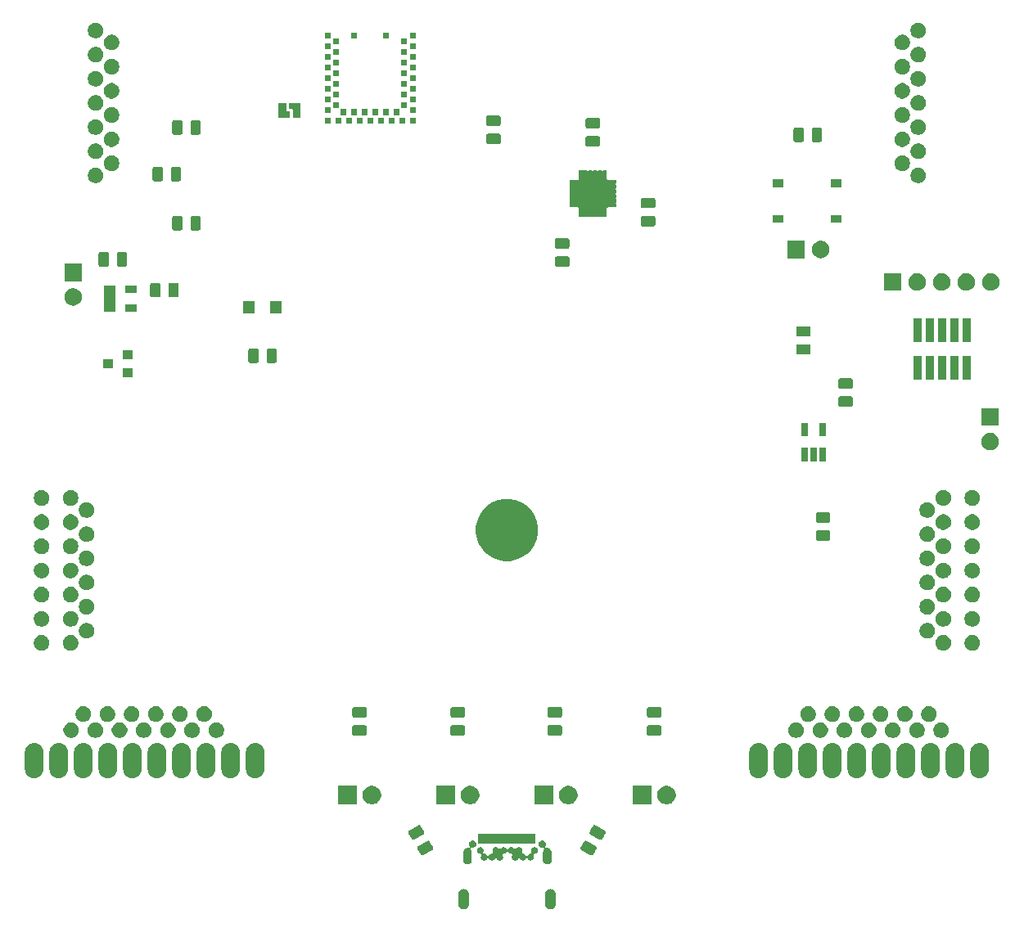
<source format=gbr>
G04 #@! TF.GenerationSoftware,KiCad,Pcbnew,(5.1.6)-1*
G04 #@! TF.CreationDate,2020-11-29T11:08:08-06:00*
G04 #@! TF.ProjectId,Blue_Wizard,426c7565-5f57-4697-9a61-72642e6b6963,rev?*
G04 #@! TF.SameCoordinates,Original*
G04 #@! TF.FileFunction,Soldermask,Top*
G04 #@! TF.FilePolarity,Negative*
%FSLAX46Y46*%
G04 Gerber Fmt 4.6, Leading zero omitted, Abs format (unit mm)*
G04 Created by KiCad (PCBNEW (5.1.6)-1) date 2020-11-29 11:08:08*
%MOMM*%
%LPD*%
G01*
G04 APERTURE LIST*
%ADD10C,0.100000*%
G04 APERTURE END LIST*
D10*
G36*
X155093014Y-134184973D02*
G01*
X155196878Y-134216479D01*
X155240907Y-134240013D01*
X155292599Y-134267643D01*
X155292601Y-134267644D01*
X155292600Y-134267644D01*
X155376501Y-134336499D01*
X155445356Y-134420400D01*
X155496521Y-134516121D01*
X155528027Y-134619985D01*
X155536000Y-134700933D01*
X155536000Y-135755067D01*
X155528027Y-135836015D01*
X155496521Y-135939879D01*
X155496519Y-135939882D01*
X155445357Y-136035600D01*
X155376501Y-136119501D01*
X155292600Y-136188357D01*
X155224055Y-136224995D01*
X155196879Y-136239521D01*
X155093015Y-136271027D01*
X154985000Y-136281666D01*
X154876986Y-136271027D01*
X154773122Y-136239521D01*
X154745946Y-136224995D01*
X154677401Y-136188357D01*
X154593500Y-136119501D01*
X154524644Y-136035600D01*
X154473482Y-135939882D01*
X154473480Y-135939879D01*
X154441974Y-135836015D01*
X154434001Y-135755067D01*
X154434000Y-134700934D01*
X154441973Y-134619986D01*
X154473479Y-134516122D01*
X154524644Y-134420400D01*
X154593499Y-134336499D01*
X154677400Y-134267644D01*
X154677399Y-134267644D01*
X154677401Y-134267643D01*
X154729093Y-134240013D01*
X154773121Y-134216479D01*
X154876985Y-134184973D01*
X154985000Y-134174334D01*
X155093014Y-134184973D01*
G37*
G36*
X146113014Y-134184973D02*
G01*
X146216878Y-134216479D01*
X146260907Y-134240013D01*
X146312599Y-134267643D01*
X146312601Y-134267644D01*
X146312600Y-134267644D01*
X146396501Y-134336499D01*
X146465356Y-134420400D01*
X146516521Y-134516121D01*
X146548027Y-134619985D01*
X146556000Y-134700933D01*
X146556000Y-135755067D01*
X146548027Y-135836015D01*
X146516521Y-135939879D01*
X146516519Y-135939882D01*
X146465357Y-136035600D01*
X146396501Y-136119501D01*
X146312600Y-136188357D01*
X146244055Y-136224995D01*
X146216879Y-136239521D01*
X146113015Y-136271027D01*
X146005000Y-136281666D01*
X145896986Y-136271027D01*
X145793122Y-136239521D01*
X145765946Y-136224995D01*
X145697401Y-136188357D01*
X145613500Y-136119501D01*
X145544644Y-136035600D01*
X145493482Y-135939882D01*
X145493480Y-135939879D01*
X145461974Y-135836015D01*
X145454001Y-135755067D01*
X145454000Y-134700934D01*
X145461973Y-134619986D01*
X145493479Y-134516122D01*
X145544644Y-134420400D01*
X145613499Y-134336499D01*
X145697400Y-134267644D01*
X145697399Y-134267644D01*
X145697401Y-134267643D01*
X145749093Y-134240013D01*
X145793121Y-134216479D01*
X145896985Y-134184973D01*
X146005000Y-134174334D01*
X146113014Y-134184973D01*
G37*
G36*
X154254672Y-129166449D02*
G01*
X154254674Y-129166450D01*
X154254675Y-129166450D01*
X154323103Y-129194793D01*
X154384686Y-129235942D01*
X154437058Y-129288314D01*
X154478207Y-129349897D01*
X154506550Y-129418325D01*
X154506551Y-129418328D01*
X154518550Y-129478650D01*
X154521000Y-129490967D01*
X154521000Y-129565033D01*
X154506550Y-129637675D01*
X154478207Y-129706103D01*
X154454148Y-129742109D01*
X154442601Y-129763713D01*
X154435488Y-129787162D01*
X154433086Y-129811548D01*
X154435488Y-129835934D01*
X154442601Y-129859383D01*
X154454152Y-129880994D01*
X154469697Y-129899936D01*
X154488639Y-129915481D01*
X154510250Y-129927032D01*
X154533699Y-129934145D01*
X154558085Y-129936547D01*
X154574278Y-129934145D01*
X154574336Y-129934732D01*
X154675000Y-129924818D01*
X154763409Y-129933525D01*
X154848425Y-129959314D01*
X154926774Y-130001193D01*
X154995449Y-130057552D01*
X155051807Y-130126225D01*
X155093686Y-130204574D01*
X155119475Y-130289590D01*
X155126000Y-130355842D01*
X155126000Y-131200158D01*
X155119475Y-131266410D01*
X155093686Y-131351426D01*
X155051807Y-131429775D01*
X154995449Y-131498449D01*
X154926775Y-131554807D01*
X154848426Y-131596686D01*
X154763410Y-131622475D01*
X154675000Y-131631182D01*
X154586591Y-131622475D01*
X154501575Y-131596686D01*
X154423226Y-131554807D01*
X154354552Y-131498449D01*
X154298194Y-131429775D01*
X154256313Y-131351422D01*
X154230525Y-131266413D01*
X154224000Y-131200158D01*
X154224000Y-130355843D01*
X154230525Y-130289591D01*
X154256314Y-130204575D01*
X154298195Y-130126223D01*
X154317187Y-130103080D01*
X154330801Y-130082706D01*
X154340177Y-130060067D01*
X154344957Y-130036033D01*
X154344957Y-130011529D01*
X154340176Y-129987496D01*
X154330798Y-129964857D01*
X154317184Y-129944483D01*
X154299856Y-129927157D01*
X154279482Y-129913543D01*
X154256843Y-129904167D01*
X154232809Y-129899387D01*
X154196175Y-129901187D01*
X154182033Y-129904000D01*
X154107966Y-129904000D01*
X154035328Y-129889551D01*
X154035326Y-129889550D01*
X154035325Y-129889550D01*
X153966897Y-129861207D01*
X153905314Y-129820058D01*
X153852942Y-129767686D01*
X153811793Y-129706103D01*
X153783450Y-129637675D01*
X153769000Y-129565033D01*
X153769000Y-129490967D01*
X153771450Y-129478650D01*
X153783449Y-129418328D01*
X153783450Y-129418325D01*
X153811793Y-129349897D01*
X153852942Y-129288314D01*
X153905314Y-129235942D01*
X153966897Y-129194793D01*
X154035325Y-129166450D01*
X154035326Y-129166450D01*
X154035328Y-129166449D01*
X154107966Y-129152000D01*
X154182034Y-129152000D01*
X154254672Y-129166449D01*
G37*
G36*
X147054672Y-129166449D02*
G01*
X147054674Y-129166450D01*
X147054675Y-129166450D01*
X147123103Y-129194793D01*
X147184686Y-129235942D01*
X147237058Y-129288314D01*
X147278207Y-129349897D01*
X147293803Y-129387551D01*
X147303517Y-129411002D01*
X147315069Y-129432612D01*
X147330614Y-129451554D01*
X147349556Y-129467099D01*
X147371167Y-129478650D01*
X147386115Y-129483184D01*
X147373240Y-129490066D01*
X147354298Y-129505611D01*
X147338753Y-129524553D01*
X147327202Y-129546164D01*
X147320089Y-129569613D01*
X147306550Y-129637675D01*
X147278207Y-129706103D01*
X147237058Y-129767686D01*
X147184686Y-129820058D01*
X147123103Y-129861207D01*
X147054675Y-129889550D01*
X147054674Y-129889550D01*
X147054672Y-129889551D01*
X146982034Y-129904000D01*
X146907967Y-129904000D01*
X146893823Y-129901187D01*
X146869441Y-129898785D01*
X146845055Y-129901187D01*
X146821606Y-129908299D01*
X146799995Y-129919850D01*
X146781053Y-129935395D01*
X146765508Y-129954337D01*
X146753957Y-129975948D01*
X146746843Y-129999396D01*
X146744441Y-130023783D01*
X146746843Y-130048169D01*
X146753955Y-130071618D01*
X146765506Y-130093229D01*
X146772814Y-130103082D01*
X146791807Y-130126225D01*
X146833686Y-130204574D01*
X146859475Y-130289590D01*
X146866000Y-130355842D01*
X146866000Y-131200158D01*
X146859475Y-131266410D01*
X146833686Y-131351426D01*
X146791807Y-131429775D01*
X146735449Y-131498449D01*
X146666775Y-131554807D01*
X146588426Y-131596686D01*
X146503410Y-131622475D01*
X146415000Y-131631182D01*
X146326591Y-131622475D01*
X146241575Y-131596686D01*
X146163226Y-131554807D01*
X146094552Y-131498449D01*
X146038194Y-131429775D01*
X145996313Y-131351422D01*
X145970525Y-131266413D01*
X145964000Y-131200158D01*
X145964000Y-130355843D01*
X145970525Y-130289591D01*
X145996314Y-130204575D01*
X146038193Y-130126226D01*
X146094552Y-130057551D01*
X146163225Y-130001193D01*
X146241574Y-129959314D01*
X146326590Y-129933525D01*
X146415000Y-129924818D01*
X146511510Y-129934323D01*
X146519674Y-129935946D01*
X146544178Y-129935944D01*
X146568211Y-129931161D01*
X146590849Y-129921782D01*
X146611222Y-129908167D01*
X146628548Y-129890838D01*
X146642159Y-129870462D01*
X146651535Y-129847823D01*
X146656313Y-129823789D01*
X146656311Y-129799285D01*
X146651528Y-129775252D01*
X146635850Y-129742107D01*
X146611793Y-129706103D01*
X146583450Y-129637675D01*
X146569000Y-129565033D01*
X146569000Y-129490967D01*
X146571450Y-129478650D01*
X146583449Y-129418328D01*
X146583450Y-129418325D01*
X146611793Y-129349897D01*
X146652942Y-129288314D01*
X146705314Y-129235942D01*
X146766897Y-129194793D01*
X146835325Y-129166450D01*
X146835326Y-129166450D01*
X146835328Y-129166449D01*
X146907966Y-129152000D01*
X146982034Y-129152000D01*
X147054672Y-129166449D01*
G37*
G36*
X147847383Y-129840489D02*
G01*
X147847386Y-129840490D01*
X147847385Y-129840490D01*
X147911258Y-129866946D01*
X147968748Y-129905360D01*
X148017640Y-129954252D01*
X148056054Y-130011742D01*
X148068779Y-130042464D01*
X148082511Y-130075617D01*
X148096000Y-130143430D01*
X148096000Y-130212570D01*
X148082511Y-130280383D01*
X148069774Y-130311134D01*
X148051949Y-130354166D01*
X148044836Y-130377615D01*
X148042434Y-130402001D01*
X148044836Y-130426387D01*
X148051949Y-130449836D01*
X148063500Y-130471447D01*
X148079046Y-130490389D01*
X148097987Y-130505934D01*
X148119598Y-130517485D01*
X148143047Y-130524598D01*
X148167433Y-130527000D01*
X148179570Y-130527000D01*
X148247383Y-130540489D01*
X148247386Y-130540490D01*
X148247385Y-130540490D01*
X148311258Y-130566946D01*
X148368748Y-130605360D01*
X148417640Y-130654252D01*
X148441067Y-130689313D01*
X148456613Y-130708255D01*
X148475555Y-130723800D01*
X148497165Y-130735351D01*
X148520614Y-130742464D01*
X148545000Y-130744866D01*
X148569386Y-130742464D01*
X148592835Y-130735351D01*
X148614446Y-130723800D01*
X148633388Y-130708254D01*
X148648933Y-130689313D01*
X148672360Y-130654252D01*
X148721252Y-130605360D01*
X148778742Y-130566946D01*
X148842615Y-130540490D01*
X148842614Y-130540490D01*
X148842617Y-130540489D01*
X148910430Y-130527000D01*
X148922567Y-130527000D01*
X148946953Y-130524598D01*
X148970402Y-130517485D01*
X148992013Y-130505934D01*
X149010955Y-130490389D01*
X149026500Y-130471447D01*
X149038051Y-130449836D01*
X149045164Y-130426387D01*
X149047566Y-130402001D01*
X149045164Y-130377615D01*
X149038051Y-130354166D01*
X149020227Y-130311134D01*
X149007489Y-130280383D01*
X148994000Y-130212570D01*
X148994000Y-130143430D01*
X149007489Y-130075617D01*
X149021221Y-130042464D01*
X149033946Y-130011742D01*
X149072360Y-129954252D01*
X149121252Y-129905360D01*
X149178742Y-129866946D01*
X149242615Y-129840490D01*
X149242614Y-129840490D01*
X149242617Y-129840489D01*
X149310430Y-129827000D01*
X149379570Y-129827000D01*
X149447383Y-129840489D01*
X149447386Y-129840490D01*
X149447385Y-129840490D01*
X149511258Y-129866946D01*
X149568748Y-129905360D01*
X149617640Y-129954252D01*
X149641067Y-129989313D01*
X149656613Y-130008255D01*
X149675555Y-130023800D01*
X149697165Y-130035351D01*
X149720614Y-130042464D01*
X149745000Y-130044866D01*
X149769386Y-130042464D01*
X149792835Y-130035351D01*
X149814446Y-130023800D01*
X149833388Y-130008254D01*
X149848933Y-129989313D01*
X149872360Y-129954252D01*
X149921252Y-129905360D01*
X149978742Y-129866946D01*
X150042615Y-129840490D01*
X150042614Y-129840490D01*
X150042617Y-129840489D01*
X150110430Y-129827000D01*
X150179570Y-129827000D01*
X150247383Y-129840489D01*
X150247386Y-129840490D01*
X150247385Y-129840490D01*
X150311258Y-129866946D01*
X150368748Y-129905360D01*
X150417640Y-129954252D01*
X150441067Y-129989313D01*
X150456613Y-130008255D01*
X150475555Y-130023800D01*
X150497165Y-130035351D01*
X150520614Y-130042464D01*
X150545000Y-130044866D01*
X150569386Y-130042464D01*
X150592835Y-130035351D01*
X150614446Y-130023800D01*
X150633388Y-130008254D01*
X150648933Y-129989313D01*
X150672360Y-129954252D01*
X150721252Y-129905360D01*
X150778742Y-129866946D01*
X150842615Y-129840490D01*
X150842614Y-129840490D01*
X150842617Y-129840489D01*
X150910430Y-129827000D01*
X150979570Y-129827000D01*
X151047383Y-129840489D01*
X151047386Y-129840490D01*
X151047385Y-129840490D01*
X151111258Y-129866946D01*
X151168748Y-129905360D01*
X151217640Y-129954252D01*
X151241067Y-129989313D01*
X151256613Y-130008255D01*
X151275555Y-130023800D01*
X151297165Y-130035351D01*
X151320614Y-130042464D01*
X151345000Y-130044866D01*
X151369386Y-130042464D01*
X151392835Y-130035351D01*
X151414446Y-130023800D01*
X151433388Y-130008254D01*
X151448933Y-129989313D01*
X151472360Y-129954252D01*
X151521252Y-129905360D01*
X151578742Y-129866946D01*
X151642615Y-129840490D01*
X151642614Y-129840490D01*
X151642617Y-129840489D01*
X151710430Y-129827000D01*
X151779570Y-129827000D01*
X151847383Y-129840489D01*
X151847386Y-129840490D01*
X151847385Y-129840490D01*
X151911258Y-129866946D01*
X151968748Y-129905360D01*
X152017640Y-129954252D01*
X152056054Y-130011742D01*
X152068779Y-130042464D01*
X152082511Y-130075617D01*
X152096000Y-130143430D01*
X152096000Y-130212570D01*
X152082511Y-130280383D01*
X152069774Y-130311134D01*
X152051949Y-130354166D01*
X152044836Y-130377615D01*
X152042434Y-130402001D01*
X152044836Y-130426387D01*
X152051949Y-130449836D01*
X152063500Y-130471447D01*
X152079046Y-130490389D01*
X152097987Y-130505934D01*
X152119598Y-130517485D01*
X152143047Y-130524598D01*
X152167433Y-130527000D01*
X152179570Y-130527000D01*
X152247383Y-130540489D01*
X152247386Y-130540490D01*
X152247385Y-130540490D01*
X152311258Y-130566946D01*
X152368748Y-130605360D01*
X152417640Y-130654252D01*
X152441067Y-130689313D01*
X152456613Y-130708255D01*
X152475555Y-130723800D01*
X152497165Y-130735351D01*
X152520614Y-130742464D01*
X152545000Y-130744866D01*
X152569386Y-130742464D01*
X152592835Y-130735351D01*
X152614446Y-130723800D01*
X152633388Y-130708254D01*
X152648933Y-130689313D01*
X152672360Y-130654252D01*
X152721252Y-130605360D01*
X152778742Y-130566946D01*
X152842615Y-130540490D01*
X152842614Y-130540490D01*
X152842617Y-130540489D01*
X152910430Y-130527000D01*
X152922567Y-130527000D01*
X152946953Y-130524598D01*
X152970402Y-130517485D01*
X152992013Y-130505934D01*
X153010955Y-130490389D01*
X153026500Y-130471447D01*
X153038051Y-130449836D01*
X153045164Y-130426387D01*
X153047566Y-130402001D01*
X153045164Y-130377615D01*
X153038051Y-130354166D01*
X153020227Y-130311134D01*
X153007489Y-130280383D01*
X152994000Y-130212570D01*
X152994000Y-130143430D01*
X153007489Y-130075617D01*
X153021221Y-130042464D01*
X153033946Y-130011742D01*
X153072360Y-129954252D01*
X153121252Y-129905360D01*
X153178742Y-129866946D01*
X153242615Y-129840490D01*
X153242614Y-129840490D01*
X153242617Y-129840489D01*
X153310430Y-129827000D01*
X153379570Y-129827000D01*
X153447383Y-129840489D01*
X153447386Y-129840490D01*
X153447385Y-129840490D01*
X153511258Y-129866946D01*
X153568748Y-129905360D01*
X153617640Y-129954252D01*
X153656054Y-130011742D01*
X153668779Y-130042464D01*
X153682511Y-130075617D01*
X153696000Y-130143430D01*
X153696000Y-130212570D01*
X153682511Y-130280383D01*
X153682510Y-130280385D01*
X153656054Y-130344258D01*
X153617640Y-130401748D01*
X153568748Y-130450640D01*
X153511258Y-130489054D01*
X153470504Y-130505934D01*
X153447383Y-130515511D01*
X153379570Y-130529000D01*
X153367433Y-130529000D01*
X153343047Y-130531402D01*
X153319598Y-130538515D01*
X153297987Y-130550066D01*
X153279045Y-130565611D01*
X153263500Y-130584553D01*
X153251949Y-130606164D01*
X153244836Y-130629613D01*
X153242434Y-130653999D01*
X153244836Y-130678385D01*
X153251949Y-130701834D01*
X153256051Y-130711738D01*
X153256052Y-130711739D01*
X153282511Y-130775617D01*
X153296000Y-130843430D01*
X153296000Y-130912570D01*
X153282511Y-130980383D01*
X153282510Y-130980385D01*
X153256054Y-131044258D01*
X153217640Y-131101748D01*
X153168748Y-131150640D01*
X153111258Y-131189054D01*
X153084449Y-131200158D01*
X153047383Y-131215511D01*
X152979570Y-131229000D01*
X152910430Y-131229000D01*
X152842617Y-131215511D01*
X152805551Y-131200158D01*
X152778742Y-131189054D01*
X152721252Y-131150640D01*
X152672360Y-131101748D01*
X152648933Y-131066687D01*
X152633387Y-131047745D01*
X152614445Y-131032200D01*
X152592835Y-131020649D01*
X152569386Y-131013536D01*
X152545000Y-131011134D01*
X152520614Y-131013536D01*
X152497165Y-131020649D01*
X152475554Y-131032200D01*
X152456612Y-131047746D01*
X152441067Y-131066687D01*
X152417640Y-131101748D01*
X152368748Y-131150640D01*
X152311258Y-131189054D01*
X152284449Y-131200158D01*
X152247383Y-131215511D01*
X152179570Y-131229000D01*
X152110430Y-131229000D01*
X152042617Y-131215511D01*
X152005551Y-131200158D01*
X151978742Y-131189054D01*
X151921252Y-131150640D01*
X151872360Y-131101748D01*
X151848933Y-131066687D01*
X151833387Y-131047745D01*
X151814445Y-131032200D01*
X151792835Y-131020649D01*
X151769386Y-131013536D01*
X151745000Y-131011134D01*
X151720614Y-131013536D01*
X151697165Y-131020649D01*
X151675554Y-131032200D01*
X151656612Y-131047746D01*
X151641067Y-131066687D01*
X151617640Y-131101748D01*
X151568748Y-131150640D01*
X151511258Y-131189054D01*
X151484449Y-131200158D01*
X151447383Y-131215511D01*
X151379570Y-131229000D01*
X151310430Y-131229000D01*
X151242617Y-131215511D01*
X151205551Y-131200158D01*
X151178742Y-131189054D01*
X151121252Y-131150640D01*
X151072360Y-131101748D01*
X151033946Y-131044258D01*
X151007490Y-130980385D01*
X151007489Y-130980383D01*
X150994000Y-130912570D01*
X150994000Y-130843430D01*
X151007489Y-130775617D01*
X151033948Y-130711739D01*
X151033949Y-130711738D01*
X151038051Y-130701834D01*
X151045164Y-130678385D01*
X151047566Y-130653999D01*
X151045164Y-130629613D01*
X151038051Y-130606164D01*
X151026500Y-130584553D01*
X151010954Y-130565611D01*
X150992013Y-130550066D01*
X150970402Y-130538515D01*
X150946953Y-130531402D01*
X150922567Y-130529000D01*
X150910430Y-130529000D01*
X150842617Y-130515511D01*
X150819496Y-130505934D01*
X150778742Y-130489054D01*
X150721252Y-130450640D01*
X150672360Y-130401748D01*
X150648933Y-130366687D01*
X150633387Y-130347745D01*
X150614445Y-130332200D01*
X150592835Y-130320649D01*
X150569386Y-130313536D01*
X150545000Y-130311134D01*
X150520614Y-130313536D01*
X150497165Y-130320649D01*
X150475554Y-130332200D01*
X150456612Y-130347746D01*
X150441067Y-130366687D01*
X150417640Y-130401748D01*
X150368748Y-130450640D01*
X150311258Y-130489054D01*
X150270504Y-130505934D01*
X150247383Y-130515511D01*
X150179570Y-130529000D01*
X150167433Y-130529000D01*
X150143047Y-130531402D01*
X150119598Y-130538515D01*
X150097987Y-130550066D01*
X150079045Y-130565611D01*
X150063500Y-130584553D01*
X150051949Y-130606164D01*
X150044836Y-130629613D01*
X150042434Y-130653999D01*
X150044836Y-130678385D01*
X150051949Y-130701834D01*
X150056051Y-130711738D01*
X150056052Y-130711739D01*
X150082511Y-130775617D01*
X150096000Y-130843430D01*
X150096000Y-130912570D01*
X150082511Y-130980383D01*
X150082510Y-130980385D01*
X150056054Y-131044258D01*
X150017640Y-131101748D01*
X149968748Y-131150640D01*
X149911258Y-131189054D01*
X149884449Y-131200158D01*
X149847383Y-131215511D01*
X149779570Y-131229000D01*
X149710430Y-131229000D01*
X149642617Y-131215511D01*
X149605551Y-131200158D01*
X149578742Y-131189054D01*
X149521252Y-131150640D01*
X149472360Y-131101748D01*
X149448933Y-131066687D01*
X149433387Y-131047745D01*
X149414445Y-131032200D01*
X149392835Y-131020649D01*
X149369386Y-131013536D01*
X149345000Y-131011134D01*
X149320614Y-131013536D01*
X149297165Y-131020649D01*
X149275554Y-131032200D01*
X149256612Y-131047746D01*
X149241067Y-131066687D01*
X149217640Y-131101748D01*
X149168748Y-131150640D01*
X149111258Y-131189054D01*
X149084449Y-131200158D01*
X149047383Y-131215511D01*
X148979570Y-131229000D01*
X148910430Y-131229000D01*
X148842617Y-131215511D01*
X148805551Y-131200158D01*
X148778742Y-131189054D01*
X148721252Y-131150640D01*
X148672360Y-131101748D01*
X148648933Y-131066687D01*
X148633387Y-131047745D01*
X148614445Y-131032200D01*
X148592835Y-131020649D01*
X148569386Y-131013536D01*
X148545000Y-131011134D01*
X148520614Y-131013536D01*
X148497165Y-131020649D01*
X148475554Y-131032200D01*
X148456612Y-131047746D01*
X148441067Y-131066687D01*
X148417640Y-131101748D01*
X148368748Y-131150640D01*
X148311258Y-131189054D01*
X148284449Y-131200158D01*
X148247383Y-131215511D01*
X148179570Y-131229000D01*
X148110430Y-131229000D01*
X148042617Y-131215511D01*
X148005551Y-131200158D01*
X147978742Y-131189054D01*
X147921252Y-131150640D01*
X147872360Y-131101748D01*
X147833946Y-131044258D01*
X147807490Y-130980385D01*
X147807489Y-130980383D01*
X147794000Y-130912570D01*
X147794000Y-130843430D01*
X147807489Y-130775617D01*
X147833948Y-130711739D01*
X147833949Y-130711738D01*
X147838051Y-130701834D01*
X147845164Y-130678385D01*
X147847566Y-130653999D01*
X147845164Y-130629613D01*
X147838051Y-130606164D01*
X147826500Y-130584553D01*
X147810954Y-130565611D01*
X147792013Y-130550066D01*
X147770402Y-130538515D01*
X147746953Y-130531402D01*
X147722567Y-130529000D01*
X147710430Y-130529000D01*
X147642617Y-130515511D01*
X147619496Y-130505934D01*
X147578742Y-130489054D01*
X147521252Y-130450640D01*
X147472360Y-130401748D01*
X147433946Y-130344258D01*
X147407490Y-130280385D01*
X147407489Y-130280383D01*
X147394000Y-130212570D01*
X147394000Y-130143430D01*
X147407489Y-130075617D01*
X147421221Y-130042464D01*
X147433946Y-130011742D01*
X147472360Y-129954252D01*
X147521252Y-129905360D01*
X147578742Y-129866946D01*
X147642615Y-129840490D01*
X147642614Y-129840490D01*
X147642617Y-129840489D01*
X147710430Y-129827000D01*
X147779570Y-129827000D01*
X147847383Y-129840489D01*
G37*
G36*
X158663095Y-129181688D02*
G01*
X158702459Y-129190867D01*
X158744881Y-129210088D01*
X159676919Y-129748200D01*
X159714777Y-129775330D01*
X159742405Y-129804828D01*
X159763745Y-129839144D01*
X159777981Y-129876969D01*
X159784563Y-129916836D01*
X159783241Y-129957224D01*
X159774063Y-129996585D01*
X159754837Y-130039017D01*
X159726662Y-130087818D01*
X159726660Y-130087822D01*
X159610170Y-130289589D01*
X159429233Y-130602981D01*
X159402098Y-130640848D01*
X159372601Y-130668474D01*
X159338285Y-130689814D01*
X159300460Y-130704050D01*
X159260593Y-130710632D01*
X159220205Y-130709310D01*
X159180841Y-130700131D01*
X159138419Y-130680910D01*
X158206381Y-130142798D01*
X158168523Y-130115668D01*
X158140895Y-130086170D01*
X158119555Y-130051854D01*
X158105319Y-130014029D01*
X158098737Y-129974162D01*
X158100059Y-129933774D01*
X158109237Y-129894413D01*
X158128463Y-129851981D01*
X158156638Y-129803180D01*
X158156640Y-129803176D01*
X158359650Y-129451553D01*
X158454067Y-129288017D01*
X158481202Y-129250150D01*
X158510699Y-129222524D01*
X158545015Y-129201184D01*
X158582840Y-129186948D01*
X158622707Y-129180366D01*
X158663095Y-129181688D01*
G37*
G36*
X142407160Y-129186948D02*
G01*
X142444985Y-129201184D01*
X142479301Y-129222524D01*
X142508798Y-129250150D01*
X142535933Y-129288017D01*
X142630350Y-129451553D01*
X142833360Y-129803176D01*
X142833362Y-129803180D01*
X142861537Y-129851981D01*
X142880763Y-129894413D01*
X142889941Y-129933774D01*
X142891263Y-129974162D01*
X142884681Y-130014029D01*
X142870445Y-130051854D01*
X142849105Y-130086170D01*
X142821477Y-130115668D01*
X142783619Y-130142798D01*
X141851581Y-130680910D01*
X141809159Y-130700131D01*
X141769795Y-130709310D01*
X141729407Y-130710632D01*
X141689540Y-130704050D01*
X141651715Y-130689814D01*
X141617399Y-130668474D01*
X141587902Y-130640848D01*
X141560767Y-130602981D01*
X141379830Y-130289589D01*
X141263340Y-130087822D01*
X141263338Y-130087818D01*
X141235163Y-130039017D01*
X141215937Y-129996585D01*
X141206759Y-129957224D01*
X141205437Y-129916836D01*
X141212019Y-129876969D01*
X141226255Y-129839144D01*
X141247595Y-129804828D01*
X141275223Y-129775330D01*
X141313081Y-129748200D01*
X142245119Y-129210088D01*
X142287541Y-129190867D01*
X142326905Y-129181688D01*
X142367293Y-129180366D01*
X142407160Y-129186948D01*
G37*
G36*
X153446000Y-129469000D02*
G01*
X147484889Y-129469000D01*
X147488447Y-129467098D01*
X147507389Y-129451553D01*
X147522934Y-129432611D01*
X147534485Y-129411000D01*
X147541598Y-129387551D01*
X147544000Y-129363166D01*
X147544000Y-128467000D01*
X153446000Y-128467000D01*
X153446000Y-129469000D01*
G37*
G36*
X159600595Y-127557890D02*
G01*
X159639959Y-127567069D01*
X159682381Y-127586290D01*
X160614419Y-128124402D01*
X160652277Y-128151532D01*
X160679905Y-128181030D01*
X160701245Y-128215346D01*
X160715481Y-128253171D01*
X160722063Y-128293038D01*
X160720741Y-128333426D01*
X160711563Y-128372787D01*
X160692337Y-128415219D01*
X160664162Y-128464020D01*
X160664160Y-128464024D01*
X160529535Y-128697201D01*
X160366733Y-128979183D01*
X160339598Y-129017050D01*
X160310101Y-129044676D01*
X160275785Y-129066016D01*
X160237960Y-129080252D01*
X160198093Y-129086834D01*
X160157705Y-129085512D01*
X160118341Y-129076333D01*
X160075919Y-129057112D01*
X159143881Y-128519000D01*
X159106023Y-128491870D01*
X159078395Y-128462372D01*
X159057055Y-128428056D01*
X159042819Y-128390231D01*
X159036237Y-128350364D01*
X159037559Y-128309976D01*
X159046737Y-128270615D01*
X159065963Y-128228183D01*
X159094138Y-128179382D01*
X159094140Y-128179378D01*
X159228765Y-127946201D01*
X159391567Y-127664219D01*
X159418702Y-127626352D01*
X159448199Y-127598726D01*
X159482515Y-127577386D01*
X159520340Y-127563150D01*
X159560207Y-127556568D01*
X159600595Y-127557890D01*
G37*
G36*
X141469660Y-127563150D02*
G01*
X141507485Y-127577386D01*
X141541801Y-127598726D01*
X141571298Y-127626352D01*
X141598433Y-127664219D01*
X141761235Y-127946201D01*
X141895860Y-128179378D01*
X141895862Y-128179382D01*
X141924037Y-128228183D01*
X141943263Y-128270615D01*
X141952441Y-128309976D01*
X141953763Y-128350364D01*
X141947181Y-128390231D01*
X141932945Y-128428056D01*
X141911605Y-128462372D01*
X141883977Y-128491870D01*
X141846119Y-128519000D01*
X140914081Y-129057112D01*
X140871659Y-129076333D01*
X140832295Y-129085512D01*
X140791907Y-129086834D01*
X140752040Y-129080252D01*
X140714215Y-129066016D01*
X140679899Y-129044676D01*
X140650402Y-129017050D01*
X140623267Y-128979183D01*
X140460465Y-128697201D01*
X140325840Y-128464024D01*
X140325838Y-128464020D01*
X140297663Y-128415219D01*
X140278437Y-128372787D01*
X140269259Y-128333426D01*
X140267937Y-128293038D01*
X140274519Y-128253171D01*
X140288755Y-128215346D01*
X140310095Y-128181030D01*
X140337723Y-128151532D01*
X140375581Y-128124402D01*
X141307619Y-127586290D01*
X141350041Y-127567069D01*
X141389405Y-127557890D01*
X141429793Y-127556568D01*
X141469660Y-127563150D01*
G37*
G36*
X146962395Y-123545546D02*
G01*
X147135466Y-123617234D01*
X147135467Y-123617235D01*
X147291227Y-123721310D01*
X147423690Y-123853773D01*
X147423691Y-123853775D01*
X147527766Y-124009534D01*
X147599454Y-124182605D01*
X147636000Y-124366333D01*
X147636000Y-124553667D01*
X147599454Y-124737395D01*
X147527766Y-124910466D01*
X147527765Y-124910467D01*
X147423690Y-125066227D01*
X147291227Y-125198690D01*
X147212818Y-125251081D01*
X147135466Y-125302766D01*
X146962395Y-125374454D01*
X146778667Y-125411000D01*
X146591333Y-125411000D01*
X146407605Y-125374454D01*
X146234534Y-125302766D01*
X146157182Y-125251081D01*
X146078773Y-125198690D01*
X145946310Y-125066227D01*
X145842235Y-124910467D01*
X145842234Y-124910466D01*
X145770546Y-124737395D01*
X145734000Y-124553667D01*
X145734000Y-124366333D01*
X145770546Y-124182605D01*
X145842234Y-124009534D01*
X145946309Y-123853775D01*
X145946310Y-123853773D01*
X146078773Y-123721310D01*
X146234533Y-123617235D01*
X146234534Y-123617234D01*
X146407605Y-123545546D01*
X146591333Y-123509000D01*
X146778667Y-123509000D01*
X146962395Y-123545546D01*
G37*
G36*
X167282395Y-123545546D02*
G01*
X167455466Y-123617234D01*
X167455467Y-123617235D01*
X167611227Y-123721310D01*
X167743690Y-123853773D01*
X167743691Y-123853775D01*
X167847766Y-124009534D01*
X167919454Y-124182605D01*
X167956000Y-124366333D01*
X167956000Y-124553667D01*
X167919454Y-124737395D01*
X167847766Y-124910466D01*
X167847765Y-124910467D01*
X167743690Y-125066227D01*
X167611227Y-125198690D01*
X167532818Y-125251081D01*
X167455466Y-125302766D01*
X167282395Y-125374454D01*
X167098667Y-125411000D01*
X166911333Y-125411000D01*
X166727605Y-125374454D01*
X166554534Y-125302766D01*
X166477182Y-125251081D01*
X166398773Y-125198690D01*
X166266310Y-125066227D01*
X166162235Y-124910467D01*
X166162234Y-124910466D01*
X166090546Y-124737395D01*
X166054000Y-124553667D01*
X166054000Y-124366333D01*
X166090546Y-124182605D01*
X166162234Y-124009534D01*
X166266309Y-123853775D01*
X166266310Y-123853773D01*
X166398773Y-123721310D01*
X166554533Y-123617235D01*
X166554534Y-123617234D01*
X166727605Y-123545546D01*
X166911333Y-123509000D01*
X167098667Y-123509000D01*
X167282395Y-123545546D01*
G37*
G36*
X165416000Y-125411000D02*
G01*
X163514000Y-125411000D01*
X163514000Y-123509000D01*
X165416000Y-123509000D01*
X165416000Y-125411000D01*
G37*
G36*
X157122395Y-123545546D02*
G01*
X157295466Y-123617234D01*
X157295467Y-123617235D01*
X157451227Y-123721310D01*
X157583690Y-123853773D01*
X157583691Y-123853775D01*
X157687766Y-124009534D01*
X157759454Y-124182605D01*
X157796000Y-124366333D01*
X157796000Y-124553667D01*
X157759454Y-124737395D01*
X157687766Y-124910466D01*
X157687765Y-124910467D01*
X157583690Y-125066227D01*
X157451227Y-125198690D01*
X157372818Y-125251081D01*
X157295466Y-125302766D01*
X157122395Y-125374454D01*
X156938667Y-125411000D01*
X156751333Y-125411000D01*
X156567605Y-125374454D01*
X156394534Y-125302766D01*
X156317182Y-125251081D01*
X156238773Y-125198690D01*
X156106310Y-125066227D01*
X156002235Y-124910467D01*
X156002234Y-124910466D01*
X155930546Y-124737395D01*
X155894000Y-124553667D01*
X155894000Y-124366333D01*
X155930546Y-124182605D01*
X156002234Y-124009534D01*
X156106309Y-123853775D01*
X156106310Y-123853773D01*
X156238773Y-123721310D01*
X156394533Y-123617235D01*
X156394534Y-123617234D01*
X156567605Y-123545546D01*
X156751333Y-123509000D01*
X156938667Y-123509000D01*
X157122395Y-123545546D01*
G37*
G36*
X155256000Y-125411000D02*
G01*
X153354000Y-125411000D01*
X153354000Y-123509000D01*
X155256000Y-123509000D01*
X155256000Y-125411000D01*
G37*
G36*
X145096000Y-125411000D02*
G01*
X143194000Y-125411000D01*
X143194000Y-123509000D01*
X145096000Y-123509000D01*
X145096000Y-125411000D01*
G37*
G36*
X134936000Y-125411000D02*
G01*
X133034000Y-125411000D01*
X133034000Y-123509000D01*
X134936000Y-123509000D01*
X134936000Y-125411000D01*
G37*
G36*
X136802395Y-123545546D02*
G01*
X136975466Y-123617234D01*
X136975467Y-123617235D01*
X137131227Y-123721310D01*
X137263690Y-123853773D01*
X137263691Y-123853775D01*
X137367766Y-124009534D01*
X137439454Y-124182605D01*
X137476000Y-124366333D01*
X137476000Y-124553667D01*
X137439454Y-124737395D01*
X137367766Y-124910466D01*
X137367765Y-124910467D01*
X137263690Y-125066227D01*
X137131227Y-125198690D01*
X137052818Y-125251081D01*
X136975466Y-125302766D01*
X136802395Y-125374454D01*
X136618667Y-125411000D01*
X136431333Y-125411000D01*
X136247605Y-125374454D01*
X136074534Y-125302766D01*
X135997182Y-125251081D01*
X135918773Y-125198690D01*
X135786310Y-125066227D01*
X135682235Y-124910467D01*
X135682234Y-124910466D01*
X135610546Y-124737395D01*
X135574000Y-124553667D01*
X135574000Y-124366333D01*
X135610546Y-124182605D01*
X135682234Y-124009534D01*
X135786309Y-123853775D01*
X135786310Y-123853773D01*
X135918773Y-123721310D01*
X136074533Y-123617235D01*
X136074534Y-123617234D01*
X136247605Y-123545546D01*
X136431333Y-123509000D01*
X136618667Y-123509000D01*
X136802395Y-123545546D01*
G37*
G36*
X181799208Y-119089165D02*
G01*
X181981154Y-119144358D01*
X182148826Y-119233980D01*
X182148829Y-119233982D01*
X182148830Y-119233983D01*
X182295801Y-119354598D01*
X182416416Y-119501569D01*
X182416419Y-119501573D01*
X182506041Y-119669244D01*
X182561234Y-119851190D01*
X182575199Y-119992982D01*
X182575199Y-121815018D01*
X182561234Y-121956810D01*
X182506041Y-122138756D01*
X182416419Y-122306427D01*
X182416417Y-122306430D01*
X182416416Y-122306431D01*
X182295801Y-122453402D01*
X182148830Y-122574017D01*
X182148826Y-122574020D01*
X181981155Y-122663642D01*
X181799209Y-122718835D01*
X181609999Y-122737470D01*
X181420790Y-122718835D01*
X181238844Y-122663642D01*
X181071173Y-122574020D01*
X181071169Y-122574017D01*
X180924198Y-122453402D01*
X180803583Y-122306431D01*
X180803582Y-122306430D01*
X180803580Y-122306427D01*
X180713958Y-122138756D01*
X180658765Y-121956810D01*
X180644799Y-121815017D01*
X180644799Y-119992983D01*
X180658764Y-119851191D01*
X180713957Y-119669245D01*
X180803579Y-119501573D01*
X180803582Y-119501569D01*
X180924197Y-119354598D01*
X181071168Y-119233983D01*
X181071169Y-119233982D01*
X181071172Y-119233980D01*
X181238843Y-119144358D01*
X181420789Y-119089165D01*
X181609999Y-119070530D01*
X181799208Y-119089165D01*
G37*
G36*
X176719208Y-119089165D02*
G01*
X176901154Y-119144358D01*
X177068826Y-119233980D01*
X177068829Y-119233982D01*
X177068830Y-119233983D01*
X177215801Y-119354598D01*
X177336416Y-119501569D01*
X177336419Y-119501573D01*
X177426041Y-119669244D01*
X177481234Y-119851190D01*
X177495199Y-119992982D01*
X177495199Y-121815018D01*
X177481234Y-121956810D01*
X177426041Y-122138756D01*
X177336419Y-122306427D01*
X177336417Y-122306430D01*
X177336416Y-122306431D01*
X177215801Y-122453402D01*
X177068830Y-122574017D01*
X177068826Y-122574020D01*
X176901155Y-122663642D01*
X176719209Y-122718835D01*
X176529999Y-122737470D01*
X176340790Y-122718835D01*
X176158844Y-122663642D01*
X175991173Y-122574020D01*
X175991169Y-122574017D01*
X175844198Y-122453402D01*
X175723583Y-122306431D01*
X175723582Y-122306430D01*
X175723580Y-122306427D01*
X175633958Y-122138756D01*
X175578765Y-121956810D01*
X175564799Y-121815017D01*
X175564799Y-119992983D01*
X175578764Y-119851191D01*
X175633957Y-119669245D01*
X175723579Y-119501573D01*
X175723582Y-119501569D01*
X175844197Y-119354598D01*
X175991168Y-119233983D01*
X175991169Y-119233982D01*
X175991172Y-119233980D01*
X176158843Y-119144358D01*
X176340789Y-119089165D01*
X176529999Y-119070530D01*
X176719208Y-119089165D01*
G37*
G36*
X199579208Y-119089165D02*
G01*
X199761154Y-119144358D01*
X199928826Y-119233980D01*
X199928829Y-119233982D01*
X199928830Y-119233983D01*
X200075801Y-119354598D01*
X200196416Y-119501569D01*
X200196419Y-119501573D01*
X200286041Y-119669244D01*
X200341234Y-119851190D01*
X200355199Y-119992982D01*
X200355199Y-121815018D01*
X200341234Y-121956810D01*
X200286041Y-122138756D01*
X200196419Y-122306427D01*
X200196417Y-122306430D01*
X200196416Y-122306431D01*
X200075801Y-122453402D01*
X199928830Y-122574017D01*
X199928826Y-122574020D01*
X199761155Y-122663642D01*
X199579209Y-122718835D01*
X199389999Y-122737470D01*
X199200790Y-122718835D01*
X199018844Y-122663642D01*
X198851173Y-122574020D01*
X198851169Y-122574017D01*
X198704198Y-122453402D01*
X198583583Y-122306431D01*
X198583582Y-122306430D01*
X198583580Y-122306427D01*
X198493958Y-122138756D01*
X198438765Y-121956810D01*
X198424799Y-121815017D01*
X198424799Y-119992983D01*
X198438764Y-119851191D01*
X198493957Y-119669245D01*
X198583579Y-119501573D01*
X198583582Y-119501569D01*
X198704197Y-119354598D01*
X198851168Y-119233983D01*
X198851169Y-119233982D01*
X198851172Y-119233980D01*
X199018843Y-119144358D01*
X199200789Y-119089165D01*
X199389999Y-119070530D01*
X199579208Y-119089165D01*
G37*
G36*
X104329209Y-119089165D02*
G01*
X104511155Y-119144358D01*
X104678826Y-119233980D01*
X104678829Y-119233982D01*
X104678830Y-119233983D01*
X104825801Y-119354598D01*
X104946416Y-119501569D01*
X104946419Y-119501573D01*
X105036041Y-119669244D01*
X105091234Y-119851190D01*
X105105199Y-119992982D01*
X105105199Y-121815018D01*
X105091234Y-121956810D01*
X105036041Y-122138756D01*
X104946419Y-122306427D01*
X104946417Y-122306430D01*
X104946416Y-122306431D01*
X104825801Y-122453402D01*
X104678830Y-122574017D01*
X104678826Y-122574020D01*
X104511154Y-122663642D01*
X104329208Y-122718835D01*
X104139999Y-122737470D01*
X103950789Y-122718835D01*
X103768843Y-122663642D01*
X103601172Y-122574020D01*
X103601168Y-122574017D01*
X103454197Y-122453402D01*
X103333582Y-122306431D01*
X103333581Y-122306430D01*
X103333579Y-122306427D01*
X103243957Y-122138755D01*
X103188764Y-121956809D01*
X103174799Y-121815017D01*
X103174799Y-119992983D01*
X103188765Y-119851190D01*
X103243958Y-119669244D01*
X103333580Y-119501573D01*
X103333583Y-119501569D01*
X103454198Y-119354598D01*
X103601169Y-119233983D01*
X103601170Y-119233982D01*
X103601173Y-119233980D01*
X103768844Y-119144358D01*
X103950790Y-119089165D01*
X104139999Y-119070530D01*
X104329209Y-119089165D01*
G37*
G36*
X106869209Y-119089165D02*
G01*
X107051155Y-119144358D01*
X107218826Y-119233980D01*
X107218829Y-119233982D01*
X107218830Y-119233983D01*
X107365801Y-119354598D01*
X107486416Y-119501569D01*
X107486419Y-119501573D01*
X107576041Y-119669244D01*
X107631234Y-119851190D01*
X107645199Y-119992982D01*
X107645199Y-121815018D01*
X107631234Y-121956810D01*
X107576041Y-122138756D01*
X107486419Y-122306427D01*
X107486417Y-122306430D01*
X107486416Y-122306431D01*
X107365801Y-122453402D01*
X107218830Y-122574017D01*
X107218826Y-122574020D01*
X107051154Y-122663642D01*
X106869208Y-122718835D01*
X106679999Y-122737470D01*
X106490789Y-122718835D01*
X106308843Y-122663642D01*
X106141172Y-122574020D01*
X106141168Y-122574017D01*
X105994197Y-122453402D01*
X105873582Y-122306431D01*
X105873581Y-122306430D01*
X105873579Y-122306427D01*
X105783957Y-122138755D01*
X105728764Y-121956809D01*
X105714799Y-121815017D01*
X105714799Y-119992983D01*
X105728765Y-119851190D01*
X105783958Y-119669244D01*
X105873580Y-119501573D01*
X105873583Y-119501569D01*
X105994198Y-119354598D01*
X106141169Y-119233983D01*
X106141170Y-119233982D01*
X106141173Y-119233980D01*
X106308844Y-119144358D01*
X106490790Y-119089165D01*
X106679999Y-119070530D01*
X106869209Y-119089165D01*
G37*
G36*
X109409209Y-119089165D02*
G01*
X109591155Y-119144358D01*
X109758826Y-119233980D01*
X109758829Y-119233982D01*
X109758830Y-119233983D01*
X109905801Y-119354598D01*
X110026416Y-119501569D01*
X110026419Y-119501573D01*
X110116041Y-119669244D01*
X110171234Y-119851190D01*
X110185199Y-119992982D01*
X110185199Y-121815018D01*
X110171234Y-121956810D01*
X110116041Y-122138756D01*
X110026419Y-122306427D01*
X110026417Y-122306430D01*
X110026416Y-122306431D01*
X109905801Y-122453402D01*
X109758830Y-122574017D01*
X109758826Y-122574020D01*
X109591154Y-122663642D01*
X109409208Y-122718835D01*
X109219999Y-122737470D01*
X109030789Y-122718835D01*
X108848843Y-122663642D01*
X108681172Y-122574020D01*
X108681168Y-122574017D01*
X108534197Y-122453402D01*
X108413582Y-122306431D01*
X108413581Y-122306430D01*
X108413579Y-122306427D01*
X108323957Y-122138755D01*
X108268764Y-121956809D01*
X108254799Y-121815017D01*
X108254799Y-119992983D01*
X108268765Y-119851190D01*
X108323958Y-119669244D01*
X108413580Y-119501573D01*
X108413583Y-119501569D01*
X108534198Y-119354598D01*
X108681169Y-119233983D01*
X108681170Y-119233982D01*
X108681173Y-119233980D01*
X108848844Y-119144358D01*
X109030790Y-119089165D01*
X109219999Y-119070530D01*
X109409209Y-119089165D01*
G37*
G36*
X111949209Y-119089165D02*
G01*
X112131155Y-119144358D01*
X112298826Y-119233980D01*
X112298829Y-119233982D01*
X112298830Y-119233983D01*
X112445801Y-119354598D01*
X112566416Y-119501569D01*
X112566419Y-119501573D01*
X112656041Y-119669244D01*
X112711234Y-119851190D01*
X112725199Y-119992982D01*
X112725199Y-121815018D01*
X112711234Y-121956810D01*
X112656041Y-122138756D01*
X112566419Y-122306427D01*
X112566417Y-122306430D01*
X112566416Y-122306431D01*
X112445801Y-122453402D01*
X112298830Y-122574017D01*
X112298826Y-122574020D01*
X112131154Y-122663642D01*
X111949208Y-122718835D01*
X111759999Y-122737470D01*
X111570789Y-122718835D01*
X111388843Y-122663642D01*
X111221172Y-122574020D01*
X111221168Y-122574017D01*
X111074197Y-122453402D01*
X110953582Y-122306431D01*
X110953581Y-122306430D01*
X110953579Y-122306427D01*
X110863957Y-122138755D01*
X110808764Y-121956809D01*
X110794799Y-121815017D01*
X110794799Y-119992983D01*
X110808765Y-119851190D01*
X110863958Y-119669244D01*
X110953580Y-119501573D01*
X110953583Y-119501569D01*
X111074198Y-119354598D01*
X111221169Y-119233983D01*
X111221170Y-119233982D01*
X111221173Y-119233980D01*
X111388844Y-119144358D01*
X111570790Y-119089165D01*
X111759999Y-119070530D01*
X111949209Y-119089165D01*
G37*
G36*
X197039208Y-119089165D02*
G01*
X197221154Y-119144358D01*
X197388826Y-119233980D01*
X197388829Y-119233982D01*
X197388830Y-119233983D01*
X197535801Y-119354598D01*
X197656416Y-119501569D01*
X197656419Y-119501573D01*
X197746041Y-119669244D01*
X197801234Y-119851190D01*
X197815199Y-119992982D01*
X197815199Y-121815018D01*
X197801234Y-121956810D01*
X197746041Y-122138756D01*
X197656419Y-122306427D01*
X197656417Y-122306430D01*
X197656416Y-122306431D01*
X197535801Y-122453402D01*
X197388830Y-122574017D01*
X197388826Y-122574020D01*
X197221155Y-122663642D01*
X197039209Y-122718835D01*
X196849999Y-122737470D01*
X196660790Y-122718835D01*
X196478844Y-122663642D01*
X196311173Y-122574020D01*
X196311169Y-122574017D01*
X196164198Y-122453402D01*
X196043583Y-122306431D01*
X196043582Y-122306430D01*
X196043580Y-122306427D01*
X195953958Y-122138756D01*
X195898765Y-121956810D01*
X195884799Y-121815017D01*
X195884799Y-119992983D01*
X195898764Y-119851191D01*
X195953957Y-119669245D01*
X196043579Y-119501573D01*
X196043582Y-119501569D01*
X196164197Y-119354598D01*
X196311168Y-119233983D01*
X196311169Y-119233982D01*
X196311172Y-119233980D01*
X196478843Y-119144358D01*
X196660789Y-119089165D01*
X196849999Y-119070530D01*
X197039208Y-119089165D01*
G37*
G36*
X114489209Y-119089165D02*
G01*
X114671155Y-119144358D01*
X114838826Y-119233980D01*
X114838829Y-119233982D01*
X114838830Y-119233983D01*
X114985801Y-119354598D01*
X115106416Y-119501569D01*
X115106419Y-119501573D01*
X115196041Y-119669244D01*
X115251234Y-119851190D01*
X115265199Y-119992982D01*
X115265199Y-121815018D01*
X115251234Y-121956810D01*
X115196041Y-122138756D01*
X115106419Y-122306427D01*
X115106417Y-122306430D01*
X115106416Y-122306431D01*
X114985801Y-122453402D01*
X114838830Y-122574017D01*
X114838826Y-122574020D01*
X114671154Y-122663642D01*
X114489208Y-122718835D01*
X114299999Y-122737470D01*
X114110789Y-122718835D01*
X113928843Y-122663642D01*
X113761172Y-122574020D01*
X113761168Y-122574017D01*
X113614197Y-122453402D01*
X113493582Y-122306431D01*
X113493581Y-122306430D01*
X113493579Y-122306427D01*
X113403957Y-122138755D01*
X113348764Y-121956809D01*
X113334799Y-121815017D01*
X113334799Y-119992983D01*
X113348765Y-119851190D01*
X113403958Y-119669244D01*
X113493580Y-119501573D01*
X113493583Y-119501569D01*
X113614198Y-119354598D01*
X113761169Y-119233983D01*
X113761170Y-119233982D01*
X113761173Y-119233980D01*
X113928844Y-119144358D01*
X114110790Y-119089165D01*
X114299999Y-119070530D01*
X114489209Y-119089165D01*
G37*
G36*
X117029209Y-119089165D02*
G01*
X117211155Y-119144358D01*
X117378826Y-119233980D01*
X117378829Y-119233982D01*
X117378830Y-119233983D01*
X117525801Y-119354598D01*
X117646416Y-119501569D01*
X117646419Y-119501573D01*
X117736041Y-119669244D01*
X117791234Y-119851190D01*
X117805199Y-119992982D01*
X117805199Y-121815018D01*
X117791234Y-121956810D01*
X117736041Y-122138756D01*
X117646419Y-122306427D01*
X117646417Y-122306430D01*
X117646416Y-122306431D01*
X117525801Y-122453402D01*
X117378830Y-122574017D01*
X117378826Y-122574020D01*
X117211154Y-122663642D01*
X117029208Y-122718835D01*
X116839999Y-122737470D01*
X116650789Y-122718835D01*
X116468843Y-122663642D01*
X116301172Y-122574020D01*
X116301168Y-122574017D01*
X116154197Y-122453402D01*
X116033582Y-122306431D01*
X116033581Y-122306430D01*
X116033579Y-122306427D01*
X115943957Y-122138755D01*
X115888764Y-121956809D01*
X115874799Y-121815017D01*
X115874799Y-119992983D01*
X115888765Y-119851190D01*
X115943958Y-119669244D01*
X116033580Y-119501573D01*
X116033583Y-119501569D01*
X116154198Y-119354598D01*
X116301169Y-119233983D01*
X116301170Y-119233982D01*
X116301173Y-119233980D01*
X116468844Y-119144358D01*
X116650790Y-119089165D01*
X116839999Y-119070530D01*
X117029209Y-119089165D01*
G37*
G36*
X189419208Y-119089165D02*
G01*
X189601154Y-119144358D01*
X189768826Y-119233980D01*
X189768829Y-119233982D01*
X189768830Y-119233983D01*
X189915801Y-119354598D01*
X190036416Y-119501569D01*
X190036419Y-119501573D01*
X190126041Y-119669244D01*
X190181234Y-119851190D01*
X190195199Y-119992982D01*
X190195199Y-121815018D01*
X190181234Y-121956810D01*
X190126041Y-122138756D01*
X190036419Y-122306427D01*
X190036417Y-122306430D01*
X190036416Y-122306431D01*
X189915801Y-122453402D01*
X189768830Y-122574017D01*
X189768826Y-122574020D01*
X189601155Y-122663642D01*
X189419209Y-122718835D01*
X189229999Y-122737470D01*
X189040790Y-122718835D01*
X188858844Y-122663642D01*
X188691173Y-122574020D01*
X188691169Y-122574017D01*
X188544198Y-122453402D01*
X188423583Y-122306431D01*
X188423582Y-122306430D01*
X188423580Y-122306427D01*
X188333958Y-122138756D01*
X188278765Y-121956810D01*
X188264799Y-121815017D01*
X188264799Y-119992983D01*
X188278764Y-119851191D01*
X188333957Y-119669245D01*
X188423579Y-119501573D01*
X188423582Y-119501569D01*
X188544197Y-119354598D01*
X188691168Y-119233983D01*
X188691169Y-119233982D01*
X188691172Y-119233980D01*
X188858843Y-119144358D01*
X189040789Y-119089165D01*
X189229999Y-119070530D01*
X189419208Y-119089165D01*
G37*
G36*
X194499208Y-119089165D02*
G01*
X194681154Y-119144358D01*
X194848826Y-119233980D01*
X194848829Y-119233982D01*
X194848830Y-119233983D01*
X194995801Y-119354598D01*
X195116416Y-119501569D01*
X195116419Y-119501573D01*
X195206041Y-119669244D01*
X195261234Y-119851190D01*
X195275199Y-119992982D01*
X195275199Y-121815018D01*
X195261234Y-121956810D01*
X195206041Y-122138756D01*
X195116419Y-122306427D01*
X195116417Y-122306430D01*
X195116416Y-122306431D01*
X194995801Y-122453402D01*
X194848830Y-122574017D01*
X194848826Y-122574020D01*
X194681155Y-122663642D01*
X194499209Y-122718835D01*
X194309999Y-122737470D01*
X194120790Y-122718835D01*
X193938844Y-122663642D01*
X193771173Y-122574020D01*
X193771169Y-122574017D01*
X193624198Y-122453402D01*
X193503583Y-122306431D01*
X193503582Y-122306430D01*
X193503580Y-122306427D01*
X193413958Y-122138756D01*
X193358765Y-121956810D01*
X193344799Y-121815017D01*
X193344799Y-119992983D01*
X193358764Y-119851191D01*
X193413957Y-119669245D01*
X193503579Y-119501573D01*
X193503582Y-119501569D01*
X193624197Y-119354598D01*
X193771168Y-119233983D01*
X193771169Y-119233982D01*
X193771172Y-119233980D01*
X193938843Y-119144358D01*
X194120789Y-119089165D01*
X194309999Y-119070530D01*
X194499208Y-119089165D01*
G37*
G36*
X191959208Y-119089165D02*
G01*
X192141154Y-119144358D01*
X192308826Y-119233980D01*
X192308829Y-119233982D01*
X192308830Y-119233983D01*
X192455801Y-119354598D01*
X192576416Y-119501569D01*
X192576419Y-119501573D01*
X192666041Y-119669244D01*
X192721234Y-119851190D01*
X192735199Y-119992982D01*
X192735199Y-121815018D01*
X192721234Y-121956810D01*
X192666041Y-122138756D01*
X192576419Y-122306427D01*
X192576417Y-122306430D01*
X192576416Y-122306431D01*
X192455801Y-122453402D01*
X192308830Y-122574017D01*
X192308826Y-122574020D01*
X192141155Y-122663642D01*
X191959209Y-122718835D01*
X191769999Y-122737470D01*
X191580790Y-122718835D01*
X191398844Y-122663642D01*
X191231173Y-122574020D01*
X191231169Y-122574017D01*
X191084198Y-122453402D01*
X190963583Y-122306431D01*
X190963582Y-122306430D01*
X190963580Y-122306427D01*
X190873958Y-122138756D01*
X190818765Y-121956810D01*
X190804799Y-121815017D01*
X190804799Y-119992983D01*
X190818764Y-119851191D01*
X190873957Y-119669245D01*
X190963579Y-119501573D01*
X190963582Y-119501569D01*
X191084197Y-119354598D01*
X191231168Y-119233983D01*
X191231169Y-119233982D01*
X191231172Y-119233980D01*
X191398843Y-119144358D01*
X191580789Y-119089165D01*
X191769999Y-119070530D01*
X191959208Y-119089165D01*
G37*
G36*
X186879208Y-119089165D02*
G01*
X187061154Y-119144358D01*
X187228826Y-119233980D01*
X187228829Y-119233982D01*
X187228830Y-119233983D01*
X187375801Y-119354598D01*
X187496416Y-119501569D01*
X187496419Y-119501573D01*
X187586041Y-119669244D01*
X187641234Y-119851190D01*
X187655199Y-119992982D01*
X187655199Y-121815018D01*
X187641234Y-121956810D01*
X187586041Y-122138756D01*
X187496419Y-122306427D01*
X187496417Y-122306430D01*
X187496416Y-122306431D01*
X187375801Y-122453402D01*
X187228830Y-122574017D01*
X187228826Y-122574020D01*
X187061155Y-122663642D01*
X186879209Y-122718835D01*
X186689999Y-122737470D01*
X186500790Y-122718835D01*
X186318844Y-122663642D01*
X186151173Y-122574020D01*
X186151169Y-122574017D01*
X186004198Y-122453402D01*
X185883583Y-122306431D01*
X185883582Y-122306430D01*
X185883580Y-122306427D01*
X185793958Y-122138756D01*
X185738765Y-121956810D01*
X185724799Y-121815017D01*
X185724799Y-119992983D01*
X185738764Y-119851191D01*
X185793957Y-119669245D01*
X185883579Y-119501573D01*
X185883582Y-119501569D01*
X186004197Y-119354598D01*
X186151168Y-119233983D01*
X186151169Y-119233982D01*
X186151172Y-119233980D01*
X186318843Y-119144358D01*
X186500789Y-119089165D01*
X186689999Y-119070530D01*
X186879208Y-119089165D01*
G37*
G36*
X184339208Y-119089165D02*
G01*
X184521154Y-119144358D01*
X184688826Y-119233980D01*
X184688829Y-119233982D01*
X184688830Y-119233983D01*
X184835801Y-119354598D01*
X184956416Y-119501569D01*
X184956419Y-119501573D01*
X185046041Y-119669244D01*
X185101234Y-119851190D01*
X185115199Y-119992982D01*
X185115199Y-121815018D01*
X185101234Y-121956810D01*
X185046041Y-122138756D01*
X184956419Y-122306427D01*
X184956417Y-122306430D01*
X184956416Y-122306431D01*
X184835801Y-122453402D01*
X184688830Y-122574017D01*
X184688826Y-122574020D01*
X184521155Y-122663642D01*
X184339209Y-122718835D01*
X184149999Y-122737470D01*
X183960790Y-122718835D01*
X183778844Y-122663642D01*
X183611173Y-122574020D01*
X183611169Y-122574017D01*
X183464198Y-122453402D01*
X183343583Y-122306431D01*
X183343582Y-122306430D01*
X183343580Y-122306427D01*
X183253958Y-122138756D01*
X183198765Y-121956810D01*
X183184799Y-121815017D01*
X183184799Y-119992983D01*
X183198764Y-119851191D01*
X183253957Y-119669245D01*
X183343579Y-119501573D01*
X183343582Y-119501569D01*
X183464197Y-119354598D01*
X183611168Y-119233983D01*
X183611169Y-119233982D01*
X183611172Y-119233980D01*
X183778843Y-119144358D01*
X183960789Y-119089165D01*
X184149999Y-119070530D01*
X184339208Y-119089165D01*
G37*
G36*
X119569209Y-119089165D02*
G01*
X119751155Y-119144358D01*
X119918826Y-119233980D01*
X119918829Y-119233982D01*
X119918830Y-119233983D01*
X120065801Y-119354598D01*
X120186416Y-119501569D01*
X120186419Y-119501573D01*
X120276041Y-119669244D01*
X120331234Y-119851190D01*
X120345199Y-119992982D01*
X120345199Y-121815018D01*
X120331234Y-121956810D01*
X120276041Y-122138756D01*
X120186419Y-122306427D01*
X120186417Y-122306430D01*
X120186416Y-122306431D01*
X120065801Y-122453402D01*
X119918830Y-122574017D01*
X119918826Y-122574020D01*
X119751154Y-122663642D01*
X119569208Y-122718835D01*
X119379999Y-122737470D01*
X119190789Y-122718835D01*
X119008843Y-122663642D01*
X118841172Y-122574020D01*
X118841168Y-122574017D01*
X118694197Y-122453402D01*
X118573582Y-122306431D01*
X118573581Y-122306430D01*
X118573579Y-122306427D01*
X118483957Y-122138755D01*
X118428764Y-121956809D01*
X118414799Y-121815017D01*
X118414799Y-119992983D01*
X118428765Y-119851190D01*
X118483958Y-119669244D01*
X118573580Y-119501573D01*
X118573583Y-119501569D01*
X118694198Y-119354598D01*
X118841169Y-119233983D01*
X118841170Y-119233982D01*
X118841173Y-119233980D01*
X119008844Y-119144358D01*
X119190790Y-119089165D01*
X119379999Y-119070530D01*
X119569209Y-119089165D01*
G37*
G36*
X179259208Y-119089165D02*
G01*
X179441154Y-119144358D01*
X179608826Y-119233980D01*
X179608829Y-119233982D01*
X179608830Y-119233983D01*
X179755801Y-119354598D01*
X179876416Y-119501569D01*
X179876419Y-119501573D01*
X179966041Y-119669244D01*
X180021234Y-119851190D01*
X180035199Y-119992982D01*
X180035199Y-121815018D01*
X180021234Y-121956810D01*
X179966041Y-122138756D01*
X179876419Y-122306427D01*
X179876417Y-122306430D01*
X179876416Y-122306431D01*
X179755801Y-122453402D01*
X179608830Y-122574017D01*
X179608826Y-122574020D01*
X179441155Y-122663642D01*
X179259209Y-122718835D01*
X179069999Y-122737470D01*
X178880790Y-122718835D01*
X178698844Y-122663642D01*
X178531173Y-122574020D01*
X178531169Y-122574017D01*
X178384198Y-122453402D01*
X178263583Y-122306431D01*
X178263582Y-122306430D01*
X178263580Y-122306427D01*
X178173958Y-122138756D01*
X178118765Y-121956810D01*
X178104799Y-121815017D01*
X178104799Y-119992983D01*
X178118764Y-119851191D01*
X178173957Y-119669245D01*
X178263579Y-119501573D01*
X178263582Y-119501569D01*
X178384197Y-119354598D01*
X178531168Y-119233983D01*
X178531169Y-119233982D01*
X178531172Y-119233980D01*
X178698843Y-119144358D01*
X178880789Y-119089165D01*
X179069999Y-119070530D01*
X179259208Y-119089165D01*
G37*
G36*
X101789209Y-119089165D02*
G01*
X101971155Y-119144358D01*
X102138826Y-119233980D01*
X102138829Y-119233982D01*
X102138830Y-119233983D01*
X102285801Y-119354598D01*
X102406416Y-119501569D01*
X102406419Y-119501573D01*
X102496041Y-119669244D01*
X102551234Y-119851190D01*
X102565199Y-119992982D01*
X102565199Y-121815018D01*
X102551234Y-121956810D01*
X102496041Y-122138756D01*
X102406419Y-122306427D01*
X102406417Y-122306430D01*
X102406416Y-122306431D01*
X102285801Y-122453402D01*
X102138830Y-122574017D01*
X102138826Y-122574020D01*
X101971154Y-122663642D01*
X101789208Y-122718835D01*
X101599999Y-122737470D01*
X101410789Y-122718835D01*
X101228843Y-122663642D01*
X101061172Y-122574020D01*
X101061168Y-122574017D01*
X100914197Y-122453402D01*
X100793582Y-122306431D01*
X100793581Y-122306430D01*
X100793579Y-122306427D01*
X100703957Y-122138755D01*
X100648764Y-121956809D01*
X100634799Y-121815017D01*
X100634799Y-119992983D01*
X100648765Y-119851190D01*
X100703958Y-119669244D01*
X100793580Y-119501573D01*
X100793583Y-119501569D01*
X100914198Y-119354598D01*
X101061169Y-119233983D01*
X101061170Y-119233982D01*
X101061173Y-119233980D01*
X101228844Y-119144358D01*
X101410790Y-119089165D01*
X101599999Y-119070530D01*
X101789209Y-119089165D01*
G37*
G36*
X124649209Y-119089165D02*
G01*
X124831155Y-119144358D01*
X124998826Y-119233980D01*
X124998829Y-119233982D01*
X124998830Y-119233983D01*
X125145801Y-119354598D01*
X125266416Y-119501569D01*
X125266419Y-119501573D01*
X125356041Y-119669244D01*
X125411234Y-119851190D01*
X125425199Y-119992982D01*
X125425199Y-121815018D01*
X125411234Y-121956810D01*
X125356041Y-122138756D01*
X125266419Y-122306427D01*
X125266417Y-122306430D01*
X125266416Y-122306431D01*
X125145801Y-122453402D01*
X124998830Y-122574017D01*
X124998826Y-122574020D01*
X124831154Y-122663642D01*
X124649208Y-122718835D01*
X124459999Y-122737470D01*
X124270789Y-122718835D01*
X124088843Y-122663642D01*
X123921172Y-122574020D01*
X123921168Y-122574017D01*
X123774197Y-122453402D01*
X123653582Y-122306431D01*
X123653581Y-122306430D01*
X123653579Y-122306427D01*
X123563957Y-122138755D01*
X123508764Y-121956809D01*
X123494799Y-121815017D01*
X123494799Y-119992983D01*
X123508765Y-119851190D01*
X123563958Y-119669244D01*
X123653580Y-119501573D01*
X123653583Y-119501569D01*
X123774198Y-119354598D01*
X123921169Y-119233983D01*
X123921170Y-119233982D01*
X123921173Y-119233980D01*
X124088844Y-119144358D01*
X124270790Y-119089165D01*
X124459999Y-119070530D01*
X124649209Y-119089165D01*
G37*
G36*
X122109209Y-119089165D02*
G01*
X122291155Y-119144358D01*
X122458826Y-119233980D01*
X122458829Y-119233982D01*
X122458830Y-119233983D01*
X122605801Y-119354598D01*
X122726416Y-119501569D01*
X122726419Y-119501573D01*
X122816041Y-119669244D01*
X122871234Y-119851190D01*
X122885199Y-119992982D01*
X122885199Y-121815018D01*
X122871234Y-121956810D01*
X122816041Y-122138756D01*
X122726419Y-122306427D01*
X122726417Y-122306430D01*
X122726416Y-122306431D01*
X122605801Y-122453402D01*
X122458830Y-122574017D01*
X122458826Y-122574020D01*
X122291154Y-122663642D01*
X122109208Y-122718835D01*
X121919999Y-122737470D01*
X121730789Y-122718835D01*
X121548843Y-122663642D01*
X121381172Y-122574020D01*
X121381168Y-122574017D01*
X121234197Y-122453402D01*
X121113582Y-122306431D01*
X121113581Y-122306430D01*
X121113579Y-122306427D01*
X121023957Y-122138755D01*
X120968764Y-121956809D01*
X120954799Y-121815017D01*
X120954799Y-119992983D01*
X120968765Y-119851190D01*
X121023958Y-119669244D01*
X121113580Y-119501573D01*
X121113583Y-119501569D01*
X121234198Y-119354598D01*
X121381169Y-119233983D01*
X121381170Y-119233982D01*
X121381173Y-119233980D01*
X121548844Y-119144358D01*
X121730790Y-119089165D01*
X121919999Y-119070530D01*
X122109209Y-119089165D01*
G37*
G36*
X108158277Y-116952396D02*
G01*
X108305067Y-117013199D01*
X108305068Y-117013200D01*
X108437178Y-117101473D01*
X108549527Y-117213822D01*
X108589968Y-117274346D01*
X108637801Y-117345933D01*
X108698604Y-117492723D01*
X108729600Y-117648555D01*
X108729600Y-117807445D01*
X108698604Y-117963277D01*
X108637801Y-118110067D01*
X108637800Y-118110068D01*
X108549527Y-118242178D01*
X108437178Y-118354527D01*
X108370673Y-118398964D01*
X108305067Y-118442801D01*
X108158277Y-118503604D01*
X108002445Y-118534600D01*
X107843555Y-118534600D01*
X107687723Y-118503604D01*
X107540933Y-118442801D01*
X107475327Y-118398964D01*
X107408822Y-118354527D01*
X107296473Y-118242178D01*
X107208200Y-118110068D01*
X107208199Y-118110067D01*
X107147396Y-117963277D01*
X107116400Y-117807445D01*
X107116400Y-117648555D01*
X107147396Y-117492723D01*
X107208199Y-117345933D01*
X107256032Y-117274346D01*
X107296473Y-117213822D01*
X107408822Y-117101473D01*
X107540932Y-117013200D01*
X107540933Y-117013199D01*
X107687723Y-116952396D01*
X107843555Y-116921400D01*
X108002445Y-116921400D01*
X108158277Y-116952396D01*
G37*
G36*
X183135277Y-116952396D02*
G01*
X183282067Y-117013199D01*
X183282068Y-117013200D01*
X183414178Y-117101473D01*
X183526527Y-117213822D01*
X183566968Y-117274346D01*
X183614801Y-117345933D01*
X183675604Y-117492723D01*
X183706600Y-117648555D01*
X183706600Y-117807445D01*
X183675604Y-117963277D01*
X183614801Y-118110067D01*
X183614800Y-118110068D01*
X183526527Y-118242178D01*
X183414178Y-118354527D01*
X183347673Y-118398964D01*
X183282067Y-118442801D01*
X183135277Y-118503604D01*
X182979445Y-118534600D01*
X182820555Y-118534600D01*
X182664723Y-118503604D01*
X182517933Y-118442801D01*
X182452327Y-118398964D01*
X182385822Y-118354527D01*
X182273473Y-118242178D01*
X182185200Y-118110068D01*
X182185199Y-118110067D01*
X182124396Y-117963277D01*
X182093400Y-117807445D01*
X182093400Y-117648555D01*
X182124396Y-117492723D01*
X182185199Y-117345933D01*
X182233032Y-117274346D01*
X182273473Y-117213822D01*
X182385822Y-117101473D01*
X182517932Y-117013200D01*
X182517933Y-117013199D01*
X182664723Y-116952396D01*
X182820555Y-116921400D01*
X182979445Y-116921400D01*
X183135277Y-116952396D01*
G37*
G36*
X185635277Y-116952396D02*
G01*
X185782067Y-117013199D01*
X185782068Y-117013200D01*
X185914178Y-117101473D01*
X186026527Y-117213822D01*
X186066968Y-117274346D01*
X186114801Y-117345933D01*
X186175604Y-117492723D01*
X186206600Y-117648555D01*
X186206600Y-117807445D01*
X186175604Y-117963277D01*
X186114801Y-118110067D01*
X186114800Y-118110068D01*
X186026527Y-118242178D01*
X185914178Y-118354527D01*
X185847673Y-118398964D01*
X185782067Y-118442801D01*
X185635277Y-118503604D01*
X185479445Y-118534600D01*
X185320555Y-118534600D01*
X185164723Y-118503604D01*
X185017933Y-118442801D01*
X184952327Y-118398964D01*
X184885822Y-118354527D01*
X184773473Y-118242178D01*
X184685200Y-118110068D01*
X184685199Y-118110067D01*
X184624396Y-117963277D01*
X184593400Y-117807445D01*
X184593400Y-117648555D01*
X184624396Y-117492723D01*
X184685199Y-117345933D01*
X184733032Y-117274346D01*
X184773473Y-117213822D01*
X184885822Y-117101473D01*
X185017932Y-117013200D01*
X185017933Y-117013199D01*
X185164723Y-116952396D01*
X185320555Y-116921400D01*
X185479445Y-116921400D01*
X185635277Y-116952396D01*
G37*
G36*
X188135277Y-116952396D02*
G01*
X188282067Y-117013199D01*
X188282068Y-117013200D01*
X188414178Y-117101473D01*
X188526527Y-117213822D01*
X188566968Y-117274346D01*
X188614801Y-117345933D01*
X188675604Y-117492723D01*
X188706600Y-117648555D01*
X188706600Y-117807445D01*
X188675604Y-117963277D01*
X188614801Y-118110067D01*
X188614800Y-118110068D01*
X188526527Y-118242178D01*
X188414178Y-118354527D01*
X188347673Y-118398964D01*
X188282067Y-118442801D01*
X188135277Y-118503604D01*
X187979445Y-118534600D01*
X187820555Y-118534600D01*
X187664723Y-118503604D01*
X187517933Y-118442801D01*
X187452327Y-118398964D01*
X187385822Y-118354527D01*
X187273473Y-118242178D01*
X187185200Y-118110068D01*
X187185199Y-118110067D01*
X187124396Y-117963277D01*
X187093400Y-117807445D01*
X187093400Y-117648555D01*
X187124396Y-117492723D01*
X187185199Y-117345933D01*
X187233032Y-117274346D01*
X187273473Y-117213822D01*
X187385822Y-117101473D01*
X187517932Y-117013200D01*
X187517933Y-117013199D01*
X187664723Y-116952396D01*
X187820555Y-116921400D01*
X187979445Y-116921400D01*
X188135277Y-116952396D01*
G37*
G36*
X193135277Y-116952396D02*
G01*
X193282067Y-117013199D01*
X193282068Y-117013200D01*
X193414178Y-117101473D01*
X193526527Y-117213822D01*
X193566968Y-117274346D01*
X193614801Y-117345933D01*
X193675604Y-117492723D01*
X193706600Y-117648555D01*
X193706600Y-117807445D01*
X193675604Y-117963277D01*
X193614801Y-118110067D01*
X193614800Y-118110068D01*
X193526527Y-118242178D01*
X193414178Y-118354527D01*
X193347673Y-118398964D01*
X193282067Y-118442801D01*
X193135277Y-118503604D01*
X192979445Y-118534600D01*
X192820555Y-118534600D01*
X192664723Y-118503604D01*
X192517933Y-118442801D01*
X192452327Y-118398964D01*
X192385822Y-118354527D01*
X192273473Y-118242178D01*
X192185200Y-118110068D01*
X192185199Y-118110067D01*
X192124396Y-117963277D01*
X192093400Y-117807445D01*
X192093400Y-117648555D01*
X192124396Y-117492723D01*
X192185199Y-117345933D01*
X192233032Y-117274346D01*
X192273473Y-117213822D01*
X192385822Y-117101473D01*
X192517932Y-117013200D01*
X192517933Y-117013199D01*
X192664723Y-116952396D01*
X192820555Y-116921400D01*
X192979445Y-116921400D01*
X193135277Y-116952396D01*
G37*
G36*
X195635277Y-116952396D02*
G01*
X195782067Y-117013199D01*
X195782068Y-117013200D01*
X195914178Y-117101473D01*
X196026527Y-117213822D01*
X196066968Y-117274346D01*
X196114801Y-117345933D01*
X196175604Y-117492723D01*
X196206600Y-117648555D01*
X196206600Y-117807445D01*
X196175604Y-117963277D01*
X196114801Y-118110067D01*
X196114800Y-118110068D01*
X196026527Y-118242178D01*
X195914178Y-118354527D01*
X195847673Y-118398964D01*
X195782067Y-118442801D01*
X195635277Y-118503604D01*
X195479445Y-118534600D01*
X195320555Y-118534600D01*
X195164723Y-118503604D01*
X195017933Y-118442801D01*
X194952327Y-118398964D01*
X194885822Y-118354527D01*
X194773473Y-118242178D01*
X194685200Y-118110068D01*
X194685199Y-118110067D01*
X194624396Y-117963277D01*
X194593400Y-117807445D01*
X194593400Y-117648555D01*
X194624396Y-117492723D01*
X194685199Y-117345933D01*
X194733032Y-117274346D01*
X194773473Y-117213822D01*
X194885822Y-117101473D01*
X195017932Y-117013200D01*
X195017933Y-117013199D01*
X195164723Y-116952396D01*
X195320555Y-116921400D01*
X195479445Y-116921400D01*
X195635277Y-116952396D01*
G37*
G36*
X180635277Y-116952396D02*
G01*
X180782067Y-117013199D01*
X180782068Y-117013200D01*
X180914178Y-117101473D01*
X181026527Y-117213822D01*
X181066968Y-117274346D01*
X181114801Y-117345933D01*
X181175604Y-117492723D01*
X181206600Y-117648555D01*
X181206600Y-117807445D01*
X181175604Y-117963277D01*
X181114801Y-118110067D01*
X181114800Y-118110068D01*
X181026527Y-118242178D01*
X180914178Y-118354527D01*
X180847673Y-118398964D01*
X180782067Y-118442801D01*
X180635277Y-118503604D01*
X180479445Y-118534600D01*
X180320555Y-118534600D01*
X180164723Y-118503604D01*
X180017933Y-118442801D01*
X179952327Y-118398964D01*
X179885822Y-118354527D01*
X179773473Y-118242178D01*
X179685200Y-118110068D01*
X179685199Y-118110067D01*
X179624396Y-117963277D01*
X179593400Y-117807445D01*
X179593400Y-117648555D01*
X179624396Y-117492723D01*
X179685199Y-117345933D01*
X179733032Y-117274346D01*
X179773473Y-117213822D01*
X179885822Y-117101473D01*
X180017932Y-117013200D01*
X180017933Y-117013199D01*
X180164723Y-116952396D01*
X180320555Y-116921400D01*
X180479445Y-116921400D01*
X180635277Y-116952396D01*
G37*
G36*
X113158277Y-116952396D02*
G01*
X113305067Y-117013199D01*
X113305068Y-117013200D01*
X113437178Y-117101473D01*
X113549527Y-117213822D01*
X113589968Y-117274346D01*
X113637801Y-117345933D01*
X113698604Y-117492723D01*
X113729600Y-117648555D01*
X113729600Y-117807445D01*
X113698604Y-117963277D01*
X113637801Y-118110067D01*
X113637800Y-118110068D01*
X113549527Y-118242178D01*
X113437178Y-118354527D01*
X113370673Y-118398964D01*
X113305067Y-118442801D01*
X113158277Y-118503604D01*
X113002445Y-118534600D01*
X112843555Y-118534600D01*
X112687723Y-118503604D01*
X112540933Y-118442801D01*
X112475327Y-118398964D01*
X112408822Y-118354527D01*
X112296473Y-118242178D01*
X112208200Y-118110068D01*
X112208199Y-118110067D01*
X112147396Y-117963277D01*
X112116400Y-117807445D01*
X112116400Y-117648555D01*
X112147396Y-117492723D01*
X112208199Y-117345933D01*
X112256032Y-117274346D01*
X112296473Y-117213822D01*
X112408822Y-117101473D01*
X112540932Y-117013200D01*
X112540933Y-117013199D01*
X112687723Y-116952396D01*
X112843555Y-116921400D01*
X113002445Y-116921400D01*
X113158277Y-116952396D01*
G37*
G36*
X115658277Y-116952396D02*
G01*
X115805067Y-117013199D01*
X115805068Y-117013200D01*
X115937178Y-117101473D01*
X116049527Y-117213822D01*
X116089968Y-117274346D01*
X116137801Y-117345933D01*
X116198604Y-117492723D01*
X116229600Y-117648555D01*
X116229600Y-117807445D01*
X116198604Y-117963277D01*
X116137801Y-118110067D01*
X116137800Y-118110068D01*
X116049527Y-118242178D01*
X115937178Y-118354527D01*
X115870673Y-118398964D01*
X115805067Y-118442801D01*
X115658277Y-118503604D01*
X115502445Y-118534600D01*
X115343555Y-118534600D01*
X115187723Y-118503604D01*
X115040933Y-118442801D01*
X114975327Y-118398964D01*
X114908822Y-118354527D01*
X114796473Y-118242178D01*
X114708200Y-118110068D01*
X114708199Y-118110067D01*
X114647396Y-117963277D01*
X114616400Y-117807445D01*
X114616400Y-117648555D01*
X114647396Y-117492723D01*
X114708199Y-117345933D01*
X114756032Y-117274346D01*
X114796473Y-117213822D01*
X114908822Y-117101473D01*
X115040932Y-117013200D01*
X115040933Y-117013199D01*
X115187723Y-116952396D01*
X115343555Y-116921400D01*
X115502445Y-116921400D01*
X115658277Y-116952396D01*
G37*
G36*
X118158277Y-116952396D02*
G01*
X118305067Y-117013199D01*
X118305068Y-117013200D01*
X118437178Y-117101473D01*
X118549527Y-117213822D01*
X118589968Y-117274346D01*
X118637801Y-117345933D01*
X118698604Y-117492723D01*
X118729600Y-117648555D01*
X118729600Y-117807445D01*
X118698604Y-117963277D01*
X118637801Y-118110067D01*
X118637800Y-118110068D01*
X118549527Y-118242178D01*
X118437178Y-118354527D01*
X118370673Y-118398964D01*
X118305067Y-118442801D01*
X118158277Y-118503604D01*
X118002445Y-118534600D01*
X117843555Y-118534600D01*
X117687723Y-118503604D01*
X117540933Y-118442801D01*
X117475327Y-118398964D01*
X117408822Y-118354527D01*
X117296473Y-118242178D01*
X117208200Y-118110068D01*
X117208199Y-118110067D01*
X117147396Y-117963277D01*
X117116400Y-117807445D01*
X117116400Y-117648555D01*
X117147396Y-117492723D01*
X117208199Y-117345933D01*
X117256032Y-117274346D01*
X117296473Y-117213822D01*
X117408822Y-117101473D01*
X117540932Y-117013200D01*
X117540933Y-117013199D01*
X117687723Y-116952396D01*
X117843555Y-116921400D01*
X118002445Y-116921400D01*
X118158277Y-116952396D01*
G37*
G36*
X190635277Y-116952396D02*
G01*
X190782067Y-117013199D01*
X190782068Y-117013200D01*
X190914178Y-117101473D01*
X191026527Y-117213822D01*
X191066968Y-117274346D01*
X191114801Y-117345933D01*
X191175604Y-117492723D01*
X191206600Y-117648555D01*
X191206600Y-117807445D01*
X191175604Y-117963277D01*
X191114801Y-118110067D01*
X191114800Y-118110068D01*
X191026527Y-118242178D01*
X190914178Y-118354527D01*
X190847673Y-118398964D01*
X190782067Y-118442801D01*
X190635277Y-118503604D01*
X190479445Y-118534600D01*
X190320555Y-118534600D01*
X190164723Y-118503604D01*
X190017933Y-118442801D01*
X189952327Y-118398964D01*
X189885822Y-118354527D01*
X189773473Y-118242178D01*
X189685200Y-118110068D01*
X189685199Y-118110067D01*
X189624396Y-117963277D01*
X189593400Y-117807445D01*
X189593400Y-117648555D01*
X189624396Y-117492723D01*
X189685199Y-117345933D01*
X189733032Y-117274346D01*
X189773473Y-117213822D01*
X189885822Y-117101473D01*
X190017932Y-117013200D01*
X190017933Y-117013199D01*
X190164723Y-116952396D01*
X190320555Y-116921400D01*
X190479445Y-116921400D01*
X190635277Y-116952396D01*
G37*
G36*
X120658277Y-116952396D02*
G01*
X120805067Y-117013199D01*
X120805068Y-117013200D01*
X120937178Y-117101473D01*
X121049527Y-117213822D01*
X121089968Y-117274346D01*
X121137801Y-117345933D01*
X121198604Y-117492723D01*
X121229600Y-117648555D01*
X121229600Y-117807445D01*
X121198604Y-117963277D01*
X121137801Y-118110067D01*
X121137800Y-118110068D01*
X121049527Y-118242178D01*
X120937178Y-118354527D01*
X120870673Y-118398964D01*
X120805067Y-118442801D01*
X120658277Y-118503604D01*
X120502445Y-118534600D01*
X120343555Y-118534600D01*
X120187723Y-118503604D01*
X120040933Y-118442801D01*
X119975327Y-118398964D01*
X119908822Y-118354527D01*
X119796473Y-118242178D01*
X119708200Y-118110068D01*
X119708199Y-118110067D01*
X119647396Y-117963277D01*
X119616400Y-117807445D01*
X119616400Y-117648555D01*
X119647396Y-117492723D01*
X119708199Y-117345933D01*
X119756032Y-117274346D01*
X119796473Y-117213822D01*
X119908822Y-117101473D01*
X120040932Y-117013200D01*
X120040933Y-117013199D01*
X120187723Y-116952396D01*
X120343555Y-116921400D01*
X120502445Y-116921400D01*
X120658277Y-116952396D01*
G37*
G36*
X105658277Y-116952396D02*
G01*
X105805067Y-117013199D01*
X105805068Y-117013200D01*
X105937178Y-117101473D01*
X106049527Y-117213822D01*
X106089968Y-117274346D01*
X106137801Y-117345933D01*
X106198604Y-117492723D01*
X106229600Y-117648555D01*
X106229600Y-117807445D01*
X106198604Y-117963277D01*
X106137801Y-118110067D01*
X106137800Y-118110068D01*
X106049527Y-118242178D01*
X105937178Y-118354527D01*
X105870673Y-118398964D01*
X105805067Y-118442801D01*
X105658277Y-118503604D01*
X105502445Y-118534600D01*
X105343555Y-118534600D01*
X105187723Y-118503604D01*
X105040933Y-118442801D01*
X104975327Y-118398964D01*
X104908822Y-118354527D01*
X104796473Y-118242178D01*
X104708200Y-118110068D01*
X104708199Y-118110067D01*
X104647396Y-117963277D01*
X104616400Y-117807445D01*
X104616400Y-117648555D01*
X104647396Y-117492723D01*
X104708199Y-117345933D01*
X104756032Y-117274346D01*
X104796473Y-117213822D01*
X104908822Y-117101473D01*
X105040932Y-117013200D01*
X105040933Y-117013199D01*
X105187723Y-116952396D01*
X105343555Y-116921400D01*
X105502445Y-116921400D01*
X105658277Y-116952396D01*
G37*
G36*
X110658277Y-116952396D02*
G01*
X110805067Y-117013199D01*
X110805068Y-117013200D01*
X110937178Y-117101473D01*
X111049527Y-117213822D01*
X111089968Y-117274346D01*
X111137801Y-117345933D01*
X111198604Y-117492723D01*
X111229600Y-117648555D01*
X111229600Y-117807445D01*
X111198604Y-117963277D01*
X111137801Y-118110067D01*
X111137800Y-118110068D01*
X111049527Y-118242178D01*
X110937178Y-118354527D01*
X110870673Y-118398964D01*
X110805067Y-118442801D01*
X110658277Y-118503604D01*
X110502445Y-118534600D01*
X110343555Y-118534600D01*
X110187723Y-118503604D01*
X110040933Y-118442801D01*
X109975327Y-118398964D01*
X109908822Y-118354527D01*
X109796473Y-118242178D01*
X109708200Y-118110068D01*
X109708199Y-118110067D01*
X109647396Y-117963277D01*
X109616400Y-117807445D01*
X109616400Y-117648555D01*
X109647396Y-117492723D01*
X109708199Y-117345933D01*
X109756032Y-117274346D01*
X109796473Y-117213822D01*
X109908822Y-117101473D01*
X110040932Y-117013200D01*
X110040933Y-117013199D01*
X110187723Y-116952396D01*
X110343555Y-116921400D01*
X110502445Y-116921400D01*
X110658277Y-116952396D01*
G37*
G36*
X135839468Y-117243565D02*
G01*
X135878138Y-117255296D01*
X135913777Y-117274346D01*
X135945017Y-117299983D01*
X135970654Y-117331223D01*
X135989704Y-117366862D01*
X136001435Y-117405532D01*
X136006000Y-117451888D01*
X136006000Y-118103112D01*
X136001435Y-118149468D01*
X135989704Y-118188138D01*
X135970654Y-118223777D01*
X135945017Y-118255017D01*
X135913777Y-118280654D01*
X135878138Y-118299704D01*
X135839468Y-118311435D01*
X135793112Y-118316000D01*
X134716888Y-118316000D01*
X134670532Y-118311435D01*
X134631862Y-118299704D01*
X134596223Y-118280654D01*
X134564983Y-118255017D01*
X134539346Y-118223777D01*
X134520296Y-118188138D01*
X134508565Y-118149468D01*
X134504000Y-118103112D01*
X134504000Y-117451888D01*
X134508565Y-117405532D01*
X134520296Y-117366862D01*
X134539346Y-117331223D01*
X134564983Y-117299983D01*
X134596223Y-117274346D01*
X134631862Y-117255296D01*
X134670532Y-117243565D01*
X134716888Y-117239000D01*
X135793112Y-117239000D01*
X135839468Y-117243565D01*
G37*
G36*
X166319468Y-117243565D02*
G01*
X166358138Y-117255296D01*
X166393777Y-117274346D01*
X166425017Y-117299983D01*
X166450654Y-117331223D01*
X166469704Y-117366862D01*
X166481435Y-117405532D01*
X166486000Y-117451888D01*
X166486000Y-118103112D01*
X166481435Y-118149468D01*
X166469704Y-118188138D01*
X166450654Y-118223777D01*
X166425017Y-118255017D01*
X166393777Y-118280654D01*
X166358138Y-118299704D01*
X166319468Y-118311435D01*
X166273112Y-118316000D01*
X165196888Y-118316000D01*
X165150532Y-118311435D01*
X165111862Y-118299704D01*
X165076223Y-118280654D01*
X165044983Y-118255017D01*
X165019346Y-118223777D01*
X165000296Y-118188138D01*
X164988565Y-118149468D01*
X164984000Y-118103112D01*
X164984000Y-117451888D01*
X164988565Y-117405532D01*
X165000296Y-117366862D01*
X165019346Y-117331223D01*
X165044983Y-117299983D01*
X165076223Y-117274346D01*
X165111862Y-117255296D01*
X165150532Y-117243565D01*
X165196888Y-117239000D01*
X166273112Y-117239000D01*
X166319468Y-117243565D01*
G37*
G36*
X145999468Y-117243565D02*
G01*
X146038138Y-117255296D01*
X146073777Y-117274346D01*
X146105017Y-117299983D01*
X146130654Y-117331223D01*
X146149704Y-117366862D01*
X146161435Y-117405532D01*
X146166000Y-117451888D01*
X146166000Y-118103112D01*
X146161435Y-118149468D01*
X146149704Y-118188138D01*
X146130654Y-118223777D01*
X146105017Y-118255017D01*
X146073777Y-118280654D01*
X146038138Y-118299704D01*
X145999468Y-118311435D01*
X145953112Y-118316000D01*
X144876888Y-118316000D01*
X144830532Y-118311435D01*
X144791862Y-118299704D01*
X144756223Y-118280654D01*
X144724983Y-118255017D01*
X144699346Y-118223777D01*
X144680296Y-118188138D01*
X144668565Y-118149468D01*
X144664000Y-118103112D01*
X144664000Y-117451888D01*
X144668565Y-117405532D01*
X144680296Y-117366862D01*
X144699346Y-117331223D01*
X144724983Y-117299983D01*
X144756223Y-117274346D01*
X144791862Y-117255296D01*
X144830532Y-117243565D01*
X144876888Y-117239000D01*
X145953112Y-117239000D01*
X145999468Y-117243565D01*
G37*
G36*
X156032468Y-117222565D02*
G01*
X156071138Y-117234296D01*
X156106777Y-117253346D01*
X156138017Y-117278983D01*
X156163654Y-117310223D01*
X156182704Y-117345862D01*
X156194435Y-117384532D01*
X156199000Y-117430888D01*
X156199000Y-118082112D01*
X156194435Y-118128468D01*
X156182704Y-118167138D01*
X156163654Y-118202777D01*
X156138017Y-118234017D01*
X156106777Y-118259654D01*
X156071138Y-118278704D01*
X156032468Y-118290435D01*
X155986112Y-118295000D01*
X154909888Y-118295000D01*
X154863532Y-118290435D01*
X154824862Y-118278704D01*
X154789223Y-118259654D01*
X154757983Y-118234017D01*
X154732346Y-118202777D01*
X154713296Y-118167138D01*
X154701565Y-118128468D01*
X154697000Y-118082112D01*
X154697000Y-117430888D01*
X154701565Y-117384532D01*
X154713296Y-117345862D01*
X154732346Y-117310223D01*
X154757983Y-117278983D01*
X154789223Y-117253346D01*
X154824862Y-117234296D01*
X154863532Y-117222565D01*
X154909888Y-117218000D01*
X155986112Y-117218000D01*
X156032468Y-117222565D01*
G37*
G36*
X106908277Y-115302396D02*
G01*
X107055067Y-115363199D01*
X107092748Y-115388377D01*
X107187178Y-115451473D01*
X107299527Y-115563822D01*
X107343964Y-115630327D01*
X107387801Y-115695933D01*
X107448604Y-115842723D01*
X107479600Y-115998555D01*
X107479600Y-116157445D01*
X107448604Y-116313277D01*
X107387801Y-116460067D01*
X107387800Y-116460068D01*
X107299527Y-116592178D01*
X107187178Y-116704527D01*
X107120673Y-116748964D01*
X107055067Y-116792801D01*
X106908277Y-116853604D01*
X106752445Y-116884600D01*
X106593555Y-116884600D01*
X106437723Y-116853604D01*
X106290933Y-116792801D01*
X106225327Y-116748964D01*
X106158822Y-116704527D01*
X106046473Y-116592178D01*
X105958200Y-116460068D01*
X105958199Y-116460067D01*
X105897396Y-116313277D01*
X105866400Y-116157445D01*
X105866400Y-115998555D01*
X105897396Y-115842723D01*
X105958199Y-115695933D01*
X106002036Y-115630327D01*
X106046473Y-115563822D01*
X106158822Y-115451473D01*
X106253252Y-115388377D01*
X106290933Y-115363199D01*
X106437723Y-115302396D01*
X106593555Y-115271400D01*
X106752445Y-115271400D01*
X106908277Y-115302396D01*
G37*
G36*
X194385277Y-115302396D02*
G01*
X194532067Y-115363199D01*
X194569748Y-115388377D01*
X194664178Y-115451473D01*
X194776527Y-115563822D01*
X194820964Y-115630327D01*
X194864801Y-115695933D01*
X194925604Y-115842723D01*
X194956600Y-115998555D01*
X194956600Y-116157445D01*
X194925604Y-116313277D01*
X194864801Y-116460067D01*
X194864800Y-116460068D01*
X194776527Y-116592178D01*
X194664178Y-116704527D01*
X194597673Y-116748964D01*
X194532067Y-116792801D01*
X194385277Y-116853604D01*
X194229445Y-116884600D01*
X194070555Y-116884600D01*
X193914723Y-116853604D01*
X193767933Y-116792801D01*
X193702327Y-116748964D01*
X193635822Y-116704527D01*
X193523473Y-116592178D01*
X193435200Y-116460068D01*
X193435199Y-116460067D01*
X193374396Y-116313277D01*
X193343400Y-116157445D01*
X193343400Y-115998555D01*
X193374396Y-115842723D01*
X193435199Y-115695933D01*
X193479036Y-115630327D01*
X193523473Y-115563822D01*
X193635822Y-115451473D01*
X193730252Y-115388377D01*
X193767933Y-115363199D01*
X193914723Y-115302396D01*
X194070555Y-115271400D01*
X194229445Y-115271400D01*
X194385277Y-115302396D01*
G37*
G36*
X116908277Y-115302396D02*
G01*
X117055067Y-115363199D01*
X117092748Y-115388377D01*
X117187178Y-115451473D01*
X117299527Y-115563822D01*
X117343964Y-115630327D01*
X117387801Y-115695933D01*
X117448604Y-115842723D01*
X117479600Y-115998555D01*
X117479600Y-116157445D01*
X117448604Y-116313277D01*
X117387801Y-116460067D01*
X117387800Y-116460068D01*
X117299527Y-116592178D01*
X117187178Y-116704527D01*
X117120673Y-116748964D01*
X117055067Y-116792801D01*
X116908277Y-116853604D01*
X116752445Y-116884600D01*
X116593555Y-116884600D01*
X116437723Y-116853604D01*
X116290933Y-116792801D01*
X116225327Y-116748964D01*
X116158822Y-116704527D01*
X116046473Y-116592178D01*
X115958200Y-116460068D01*
X115958199Y-116460067D01*
X115897396Y-116313277D01*
X115866400Y-116157445D01*
X115866400Y-115998555D01*
X115897396Y-115842723D01*
X115958199Y-115695933D01*
X116002036Y-115630327D01*
X116046473Y-115563822D01*
X116158822Y-115451473D01*
X116253252Y-115388377D01*
X116290933Y-115363199D01*
X116437723Y-115302396D01*
X116593555Y-115271400D01*
X116752445Y-115271400D01*
X116908277Y-115302396D01*
G37*
G36*
X191885277Y-115302396D02*
G01*
X192032067Y-115363199D01*
X192069748Y-115388377D01*
X192164178Y-115451473D01*
X192276527Y-115563822D01*
X192320964Y-115630327D01*
X192364801Y-115695933D01*
X192425604Y-115842723D01*
X192456600Y-115998555D01*
X192456600Y-116157445D01*
X192425604Y-116313277D01*
X192364801Y-116460067D01*
X192364800Y-116460068D01*
X192276527Y-116592178D01*
X192164178Y-116704527D01*
X192097673Y-116748964D01*
X192032067Y-116792801D01*
X191885277Y-116853604D01*
X191729445Y-116884600D01*
X191570555Y-116884600D01*
X191414723Y-116853604D01*
X191267933Y-116792801D01*
X191202327Y-116748964D01*
X191135822Y-116704527D01*
X191023473Y-116592178D01*
X190935200Y-116460068D01*
X190935199Y-116460067D01*
X190874396Y-116313277D01*
X190843400Y-116157445D01*
X190843400Y-115998555D01*
X190874396Y-115842723D01*
X190935199Y-115695933D01*
X190979036Y-115630327D01*
X191023473Y-115563822D01*
X191135822Y-115451473D01*
X191230252Y-115388377D01*
X191267933Y-115363199D01*
X191414723Y-115302396D01*
X191570555Y-115271400D01*
X191729445Y-115271400D01*
X191885277Y-115302396D01*
G37*
G36*
X189385277Y-115302396D02*
G01*
X189532067Y-115363199D01*
X189569748Y-115388377D01*
X189664178Y-115451473D01*
X189776527Y-115563822D01*
X189820964Y-115630327D01*
X189864801Y-115695933D01*
X189925604Y-115842723D01*
X189956600Y-115998555D01*
X189956600Y-116157445D01*
X189925604Y-116313277D01*
X189864801Y-116460067D01*
X189864800Y-116460068D01*
X189776527Y-116592178D01*
X189664178Y-116704527D01*
X189597673Y-116748964D01*
X189532067Y-116792801D01*
X189385277Y-116853604D01*
X189229445Y-116884600D01*
X189070555Y-116884600D01*
X188914723Y-116853604D01*
X188767933Y-116792801D01*
X188702327Y-116748964D01*
X188635822Y-116704527D01*
X188523473Y-116592178D01*
X188435200Y-116460068D01*
X188435199Y-116460067D01*
X188374396Y-116313277D01*
X188343400Y-116157445D01*
X188343400Y-115998555D01*
X188374396Y-115842723D01*
X188435199Y-115695933D01*
X188479036Y-115630327D01*
X188523473Y-115563822D01*
X188635822Y-115451473D01*
X188730252Y-115388377D01*
X188767933Y-115363199D01*
X188914723Y-115302396D01*
X189070555Y-115271400D01*
X189229445Y-115271400D01*
X189385277Y-115302396D01*
G37*
G36*
X186885277Y-115302396D02*
G01*
X187032067Y-115363199D01*
X187069748Y-115388377D01*
X187164178Y-115451473D01*
X187276527Y-115563822D01*
X187320964Y-115630327D01*
X187364801Y-115695933D01*
X187425604Y-115842723D01*
X187456600Y-115998555D01*
X187456600Y-116157445D01*
X187425604Y-116313277D01*
X187364801Y-116460067D01*
X187364800Y-116460068D01*
X187276527Y-116592178D01*
X187164178Y-116704527D01*
X187097673Y-116748964D01*
X187032067Y-116792801D01*
X186885277Y-116853604D01*
X186729445Y-116884600D01*
X186570555Y-116884600D01*
X186414723Y-116853604D01*
X186267933Y-116792801D01*
X186202327Y-116748964D01*
X186135822Y-116704527D01*
X186023473Y-116592178D01*
X185935200Y-116460068D01*
X185935199Y-116460067D01*
X185874396Y-116313277D01*
X185843400Y-116157445D01*
X185843400Y-115998555D01*
X185874396Y-115842723D01*
X185935199Y-115695933D01*
X185979036Y-115630327D01*
X186023473Y-115563822D01*
X186135822Y-115451473D01*
X186230252Y-115388377D01*
X186267933Y-115363199D01*
X186414723Y-115302396D01*
X186570555Y-115271400D01*
X186729445Y-115271400D01*
X186885277Y-115302396D01*
G37*
G36*
X181885277Y-115302396D02*
G01*
X182032067Y-115363199D01*
X182069748Y-115388377D01*
X182164178Y-115451473D01*
X182276527Y-115563822D01*
X182320964Y-115630327D01*
X182364801Y-115695933D01*
X182425604Y-115842723D01*
X182456600Y-115998555D01*
X182456600Y-116157445D01*
X182425604Y-116313277D01*
X182364801Y-116460067D01*
X182364800Y-116460068D01*
X182276527Y-116592178D01*
X182164178Y-116704527D01*
X182097673Y-116748964D01*
X182032067Y-116792801D01*
X181885277Y-116853604D01*
X181729445Y-116884600D01*
X181570555Y-116884600D01*
X181414723Y-116853604D01*
X181267933Y-116792801D01*
X181202327Y-116748964D01*
X181135822Y-116704527D01*
X181023473Y-116592178D01*
X180935200Y-116460068D01*
X180935199Y-116460067D01*
X180874396Y-116313277D01*
X180843400Y-116157445D01*
X180843400Y-115998555D01*
X180874396Y-115842723D01*
X180935199Y-115695933D01*
X180979036Y-115630327D01*
X181023473Y-115563822D01*
X181135822Y-115451473D01*
X181230252Y-115388377D01*
X181267933Y-115363199D01*
X181414723Y-115302396D01*
X181570555Y-115271400D01*
X181729445Y-115271400D01*
X181885277Y-115302396D01*
G37*
G36*
X184385277Y-115302396D02*
G01*
X184532067Y-115363199D01*
X184569748Y-115388377D01*
X184664178Y-115451473D01*
X184776527Y-115563822D01*
X184820964Y-115630327D01*
X184864801Y-115695933D01*
X184925604Y-115842723D01*
X184956600Y-115998555D01*
X184956600Y-116157445D01*
X184925604Y-116313277D01*
X184864801Y-116460067D01*
X184864800Y-116460068D01*
X184776527Y-116592178D01*
X184664178Y-116704527D01*
X184597673Y-116748964D01*
X184532067Y-116792801D01*
X184385277Y-116853604D01*
X184229445Y-116884600D01*
X184070555Y-116884600D01*
X183914723Y-116853604D01*
X183767933Y-116792801D01*
X183702327Y-116748964D01*
X183635822Y-116704527D01*
X183523473Y-116592178D01*
X183435200Y-116460068D01*
X183435199Y-116460067D01*
X183374396Y-116313277D01*
X183343400Y-116157445D01*
X183343400Y-115998555D01*
X183374396Y-115842723D01*
X183435199Y-115695933D01*
X183479036Y-115630327D01*
X183523473Y-115563822D01*
X183635822Y-115451473D01*
X183730252Y-115388377D01*
X183767933Y-115363199D01*
X183914723Y-115302396D01*
X184070555Y-115271400D01*
X184229445Y-115271400D01*
X184385277Y-115302396D01*
G37*
G36*
X109408277Y-115302396D02*
G01*
X109555067Y-115363199D01*
X109592748Y-115388377D01*
X109687178Y-115451473D01*
X109799527Y-115563822D01*
X109843964Y-115630327D01*
X109887801Y-115695933D01*
X109948604Y-115842723D01*
X109979600Y-115998555D01*
X109979600Y-116157445D01*
X109948604Y-116313277D01*
X109887801Y-116460067D01*
X109887800Y-116460068D01*
X109799527Y-116592178D01*
X109687178Y-116704527D01*
X109620673Y-116748964D01*
X109555067Y-116792801D01*
X109408277Y-116853604D01*
X109252445Y-116884600D01*
X109093555Y-116884600D01*
X108937723Y-116853604D01*
X108790933Y-116792801D01*
X108725327Y-116748964D01*
X108658822Y-116704527D01*
X108546473Y-116592178D01*
X108458200Y-116460068D01*
X108458199Y-116460067D01*
X108397396Y-116313277D01*
X108366400Y-116157445D01*
X108366400Y-115998555D01*
X108397396Y-115842723D01*
X108458199Y-115695933D01*
X108502036Y-115630327D01*
X108546473Y-115563822D01*
X108658822Y-115451473D01*
X108753252Y-115388377D01*
X108790933Y-115363199D01*
X108937723Y-115302396D01*
X109093555Y-115271400D01*
X109252445Y-115271400D01*
X109408277Y-115302396D01*
G37*
G36*
X119408277Y-115302396D02*
G01*
X119555067Y-115363199D01*
X119592748Y-115388377D01*
X119687178Y-115451473D01*
X119799527Y-115563822D01*
X119843964Y-115630327D01*
X119887801Y-115695933D01*
X119948604Y-115842723D01*
X119979600Y-115998555D01*
X119979600Y-116157445D01*
X119948604Y-116313277D01*
X119887801Y-116460067D01*
X119887800Y-116460068D01*
X119799527Y-116592178D01*
X119687178Y-116704527D01*
X119620673Y-116748964D01*
X119555067Y-116792801D01*
X119408277Y-116853604D01*
X119252445Y-116884600D01*
X119093555Y-116884600D01*
X118937723Y-116853604D01*
X118790933Y-116792801D01*
X118725327Y-116748964D01*
X118658822Y-116704527D01*
X118546473Y-116592178D01*
X118458200Y-116460068D01*
X118458199Y-116460067D01*
X118397396Y-116313277D01*
X118366400Y-116157445D01*
X118366400Y-115998555D01*
X118397396Y-115842723D01*
X118458199Y-115695933D01*
X118502036Y-115630327D01*
X118546473Y-115563822D01*
X118658822Y-115451473D01*
X118753252Y-115388377D01*
X118790933Y-115363199D01*
X118937723Y-115302396D01*
X119093555Y-115271400D01*
X119252445Y-115271400D01*
X119408277Y-115302396D01*
G37*
G36*
X114408277Y-115302396D02*
G01*
X114555067Y-115363199D01*
X114592748Y-115388377D01*
X114687178Y-115451473D01*
X114799527Y-115563822D01*
X114843964Y-115630327D01*
X114887801Y-115695933D01*
X114948604Y-115842723D01*
X114979600Y-115998555D01*
X114979600Y-116157445D01*
X114948604Y-116313277D01*
X114887801Y-116460067D01*
X114887800Y-116460068D01*
X114799527Y-116592178D01*
X114687178Y-116704527D01*
X114620673Y-116748964D01*
X114555067Y-116792801D01*
X114408277Y-116853604D01*
X114252445Y-116884600D01*
X114093555Y-116884600D01*
X113937723Y-116853604D01*
X113790933Y-116792801D01*
X113725327Y-116748964D01*
X113658822Y-116704527D01*
X113546473Y-116592178D01*
X113458200Y-116460068D01*
X113458199Y-116460067D01*
X113397396Y-116313277D01*
X113366400Y-116157445D01*
X113366400Y-115998555D01*
X113397396Y-115842723D01*
X113458199Y-115695933D01*
X113502036Y-115630327D01*
X113546473Y-115563822D01*
X113658822Y-115451473D01*
X113753252Y-115388377D01*
X113790933Y-115363199D01*
X113937723Y-115302396D01*
X114093555Y-115271400D01*
X114252445Y-115271400D01*
X114408277Y-115302396D01*
G37*
G36*
X111908277Y-115302396D02*
G01*
X112055067Y-115363199D01*
X112092748Y-115388377D01*
X112187178Y-115451473D01*
X112299527Y-115563822D01*
X112343964Y-115630327D01*
X112387801Y-115695933D01*
X112448604Y-115842723D01*
X112479600Y-115998555D01*
X112479600Y-116157445D01*
X112448604Y-116313277D01*
X112387801Y-116460067D01*
X112387800Y-116460068D01*
X112299527Y-116592178D01*
X112187178Y-116704527D01*
X112120673Y-116748964D01*
X112055067Y-116792801D01*
X111908277Y-116853604D01*
X111752445Y-116884600D01*
X111593555Y-116884600D01*
X111437723Y-116853604D01*
X111290933Y-116792801D01*
X111225327Y-116748964D01*
X111158822Y-116704527D01*
X111046473Y-116592178D01*
X110958200Y-116460068D01*
X110958199Y-116460067D01*
X110897396Y-116313277D01*
X110866400Y-116157445D01*
X110866400Y-115998555D01*
X110897396Y-115842723D01*
X110958199Y-115695933D01*
X111002036Y-115630327D01*
X111046473Y-115563822D01*
X111158822Y-115451473D01*
X111253252Y-115388377D01*
X111290933Y-115363199D01*
X111437723Y-115302396D01*
X111593555Y-115271400D01*
X111752445Y-115271400D01*
X111908277Y-115302396D01*
G37*
G36*
X145999468Y-115368565D02*
G01*
X146038138Y-115380296D01*
X146073777Y-115399346D01*
X146105017Y-115424983D01*
X146130654Y-115456223D01*
X146149704Y-115491862D01*
X146161435Y-115530532D01*
X146166000Y-115576888D01*
X146166000Y-116228112D01*
X146161435Y-116274468D01*
X146149704Y-116313138D01*
X146130654Y-116348777D01*
X146105017Y-116380017D01*
X146073777Y-116405654D01*
X146038138Y-116424704D01*
X145999468Y-116436435D01*
X145953112Y-116441000D01*
X144876888Y-116441000D01*
X144830532Y-116436435D01*
X144791862Y-116424704D01*
X144756223Y-116405654D01*
X144724983Y-116380017D01*
X144699346Y-116348777D01*
X144680296Y-116313138D01*
X144668565Y-116274468D01*
X144664000Y-116228112D01*
X144664000Y-115576888D01*
X144668565Y-115530532D01*
X144680296Y-115491862D01*
X144699346Y-115456223D01*
X144724983Y-115424983D01*
X144756223Y-115399346D01*
X144791862Y-115380296D01*
X144830532Y-115368565D01*
X144876888Y-115364000D01*
X145953112Y-115364000D01*
X145999468Y-115368565D01*
G37*
G36*
X166319468Y-115368565D02*
G01*
X166358138Y-115380296D01*
X166393777Y-115399346D01*
X166425017Y-115424983D01*
X166450654Y-115456223D01*
X166469704Y-115491862D01*
X166481435Y-115530532D01*
X166486000Y-115576888D01*
X166486000Y-116228112D01*
X166481435Y-116274468D01*
X166469704Y-116313138D01*
X166450654Y-116348777D01*
X166425017Y-116380017D01*
X166393777Y-116405654D01*
X166358138Y-116424704D01*
X166319468Y-116436435D01*
X166273112Y-116441000D01*
X165196888Y-116441000D01*
X165150532Y-116436435D01*
X165111862Y-116424704D01*
X165076223Y-116405654D01*
X165044983Y-116380017D01*
X165019346Y-116348777D01*
X165000296Y-116313138D01*
X164988565Y-116274468D01*
X164984000Y-116228112D01*
X164984000Y-115576888D01*
X164988565Y-115530532D01*
X165000296Y-115491862D01*
X165019346Y-115456223D01*
X165044983Y-115424983D01*
X165076223Y-115399346D01*
X165111862Y-115380296D01*
X165150532Y-115368565D01*
X165196888Y-115364000D01*
X166273112Y-115364000D01*
X166319468Y-115368565D01*
G37*
G36*
X135839468Y-115368565D02*
G01*
X135878138Y-115380296D01*
X135913777Y-115399346D01*
X135945017Y-115424983D01*
X135970654Y-115456223D01*
X135989704Y-115491862D01*
X136001435Y-115530532D01*
X136006000Y-115576888D01*
X136006000Y-116228112D01*
X136001435Y-116274468D01*
X135989704Y-116313138D01*
X135970654Y-116348777D01*
X135945017Y-116380017D01*
X135913777Y-116405654D01*
X135878138Y-116424704D01*
X135839468Y-116436435D01*
X135793112Y-116441000D01*
X134716888Y-116441000D01*
X134670532Y-116436435D01*
X134631862Y-116424704D01*
X134596223Y-116405654D01*
X134564983Y-116380017D01*
X134539346Y-116348777D01*
X134520296Y-116313138D01*
X134508565Y-116274468D01*
X134504000Y-116228112D01*
X134504000Y-115576888D01*
X134508565Y-115530532D01*
X134520296Y-115491862D01*
X134539346Y-115456223D01*
X134564983Y-115424983D01*
X134596223Y-115399346D01*
X134631862Y-115380296D01*
X134670532Y-115368565D01*
X134716888Y-115364000D01*
X135793112Y-115364000D01*
X135839468Y-115368565D01*
G37*
G36*
X156032468Y-115347565D02*
G01*
X156071138Y-115359296D01*
X156106777Y-115378346D01*
X156138017Y-115403983D01*
X156163654Y-115435223D01*
X156182704Y-115470862D01*
X156194435Y-115509532D01*
X156199000Y-115555888D01*
X156199000Y-116207112D01*
X156194435Y-116253468D01*
X156182704Y-116292138D01*
X156163654Y-116327777D01*
X156138017Y-116359017D01*
X156106777Y-116384654D01*
X156071138Y-116403704D01*
X156032468Y-116415435D01*
X155986112Y-116420000D01*
X154909888Y-116420000D01*
X154863532Y-116415435D01*
X154824862Y-116403704D01*
X154789223Y-116384654D01*
X154757983Y-116359017D01*
X154732346Y-116327777D01*
X154713296Y-116292138D01*
X154701565Y-116253468D01*
X154697000Y-116207112D01*
X154697000Y-115555888D01*
X154701565Y-115509532D01*
X154713296Y-115470862D01*
X154732346Y-115435223D01*
X154757983Y-115403983D01*
X154789223Y-115378346D01*
X154824862Y-115359296D01*
X154863532Y-115347565D01*
X154909888Y-115343000D01*
X155986112Y-115343000D01*
X156032468Y-115347565D01*
G37*
G36*
X198863276Y-107936397D02*
G01*
X199010066Y-107997200D01*
X199010067Y-107997201D01*
X199142177Y-108085474D01*
X199254526Y-108197823D01*
X199254527Y-108197825D01*
X199342800Y-108329934D01*
X199403603Y-108476724D01*
X199434599Y-108632556D01*
X199434599Y-108791446D01*
X199403603Y-108947278D01*
X199342800Y-109094068D01*
X199342799Y-109094069D01*
X199254526Y-109226179D01*
X199142177Y-109338528D01*
X199075672Y-109382965D01*
X199010066Y-109426802D01*
X198863276Y-109487605D01*
X198707444Y-109518601D01*
X198548554Y-109518601D01*
X198392722Y-109487605D01*
X198245932Y-109426802D01*
X198180326Y-109382965D01*
X198113821Y-109338528D01*
X198001472Y-109226179D01*
X197913199Y-109094069D01*
X197913198Y-109094068D01*
X197852395Y-108947278D01*
X197821399Y-108791446D01*
X197821399Y-108632556D01*
X197852395Y-108476724D01*
X197913198Y-108329934D01*
X198001471Y-108197825D01*
X198001472Y-108197823D01*
X198113821Y-108085474D01*
X198245931Y-107997201D01*
X198245932Y-107997200D01*
X198392722Y-107936397D01*
X198548554Y-107905401D01*
X198707444Y-107905401D01*
X198863276Y-107936397D01*
G37*
G36*
X195863276Y-107936397D02*
G01*
X196010066Y-107997200D01*
X196010067Y-107997201D01*
X196142177Y-108085474D01*
X196254526Y-108197823D01*
X196254527Y-108197825D01*
X196342800Y-108329934D01*
X196403603Y-108476724D01*
X196434599Y-108632556D01*
X196434599Y-108791446D01*
X196403603Y-108947278D01*
X196342800Y-109094068D01*
X196342799Y-109094069D01*
X196254526Y-109226179D01*
X196142177Y-109338528D01*
X196075672Y-109382965D01*
X196010066Y-109426802D01*
X195863276Y-109487605D01*
X195707444Y-109518601D01*
X195548554Y-109518601D01*
X195392722Y-109487605D01*
X195245932Y-109426802D01*
X195180326Y-109382965D01*
X195113821Y-109338528D01*
X195001472Y-109226179D01*
X194913199Y-109094069D01*
X194913198Y-109094068D01*
X194852395Y-108947278D01*
X194821399Y-108791446D01*
X194821399Y-108632556D01*
X194852395Y-108476724D01*
X194913198Y-108329934D01*
X195001471Y-108197825D01*
X195001472Y-108197823D01*
X195113821Y-108085474D01*
X195245931Y-107997201D01*
X195245932Y-107997200D01*
X195392722Y-107936397D01*
X195548554Y-107905401D01*
X195707444Y-107905401D01*
X195863276Y-107936397D01*
G37*
G36*
X102597277Y-107936396D02*
G01*
X102744067Y-107997199D01*
X102809673Y-108041036D01*
X102876178Y-108085473D01*
X102988527Y-108197822D01*
X102988528Y-108197824D01*
X103076801Y-108329933D01*
X103137604Y-108476723D01*
X103168600Y-108632555D01*
X103168600Y-108791445D01*
X103137604Y-108947277D01*
X103076801Y-109094067D01*
X103032964Y-109159673D01*
X102988527Y-109226178D01*
X102876178Y-109338527D01*
X102876175Y-109338529D01*
X102744067Y-109426801D01*
X102597277Y-109487604D01*
X102441445Y-109518600D01*
X102282555Y-109518600D01*
X102126723Y-109487604D01*
X101979933Y-109426801D01*
X101847825Y-109338529D01*
X101847822Y-109338527D01*
X101735473Y-109226178D01*
X101691036Y-109159673D01*
X101647199Y-109094067D01*
X101586396Y-108947277D01*
X101555400Y-108791445D01*
X101555400Y-108632555D01*
X101586396Y-108476723D01*
X101647199Y-108329933D01*
X101735472Y-108197824D01*
X101735473Y-108197822D01*
X101847822Y-108085473D01*
X101914327Y-108041036D01*
X101979933Y-107997199D01*
X102126723Y-107936396D01*
X102282555Y-107905400D01*
X102441445Y-107905400D01*
X102597277Y-107936396D01*
G37*
G36*
X105597277Y-107936396D02*
G01*
X105744067Y-107997199D01*
X105809673Y-108041036D01*
X105876178Y-108085473D01*
X105988527Y-108197822D01*
X105988528Y-108197824D01*
X106076801Y-108329933D01*
X106137604Y-108476723D01*
X106168600Y-108632555D01*
X106168600Y-108791445D01*
X106137604Y-108947277D01*
X106076801Y-109094067D01*
X106032964Y-109159673D01*
X105988527Y-109226178D01*
X105876178Y-109338527D01*
X105876175Y-109338529D01*
X105744067Y-109426801D01*
X105597277Y-109487604D01*
X105441445Y-109518600D01*
X105282555Y-109518600D01*
X105126723Y-109487604D01*
X104979933Y-109426801D01*
X104847825Y-109338529D01*
X104847822Y-109338527D01*
X104735473Y-109226178D01*
X104691036Y-109159673D01*
X104647199Y-109094067D01*
X104586396Y-108947277D01*
X104555400Y-108791445D01*
X104555400Y-108632555D01*
X104586396Y-108476723D01*
X104647199Y-108329933D01*
X104735472Y-108197824D01*
X104735473Y-108197822D01*
X104847822Y-108085473D01*
X104914327Y-108041036D01*
X104979933Y-107997199D01*
X105126723Y-107936396D01*
X105282555Y-107905400D01*
X105441445Y-107905400D01*
X105597277Y-107936396D01*
G37*
G36*
X194213276Y-106686397D02*
G01*
X194360066Y-106747200D01*
X194360067Y-106747201D01*
X194492177Y-106835474D01*
X194604526Y-106947823D01*
X194604527Y-106947825D01*
X194692800Y-107079934D01*
X194753603Y-107226724D01*
X194784599Y-107382556D01*
X194784599Y-107541446D01*
X194753603Y-107697278D01*
X194692800Y-107844068D01*
X194692799Y-107844069D01*
X194604526Y-107976179D01*
X194492177Y-108088528D01*
X194425672Y-108132965D01*
X194360066Y-108176802D01*
X194213276Y-108237605D01*
X194057444Y-108268601D01*
X193898554Y-108268601D01*
X193742722Y-108237605D01*
X193595932Y-108176802D01*
X193530326Y-108132965D01*
X193463821Y-108088528D01*
X193351472Y-107976179D01*
X193263199Y-107844069D01*
X193263198Y-107844068D01*
X193202395Y-107697278D01*
X193171399Y-107541446D01*
X193171399Y-107382556D01*
X193202395Y-107226724D01*
X193263198Y-107079934D01*
X193351471Y-106947825D01*
X193351472Y-106947823D01*
X193463821Y-106835474D01*
X193595931Y-106747201D01*
X193595932Y-106747200D01*
X193742722Y-106686397D01*
X193898554Y-106655401D01*
X194057444Y-106655401D01*
X194213276Y-106686397D01*
G37*
G36*
X107247277Y-106686396D02*
G01*
X107394067Y-106747199D01*
X107459673Y-106791036D01*
X107526178Y-106835473D01*
X107638527Y-106947822D01*
X107638528Y-106947824D01*
X107726801Y-107079933D01*
X107787604Y-107226723D01*
X107818600Y-107382555D01*
X107818600Y-107541445D01*
X107787604Y-107697277D01*
X107726801Y-107844067D01*
X107685819Y-107905400D01*
X107638527Y-107976178D01*
X107526178Y-108088527D01*
X107526175Y-108088529D01*
X107394067Y-108176801D01*
X107247277Y-108237604D01*
X107091445Y-108268600D01*
X106932555Y-108268600D01*
X106776723Y-108237604D01*
X106629933Y-108176801D01*
X106497825Y-108088529D01*
X106497822Y-108088527D01*
X106385473Y-107976178D01*
X106338181Y-107905400D01*
X106297199Y-107844067D01*
X106236396Y-107697277D01*
X106205400Y-107541445D01*
X106205400Y-107382555D01*
X106236396Y-107226723D01*
X106297199Y-107079933D01*
X106385472Y-106947824D01*
X106385473Y-106947822D01*
X106497822Y-106835473D01*
X106564327Y-106791036D01*
X106629933Y-106747199D01*
X106776723Y-106686396D01*
X106932555Y-106655400D01*
X107091445Y-106655400D01*
X107247277Y-106686396D01*
G37*
G36*
X195863276Y-105436397D02*
G01*
X196010066Y-105497200D01*
X196010067Y-105497201D01*
X196142177Y-105585474D01*
X196254526Y-105697823D01*
X196254527Y-105697825D01*
X196342800Y-105829934D01*
X196403603Y-105976724D01*
X196434599Y-106132556D01*
X196434599Y-106291446D01*
X196403603Y-106447278D01*
X196342800Y-106594068D01*
X196342799Y-106594069D01*
X196254526Y-106726179D01*
X196142177Y-106838528D01*
X196075672Y-106882965D01*
X196010066Y-106926802D01*
X195863276Y-106987605D01*
X195707444Y-107018601D01*
X195548554Y-107018601D01*
X195392722Y-106987605D01*
X195245932Y-106926802D01*
X195180326Y-106882965D01*
X195113821Y-106838528D01*
X195001472Y-106726179D01*
X194913199Y-106594069D01*
X194913198Y-106594068D01*
X194852395Y-106447278D01*
X194821399Y-106291446D01*
X194821399Y-106132556D01*
X194852395Y-105976724D01*
X194913198Y-105829934D01*
X195001471Y-105697825D01*
X195001472Y-105697823D01*
X195113821Y-105585474D01*
X195245931Y-105497201D01*
X195245932Y-105497200D01*
X195392722Y-105436397D01*
X195548554Y-105405401D01*
X195707444Y-105405401D01*
X195863276Y-105436397D01*
G37*
G36*
X198863276Y-105436397D02*
G01*
X199010066Y-105497200D01*
X199010067Y-105497201D01*
X199142177Y-105585474D01*
X199254526Y-105697823D01*
X199254527Y-105697825D01*
X199342800Y-105829934D01*
X199403603Y-105976724D01*
X199434599Y-106132556D01*
X199434599Y-106291446D01*
X199403603Y-106447278D01*
X199342800Y-106594068D01*
X199342799Y-106594069D01*
X199254526Y-106726179D01*
X199142177Y-106838528D01*
X199075672Y-106882965D01*
X199010066Y-106926802D01*
X198863276Y-106987605D01*
X198707444Y-107018601D01*
X198548554Y-107018601D01*
X198392722Y-106987605D01*
X198245932Y-106926802D01*
X198180326Y-106882965D01*
X198113821Y-106838528D01*
X198001472Y-106726179D01*
X197913199Y-106594069D01*
X197913198Y-106594068D01*
X197852395Y-106447278D01*
X197821399Y-106291446D01*
X197821399Y-106132556D01*
X197852395Y-105976724D01*
X197913198Y-105829934D01*
X198001471Y-105697825D01*
X198001472Y-105697823D01*
X198113821Y-105585474D01*
X198245931Y-105497201D01*
X198245932Y-105497200D01*
X198392722Y-105436397D01*
X198548554Y-105405401D01*
X198707444Y-105405401D01*
X198863276Y-105436397D01*
G37*
G36*
X102597277Y-105436396D02*
G01*
X102744067Y-105497199D01*
X102809673Y-105541036D01*
X102876178Y-105585473D01*
X102988527Y-105697822D01*
X102988528Y-105697824D01*
X103076801Y-105829933D01*
X103137604Y-105976723D01*
X103168600Y-106132555D01*
X103168600Y-106291445D01*
X103137604Y-106447277D01*
X103076801Y-106594067D01*
X103035819Y-106655400D01*
X102988527Y-106726178D01*
X102876178Y-106838527D01*
X102876175Y-106838529D01*
X102744067Y-106926801D01*
X102597277Y-106987604D01*
X102441445Y-107018600D01*
X102282555Y-107018600D01*
X102126723Y-106987604D01*
X101979933Y-106926801D01*
X101847825Y-106838529D01*
X101847822Y-106838527D01*
X101735473Y-106726178D01*
X101688181Y-106655400D01*
X101647199Y-106594067D01*
X101586396Y-106447277D01*
X101555400Y-106291445D01*
X101555400Y-106132555D01*
X101586396Y-105976723D01*
X101647199Y-105829933D01*
X101735472Y-105697824D01*
X101735473Y-105697822D01*
X101847822Y-105585473D01*
X101914327Y-105541036D01*
X101979933Y-105497199D01*
X102126723Y-105436396D01*
X102282555Y-105405400D01*
X102441445Y-105405400D01*
X102597277Y-105436396D01*
G37*
G36*
X105597277Y-105436396D02*
G01*
X105744067Y-105497199D01*
X105809673Y-105541036D01*
X105876178Y-105585473D01*
X105988527Y-105697822D01*
X105988528Y-105697824D01*
X106076801Y-105829933D01*
X106137604Y-105976723D01*
X106168600Y-106132555D01*
X106168600Y-106291445D01*
X106137604Y-106447277D01*
X106076801Y-106594067D01*
X106035819Y-106655400D01*
X105988527Y-106726178D01*
X105876178Y-106838527D01*
X105876175Y-106838529D01*
X105744067Y-106926801D01*
X105597277Y-106987604D01*
X105441445Y-107018600D01*
X105282555Y-107018600D01*
X105126723Y-106987604D01*
X104979933Y-106926801D01*
X104847825Y-106838529D01*
X104847822Y-106838527D01*
X104735473Y-106726178D01*
X104688181Y-106655400D01*
X104647199Y-106594067D01*
X104586396Y-106447277D01*
X104555400Y-106291445D01*
X104555400Y-106132555D01*
X104586396Y-105976723D01*
X104647199Y-105829933D01*
X104735472Y-105697824D01*
X104735473Y-105697822D01*
X104847822Y-105585473D01*
X104914327Y-105541036D01*
X104979933Y-105497199D01*
X105126723Y-105436396D01*
X105282555Y-105405400D01*
X105441445Y-105405400D01*
X105597277Y-105436396D01*
G37*
G36*
X194213276Y-104186397D02*
G01*
X194360066Y-104247200D01*
X194360067Y-104247201D01*
X194492177Y-104335474D01*
X194604526Y-104447823D01*
X194604527Y-104447825D01*
X194692800Y-104579934D01*
X194753603Y-104726724D01*
X194784599Y-104882556D01*
X194784599Y-105041446D01*
X194753603Y-105197278D01*
X194692800Y-105344068D01*
X194692799Y-105344069D01*
X194604526Y-105476179D01*
X194492177Y-105588528D01*
X194425672Y-105632965D01*
X194360066Y-105676802D01*
X194213276Y-105737605D01*
X194057444Y-105768601D01*
X193898554Y-105768601D01*
X193742722Y-105737605D01*
X193595932Y-105676802D01*
X193530326Y-105632965D01*
X193463821Y-105588528D01*
X193351472Y-105476179D01*
X193263199Y-105344069D01*
X193263198Y-105344068D01*
X193202395Y-105197278D01*
X193171399Y-105041446D01*
X193171399Y-104882556D01*
X193202395Y-104726724D01*
X193263198Y-104579934D01*
X193351471Y-104447825D01*
X193351472Y-104447823D01*
X193463821Y-104335474D01*
X193595931Y-104247201D01*
X193595932Y-104247200D01*
X193742722Y-104186397D01*
X193898554Y-104155401D01*
X194057444Y-104155401D01*
X194213276Y-104186397D01*
G37*
G36*
X107247277Y-104186396D02*
G01*
X107394067Y-104247199D01*
X107459673Y-104291036D01*
X107526178Y-104335473D01*
X107638527Y-104447822D01*
X107638528Y-104447824D01*
X107726801Y-104579933D01*
X107787604Y-104726723D01*
X107818600Y-104882555D01*
X107818600Y-105041445D01*
X107787604Y-105197277D01*
X107726801Y-105344067D01*
X107685819Y-105405400D01*
X107638527Y-105476178D01*
X107526178Y-105588527D01*
X107526175Y-105588529D01*
X107394067Y-105676801D01*
X107247277Y-105737604D01*
X107091445Y-105768600D01*
X106932555Y-105768600D01*
X106776723Y-105737604D01*
X106629933Y-105676801D01*
X106497825Y-105588529D01*
X106497822Y-105588527D01*
X106385473Y-105476178D01*
X106338181Y-105405400D01*
X106297199Y-105344067D01*
X106236396Y-105197277D01*
X106205400Y-105041445D01*
X106205400Y-104882555D01*
X106236396Y-104726723D01*
X106297199Y-104579933D01*
X106385472Y-104447824D01*
X106385473Y-104447822D01*
X106497822Y-104335473D01*
X106564327Y-104291036D01*
X106629933Y-104247199D01*
X106776723Y-104186396D01*
X106932555Y-104155400D01*
X107091445Y-104155400D01*
X107247277Y-104186396D01*
G37*
G36*
X198863276Y-102936397D02*
G01*
X199010066Y-102997200D01*
X199010067Y-102997201D01*
X199142177Y-103085474D01*
X199254526Y-103197823D01*
X199254527Y-103197825D01*
X199342800Y-103329934D01*
X199403603Y-103476724D01*
X199434599Y-103632556D01*
X199434599Y-103791446D01*
X199403603Y-103947278D01*
X199342800Y-104094068D01*
X199342799Y-104094069D01*
X199254526Y-104226179D01*
X199142177Y-104338528D01*
X199075672Y-104382965D01*
X199010066Y-104426802D01*
X198863276Y-104487605D01*
X198707444Y-104518601D01*
X198548554Y-104518601D01*
X198392722Y-104487605D01*
X198245932Y-104426802D01*
X198180326Y-104382965D01*
X198113821Y-104338528D01*
X198001472Y-104226179D01*
X197913199Y-104094069D01*
X197913198Y-104094068D01*
X197852395Y-103947278D01*
X197821399Y-103791446D01*
X197821399Y-103632556D01*
X197852395Y-103476724D01*
X197913198Y-103329934D01*
X198001471Y-103197825D01*
X198001472Y-103197823D01*
X198113821Y-103085474D01*
X198245931Y-102997201D01*
X198245932Y-102997200D01*
X198392722Y-102936397D01*
X198548554Y-102905401D01*
X198707444Y-102905401D01*
X198863276Y-102936397D01*
G37*
G36*
X195863276Y-102936397D02*
G01*
X196010066Y-102997200D01*
X196010067Y-102997201D01*
X196142177Y-103085474D01*
X196254526Y-103197823D01*
X196254527Y-103197825D01*
X196342800Y-103329934D01*
X196403603Y-103476724D01*
X196434599Y-103632556D01*
X196434599Y-103791446D01*
X196403603Y-103947278D01*
X196342800Y-104094068D01*
X196342799Y-104094069D01*
X196254526Y-104226179D01*
X196142177Y-104338528D01*
X196075672Y-104382965D01*
X196010066Y-104426802D01*
X195863276Y-104487605D01*
X195707444Y-104518601D01*
X195548554Y-104518601D01*
X195392722Y-104487605D01*
X195245932Y-104426802D01*
X195180326Y-104382965D01*
X195113821Y-104338528D01*
X195001472Y-104226179D01*
X194913199Y-104094069D01*
X194913198Y-104094068D01*
X194852395Y-103947278D01*
X194821399Y-103791446D01*
X194821399Y-103632556D01*
X194852395Y-103476724D01*
X194913198Y-103329934D01*
X195001471Y-103197825D01*
X195001472Y-103197823D01*
X195113821Y-103085474D01*
X195245931Y-102997201D01*
X195245932Y-102997200D01*
X195392722Y-102936397D01*
X195548554Y-102905401D01*
X195707444Y-102905401D01*
X195863276Y-102936397D01*
G37*
G36*
X102597277Y-102936396D02*
G01*
X102744067Y-102997199D01*
X102809673Y-103041036D01*
X102876178Y-103085473D01*
X102988527Y-103197822D01*
X102988528Y-103197824D01*
X103076801Y-103329933D01*
X103137604Y-103476723D01*
X103168600Y-103632555D01*
X103168600Y-103791445D01*
X103137604Y-103947277D01*
X103076801Y-104094067D01*
X103035819Y-104155400D01*
X102988527Y-104226178D01*
X102876178Y-104338527D01*
X102876175Y-104338529D01*
X102744067Y-104426801D01*
X102597277Y-104487604D01*
X102441445Y-104518600D01*
X102282555Y-104518600D01*
X102126723Y-104487604D01*
X101979933Y-104426801D01*
X101847825Y-104338529D01*
X101847822Y-104338527D01*
X101735473Y-104226178D01*
X101688181Y-104155400D01*
X101647199Y-104094067D01*
X101586396Y-103947277D01*
X101555400Y-103791445D01*
X101555400Y-103632555D01*
X101586396Y-103476723D01*
X101647199Y-103329933D01*
X101735472Y-103197824D01*
X101735473Y-103197822D01*
X101847822Y-103085473D01*
X101914327Y-103041036D01*
X101979933Y-102997199D01*
X102126723Y-102936396D01*
X102282555Y-102905400D01*
X102441445Y-102905400D01*
X102597277Y-102936396D01*
G37*
G36*
X105597277Y-102936396D02*
G01*
X105744067Y-102997199D01*
X105809673Y-103041036D01*
X105876178Y-103085473D01*
X105988527Y-103197822D01*
X105988528Y-103197824D01*
X106076801Y-103329933D01*
X106137604Y-103476723D01*
X106168600Y-103632555D01*
X106168600Y-103791445D01*
X106137604Y-103947277D01*
X106076801Y-104094067D01*
X106035819Y-104155400D01*
X105988527Y-104226178D01*
X105876178Y-104338527D01*
X105876175Y-104338529D01*
X105744067Y-104426801D01*
X105597277Y-104487604D01*
X105441445Y-104518600D01*
X105282555Y-104518600D01*
X105126723Y-104487604D01*
X104979933Y-104426801D01*
X104847825Y-104338529D01*
X104847822Y-104338527D01*
X104735473Y-104226178D01*
X104688181Y-104155400D01*
X104647199Y-104094067D01*
X104586396Y-103947277D01*
X104555400Y-103791445D01*
X104555400Y-103632555D01*
X104586396Y-103476723D01*
X104647199Y-103329933D01*
X104735472Y-103197824D01*
X104735473Y-103197822D01*
X104847822Y-103085473D01*
X104914327Y-103041036D01*
X104979933Y-102997199D01*
X105126723Y-102936396D01*
X105282555Y-102905400D01*
X105441445Y-102905400D01*
X105597277Y-102936396D01*
G37*
G36*
X194213276Y-101686397D02*
G01*
X194360066Y-101747200D01*
X194360067Y-101747201D01*
X194492177Y-101835474D01*
X194604526Y-101947823D01*
X194604527Y-101947825D01*
X194692800Y-102079934D01*
X194753603Y-102226724D01*
X194784599Y-102382556D01*
X194784599Y-102541446D01*
X194753603Y-102697278D01*
X194692800Y-102844068D01*
X194692799Y-102844069D01*
X194604526Y-102976179D01*
X194492177Y-103088528D01*
X194425672Y-103132965D01*
X194360066Y-103176802D01*
X194213276Y-103237605D01*
X194057444Y-103268601D01*
X193898554Y-103268601D01*
X193742722Y-103237605D01*
X193595932Y-103176802D01*
X193530326Y-103132965D01*
X193463821Y-103088528D01*
X193351472Y-102976179D01*
X193263199Y-102844069D01*
X193263198Y-102844068D01*
X193202395Y-102697278D01*
X193171399Y-102541446D01*
X193171399Y-102382556D01*
X193202395Y-102226724D01*
X193263198Y-102079934D01*
X193351471Y-101947825D01*
X193351472Y-101947823D01*
X193463821Y-101835474D01*
X193595931Y-101747201D01*
X193595932Y-101747200D01*
X193742722Y-101686397D01*
X193898554Y-101655401D01*
X194057444Y-101655401D01*
X194213276Y-101686397D01*
G37*
G36*
X107247277Y-101686396D02*
G01*
X107394067Y-101747199D01*
X107459673Y-101791036D01*
X107526178Y-101835473D01*
X107638527Y-101947822D01*
X107638528Y-101947824D01*
X107726801Y-102079933D01*
X107787604Y-102226723D01*
X107818600Y-102382555D01*
X107818600Y-102541445D01*
X107787604Y-102697277D01*
X107726801Y-102844067D01*
X107685819Y-102905400D01*
X107638527Y-102976178D01*
X107526178Y-103088527D01*
X107526175Y-103088529D01*
X107394067Y-103176801D01*
X107247277Y-103237604D01*
X107091445Y-103268600D01*
X106932555Y-103268600D01*
X106776723Y-103237604D01*
X106629933Y-103176801D01*
X106497825Y-103088529D01*
X106497822Y-103088527D01*
X106385473Y-102976178D01*
X106338181Y-102905400D01*
X106297199Y-102844067D01*
X106236396Y-102697277D01*
X106205400Y-102541445D01*
X106205400Y-102382555D01*
X106236396Y-102226723D01*
X106297199Y-102079933D01*
X106385472Y-101947824D01*
X106385473Y-101947822D01*
X106497822Y-101835473D01*
X106564327Y-101791036D01*
X106629933Y-101747199D01*
X106776723Y-101686396D01*
X106932555Y-101655400D01*
X107091445Y-101655400D01*
X107247277Y-101686396D01*
G37*
G36*
X198863276Y-100436397D02*
G01*
X199010066Y-100497200D01*
X199010067Y-100497201D01*
X199142177Y-100585474D01*
X199254526Y-100697823D01*
X199254527Y-100697825D01*
X199342800Y-100829934D01*
X199403603Y-100976724D01*
X199434599Y-101132556D01*
X199434599Y-101291446D01*
X199403603Y-101447278D01*
X199342800Y-101594068D01*
X199342799Y-101594069D01*
X199254526Y-101726179D01*
X199142177Y-101838528D01*
X199075672Y-101882965D01*
X199010066Y-101926802D01*
X198863276Y-101987605D01*
X198707444Y-102018601D01*
X198548554Y-102018601D01*
X198392722Y-101987605D01*
X198245932Y-101926802D01*
X198180326Y-101882965D01*
X198113821Y-101838528D01*
X198001472Y-101726179D01*
X197913199Y-101594069D01*
X197913198Y-101594068D01*
X197852395Y-101447278D01*
X197821399Y-101291446D01*
X197821399Y-101132556D01*
X197852395Y-100976724D01*
X197913198Y-100829934D01*
X198001471Y-100697825D01*
X198001472Y-100697823D01*
X198113821Y-100585474D01*
X198245931Y-100497201D01*
X198245932Y-100497200D01*
X198392722Y-100436397D01*
X198548554Y-100405401D01*
X198707444Y-100405401D01*
X198863276Y-100436397D01*
G37*
G36*
X195863276Y-100436397D02*
G01*
X196010066Y-100497200D01*
X196010067Y-100497201D01*
X196142177Y-100585474D01*
X196254526Y-100697823D01*
X196254527Y-100697825D01*
X196342800Y-100829934D01*
X196403603Y-100976724D01*
X196434599Y-101132556D01*
X196434599Y-101291446D01*
X196403603Y-101447278D01*
X196342800Y-101594068D01*
X196342799Y-101594069D01*
X196254526Y-101726179D01*
X196142177Y-101838528D01*
X196075672Y-101882965D01*
X196010066Y-101926802D01*
X195863276Y-101987605D01*
X195707444Y-102018601D01*
X195548554Y-102018601D01*
X195392722Y-101987605D01*
X195245932Y-101926802D01*
X195180326Y-101882965D01*
X195113821Y-101838528D01*
X195001472Y-101726179D01*
X194913199Y-101594069D01*
X194913198Y-101594068D01*
X194852395Y-101447278D01*
X194821399Y-101291446D01*
X194821399Y-101132556D01*
X194852395Y-100976724D01*
X194913198Y-100829934D01*
X195001471Y-100697825D01*
X195001472Y-100697823D01*
X195113821Y-100585474D01*
X195245931Y-100497201D01*
X195245932Y-100497200D01*
X195392722Y-100436397D01*
X195548554Y-100405401D01*
X195707444Y-100405401D01*
X195863276Y-100436397D01*
G37*
G36*
X102597277Y-100436396D02*
G01*
X102744067Y-100497199D01*
X102809673Y-100541036D01*
X102876178Y-100585473D01*
X102988527Y-100697822D01*
X102988528Y-100697824D01*
X103076801Y-100829933D01*
X103137604Y-100976723D01*
X103168600Y-101132555D01*
X103168600Y-101291445D01*
X103137604Y-101447277D01*
X103076801Y-101594067D01*
X103035819Y-101655400D01*
X102988527Y-101726178D01*
X102876178Y-101838527D01*
X102876175Y-101838529D01*
X102744067Y-101926801D01*
X102597277Y-101987604D01*
X102441445Y-102018600D01*
X102282555Y-102018600D01*
X102126723Y-101987604D01*
X101979933Y-101926801D01*
X101847825Y-101838529D01*
X101847822Y-101838527D01*
X101735473Y-101726178D01*
X101688181Y-101655400D01*
X101647199Y-101594067D01*
X101586396Y-101447277D01*
X101555400Y-101291445D01*
X101555400Y-101132555D01*
X101586396Y-100976723D01*
X101647199Y-100829933D01*
X101735472Y-100697824D01*
X101735473Y-100697822D01*
X101847822Y-100585473D01*
X101914327Y-100541036D01*
X101979933Y-100497199D01*
X102126723Y-100436396D01*
X102282555Y-100405400D01*
X102441445Y-100405400D01*
X102597277Y-100436396D01*
G37*
G36*
X105597277Y-100436396D02*
G01*
X105744067Y-100497199D01*
X105809673Y-100541036D01*
X105876178Y-100585473D01*
X105988527Y-100697822D01*
X105988528Y-100697824D01*
X106076801Y-100829933D01*
X106137604Y-100976723D01*
X106168600Y-101132555D01*
X106168600Y-101291445D01*
X106137604Y-101447277D01*
X106076801Y-101594067D01*
X106035819Y-101655400D01*
X105988527Y-101726178D01*
X105876178Y-101838527D01*
X105876175Y-101838529D01*
X105744067Y-101926801D01*
X105597277Y-101987604D01*
X105441445Y-102018600D01*
X105282555Y-102018600D01*
X105126723Y-101987604D01*
X104979933Y-101926801D01*
X104847825Y-101838529D01*
X104847822Y-101838527D01*
X104735473Y-101726178D01*
X104688181Y-101655400D01*
X104647199Y-101594067D01*
X104586396Y-101447277D01*
X104555400Y-101291445D01*
X104555400Y-101132555D01*
X104586396Y-100976723D01*
X104647199Y-100829933D01*
X104735472Y-100697824D01*
X104735473Y-100697822D01*
X104847822Y-100585473D01*
X104914327Y-100541036D01*
X104979933Y-100497199D01*
X105126723Y-100436396D01*
X105282555Y-100405400D01*
X105441445Y-100405400D01*
X105597277Y-100436396D01*
G37*
G36*
X194213276Y-99186397D02*
G01*
X194360066Y-99247200D01*
X194360067Y-99247201D01*
X194492177Y-99335474D01*
X194604526Y-99447823D01*
X194604527Y-99447825D01*
X194692800Y-99579934D01*
X194753603Y-99726724D01*
X194784599Y-99882556D01*
X194784599Y-100041446D01*
X194753603Y-100197278D01*
X194692800Y-100344068D01*
X194692799Y-100344069D01*
X194604526Y-100476179D01*
X194492177Y-100588528D01*
X194425672Y-100632965D01*
X194360066Y-100676802D01*
X194213276Y-100737605D01*
X194057444Y-100768601D01*
X193898554Y-100768601D01*
X193742722Y-100737605D01*
X193595932Y-100676802D01*
X193530326Y-100632965D01*
X193463821Y-100588528D01*
X193351472Y-100476179D01*
X193263199Y-100344069D01*
X193263198Y-100344068D01*
X193202395Y-100197278D01*
X193171399Y-100041446D01*
X193171399Y-99882556D01*
X193202395Y-99726724D01*
X193263198Y-99579934D01*
X193351471Y-99447825D01*
X193351472Y-99447823D01*
X193463821Y-99335474D01*
X193595931Y-99247201D01*
X193595932Y-99247200D01*
X193742722Y-99186397D01*
X193898554Y-99155401D01*
X194057444Y-99155401D01*
X194213276Y-99186397D01*
G37*
G36*
X107247277Y-99186396D02*
G01*
X107394067Y-99247199D01*
X107459673Y-99291036D01*
X107526178Y-99335473D01*
X107638527Y-99447822D01*
X107638528Y-99447824D01*
X107726801Y-99579933D01*
X107787604Y-99726723D01*
X107818600Y-99882555D01*
X107818600Y-100041445D01*
X107787604Y-100197277D01*
X107726801Y-100344067D01*
X107685819Y-100405400D01*
X107638527Y-100476178D01*
X107526178Y-100588527D01*
X107526175Y-100588529D01*
X107394067Y-100676801D01*
X107247277Y-100737604D01*
X107091445Y-100768600D01*
X106932555Y-100768600D01*
X106776723Y-100737604D01*
X106629933Y-100676801D01*
X106497825Y-100588529D01*
X106497822Y-100588527D01*
X106385473Y-100476178D01*
X106338181Y-100405400D01*
X106297199Y-100344067D01*
X106236396Y-100197277D01*
X106205400Y-100041445D01*
X106205400Y-99882555D01*
X106236396Y-99726723D01*
X106297199Y-99579933D01*
X106385472Y-99447824D01*
X106385473Y-99447822D01*
X106497822Y-99335473D01*
X106564327Y-99291036D01*
X106629933Y-99247199D01*
X106776723Y-99186396D01*
X106932555Y-99155400D01*
X107091445Y-99155400D01*
X107247277Y-99186396D01*
G37*
G36*
X151435988Y-93925973D02*
G01*
X152023082Y-94169155D01*
X152023084Y-94169156D01*
X152551455Y-94522202D01*
X153000798Y-94971545D01*
X153352029Y-95497200D01*
X153353845Y-95499918D01*
X153597027Y-96087012D01*
X153721000Y-96710265D01*
X153721000Y-97345735D01*
X153597027Y-97968988D01*
X153386716Y-98476724D01*
X153353844Y-98556084D01*
X153000798Y-99084455D01*
X152551455Y-99533798D01*
X152023084Y-99886844D01*
X152023083Y-99886845D01*
X152023082Y-99886845D01*
X151435988Y-100130027D01*
X150812735Y-100254000D01*
X150177265Y-100254000D01*
X149554012Y-100130027D01*
X148966918Y-99886845D01*
X148966917Y-99886845D01*
X148966916Y-99886844D01*
X148438545Y-99533798D01*
X147989202Y-99084455D01*
X147636156Y-98556084D01*
X147603284Y-98476724D01*
X147392973Y-97968988D01*
X147269000Y-97345735D01*
X147269000Y-96710265D01*
X147392973Y-96087012D01*
X147636155Y-95499918D01*
X147637971Y-95497200D01*
X147989202Y-94971545D01*
X148438545Y-94522202D01*
X148966916Y-94169156D01*
X148966918Y-94169155D01*
X149554012Y-93925973D01*
X150177265Y-93802000D01*
X150812735Y-93802000D01*
X151435988Y-93925973D01*
G37*
G36*
X198863276Y-97936397D02*
G01*
X199010066Y-97997200D01*
X199057264Y-98028737D01*
X199142177Y-98085474D01*
X199254526Y-98197823D01*
X199254527Y-98197825D01*
X199342800Y-98329934D01*
X199403603Y-98476724D01*
X199434599Y-98632556D01*
X199434599Y-98791446D01*
X199403603Y-98947278D01*
X199342800Y-99094068D01*
X199342799Y-99094069D01*
X199254526Y-99226179D01*
X199142177Y-99338528D01*
X199075672Y-99382965D01*
X199010066Y-99426802D01*
X198863276Y-99487605D01*
X198707444Y-99518601D01*
X198548554Y-99518601D01*
X198392722Y-99487605D01*
X198245932Y-99426802D01*
X198180326Y-99382965D01*
X198113821Y-99338528D01*
X198001472Y-99226179D01*
X197913199Y-99094069D01*
X197913198Y-99094068D01*
X197852395Y-98947278D01*
X197821399Y-98791446D01*
X197821399Y-98632556D01*
X197852395Y-98476724D01*
X197913198Y-98329934D01*
X198001471Y-98197825D01*
X198001472Y-98197823D01*
X198113821Y-98085474D01*
X198198734Y-98028737D01*
X198245932Y-97997200D01*
X198392722Y-97936397D01*
X198548554Y-97905401D01*
X198707444Y-97905401D01*
X198863276Y-97936397D01*
G37*
G36*
X195863276Y-97936397D02*
G01*
X196010066Y-97997200D01*
X196057264Y-98028737D01*
X196142177Y-98085474D01*
X196254526Y-98197823D01*
X196254527Y-98197825D01*
X196342800Y-98329934D01*
X196403603Y-98476724D01*
X196434599Y-98632556D01*
X196434599Y-98791446D01*
X196403603Y-98947278D01*
X196342800Y-99094068D01*
X196342799Y-99094069D01*
X196254526Y-99226179D01*
X196142177Y-99338528D01*
X196075672Y-99382965D01*
X196010066Y-99426802D01*
X195863276Y-99487605D01*
X195707444Y-99518601D01*
X195548554Y-99518601D01*
X195392722Y-99487605D01*
X195245932Y-99426802D01*
X195180326Y-99382965D01*
X195113821Y-99338528D01*
X195001472Y-99226179D01*
X194913199Y-99094069D01*
X194913198Y-99094068D01*
X194852395Y-98947278D01*
X194821399Y-98791446D01*
X194821399Y-98632556D01*
X194852395Y-98476724D01*
X194913198Y-98329934D01*
X195001471Y-98197825D01*
X195001472Y-98197823D01*
X195113821Y-98085474D01*
X195198734Y-98028737D01*
X195245932Y-97997200D01*
X195392722Y-97936397D01*
X195548554Y-97905401D01*
X195707444Y-97905401D01*
X195863276Y-97936397D01*
G37*
G36*
X105597277Y-97936396D02*
G01*
X105744067Y-97997199D01*
X105809673Y-98041036D01*
X105876178Y-98085473D01*
X105988527Y-98197822D01*
X105988528Y-98197824D01*
X106076801Y-98329933D01*
X106137604Y-98476723D01*
X106168600Y-98632555D01*
X106168600Y-98791445D01*
X106137604Y-98947277D01*
X106076801Y-99094067D01*
X106035819Y-99155400D01*
X105988527Y-99226178D01*
X105876178Y-99338527D01*
X105876175Y-99338529D01*
X105744067Y-99426801D01*
X105597277Y-99487604D01*
X105441445Y-99518600D01*
X105282555Y-99518600D01*
X105126723Y-99487604D01*
X104979933Y-99426801D01*
X104847825Y-99338529D01*
X104847822Y-99338527D01*
X104735473Y-99226178D01*
X104688181Y-99155400D01*
X104647199Y-99094067D01*
X104586396Y-98947277D01*
X104555400Y-98791445D01*
X104555400Y-98632555D01*
X104586396Y-98476723D01*
X104647199Y-98329933D01*
X104735472Y-98197824D01*
X104735473Y-98197822D01*
X104847822Y-98085473D01*
X104914327Y-98041036D01*
X104979933Y-97997199D01*
X105126723Y-97936396D01*
X105282555Y-97905400D01*
X105441445Y-97905400D01*
X105597277Y-97936396D01*
G37*
G36*
X102597277Y-97936396D02*
G01*
X102744067Y-97997199D01*
X102809673Y-98041036D01*
X102876178Y-98085473D01*
X102988527Y-98197822D01*
X102988528Y-98197824D01*
X103076801Y-98329933D01*
X103137604Y-98476723D01*
X103168600Y-98632555D01*
X103168600Y-98791445D01*
X103137604Y-98947277D01*
X103076801Y-99094067D01*
X103035819Y-99155400D01*
X102988527Y-99226178D01*
X102876178Y-99338527D01*
X102876175Y-99338529D01*
X102744067Y-99426801D01*
X102597277Y-99487604D01*
X102441445Y-99518600D01*
X102282555Y-99518600D01*
X102126723Y-99487604D01*
X101979933Y-99426801D01*
X101847825Y-99338529D01*
X101847822Y-99338527D01*
X101735473Y-99226178D01*
X101688181Y-99155400D01*
X101647199Y-99094067D01*
X101586396Y-98947277D01*
X101555400Y-98791445D01*
X101555400Y-98632555D01*
X101586396Y-98476723D01*
X101647199Y-98329933D01*
X101735472Y-98197824D01*
X101735473Y-98197822D01*
X101847822Y-98085473D01*
X101914327Y-98041036D01*
X101979933Y-97997199D01*
X102126723Y-97936396D01*
X102282555Y-97905400D01*
X102441445Y-97905400D01*
X102597277Y-97936396D01*
G37*
G36*
X194213276Y-96686397D02*
G01*
X194360066Y-96747200D01*
X194360067Y-96747201D01*
X194492177Y-96835474D01*
X194604526Y-96947823D01*
X194604527Y-96947825D01*
X194692800Y-97079934D01*
X194753603Y-97226724D01*
X194784599Y-97382556D01*
X194784599Y-97541446D01*
X194753603Y-97697278D01*
X194692800Y-97844068D01*
X194692799Y-97844069D01*
X194604526Y-97976179D01*
X194492177Y-98088528D01*
X194455471Y-98113054D01*
X194360066Y-98176802D01*
X194213276Y-98237605D01*
X194057444Y-98268601D01*
X193898554Y-98268601D01*
X193742722Y-98237605D01*
X193595932Y-98176802D01*
X193500527Y-98113054D01*
X193463821Y-98088528D01*
X193351472Y-97976179D01*
X193263199Y-97844069D01*
X193263198Y-97844068D01*
X193202395Y-97697278D01*
X193171399Y-97541446D01*
X193171399Y-97382556D01*
X193202395Y-97226724D01*
X193263198Y-97079934D01*
X193351471Y-96947825D01*
X193351472Y-96947823D01*
X193463821Y-96835474D01*
X193595931Y-96747201D01*
X193595932Y-96747200D01*
X193742722Y-96686397D01*
X193898554Y-96655401D01*
X194057444Y-96655401D01*
X194213276Y-96686397D01*
G37*
G36*
X107247277Y-96686396D02*
G01*
X107394067Y-96747199D01*
X107459673Y-96791036D01*
X107526178Y-96835473D01*
X107638527Y-96947822D01*
X107638528Y-96947824D01*
X107726801Y-97079933D01*
X107787604Y-97226723D01*
X107818600Y-97382555D01*
X107818600Y-97541445D01*
X107787604Y-97697277D01*
X107726801Y-97844067D01*
X107703359Y-97879150D01*
X107638527Y-97976178D01*
X107526178Y-98088527D01*
X107467245Y-98127905D01*
X107394067Y-98176801D01*
X107247277Y-98237604D01*
X107091445Y-98268600D01*
X106932555Y-98268600D01*
X106776723Y-98237604D01*
X106629933Y-98176801D01*
X106556755Y-98127905D01*
X106497822Y-98088527D01*
X106385473Y-97976178D01*
X106320641Y-97879150D01*
X106297199Y-97844067D01*
X106236396Y-97697277D01*
X106205400Y-97541445D01*
X106205400Y-97382555D01*
X106236396Y-97226723D01*
X106297199Y-97079933D01*
X106385472Y-96947824D01*
X106385473Y-96947822D01*
X106497822Y-96835473D01*
X106564327Y-96791036D01*
X106629933Y-96747199D01*
X106776723Y-96686396D01*
X106932555Y-96655400D01*
X107091445Y-96655400D01*
X107247277Y-96686396D01*
G37*
G36*
X183769268Y-97075965D02*
G01*
X183807938Y-97087696D01*
X183843577Y-97106746D01*
X183874817Y-97132383D01*
X183900454Y-97163623D01*
X183919504Y-97199262D01*
X183931235Y-97237932D01*
X183935800Y-97284288D01*
X183935800Y-97935512D01*
X183931235Y-97981868D01*
X183919504Y-98020538D01*
X183900454Y-98056177D01*
X183874817Y-98087417D01*
X183843577Y-98113054D01*
X183807938Y-98132104D01*
X183769268Y-98143835D01*
X183722912Y-98148400D01*
X182646688Y-98148400D01*
X182600332Y-98143835D01*
X182561662Y-98132104D01*
X182526023Y-98113054D01*
X182494783Y-98087417D01*
X182469146Y-98056177D01*
X182450096Y-98020538D01*
X182438365Y-97981868D01*
X182433800Y-97935512D01*
X182433800Y-97284288D01*
X182438365Y-97237932D01*
X182450096Y-97199262D01*
X182469146Y-97163623D01*
X182494783Y-97132383D01*
X182526023Y-97106746D01*
X182561662Y-97087696D01*
X182600332Y-97075965D01*
X182646688Y-97071400D01*
X183722912Y-97071400D01*
X183769268Y-97075965D01*
G37*
G36*
X198863276Y-95436397D02*
G01*
X199010066Y-95497200D01*
X199075672Y-95541037D01*
X199142177Y-95585474D01*
X199254526Y-95697823D01*
X199254527Y-95697825D01*
X199342800Y-95829934D01*
X199403603Y-95976724D01*
X199434599Y-96132556D01*
X199434599Y-96291446D01*
X199403603Y-96447278D01*
X199342800Y-96594068D01*
X199342799Y-96594069D01*
X199254526Y-96726179D01*
X199142177Y-96838528D01*
X199075672Y-96882965D01*
X199010066Y-96926802D01*
X198863276Y-96987605D01*
X198707444Y-97018601D01*
X198548554Y-97018601D01*
X198392722Y-96987605D01*
X198245932Y-96926802D01*
X198180326Y-96882965D01*
X198113821Y-96838528D01*
X198001472Y-96726179D01*
X197913199Y-96594069D01*
X197913198Y-96594068D01*
X197852395Y-96447278D01*
X197821399Y-96291446D01*
X197821399Y-96132556D01*
X197852395Y-95976724D01*
X197913198Y-95829934D01*
X198001471Y-95697825D01*
X198001472Y-95697823D01*
X198113821Y-95585474D01*
X198180326Y-95541037D01*
X198245932Y-95497200D01*
X198392722Y-95436397D01*
X198548554Y-95405401D01*
X198707444Y-95405401D01*
X198863276Y-95436397D01*
G37*
G36*
X195863276Y-95436397D02*
G01*
X196010066Y-95497200D01*
X196075672Y-95541037D01*
X196142177Y-95585474D01*
X196254526Y-95697823D01*
X196254527Y-95697825D01*
X196342800Y-95829934D01*
X196403603Y-95976724D01*
X196434599Y-96132556D01*
X196434599Y-96291446D01*
X196403603Y-96447278D01*
X196342800Y-96594068D01*
X196342799Y-96594069D01*
X196254526Y-96726179D01*
X196142177Y-96838528D01*
X196075672Y-96882965D01*
X196010066Y-96926802D01*
X195863276Y-96987605D01*
X195707444Y-97018601D01*
X195548554Y-97018601D01*
X195392722Y-96987605D01*
X195245932Y-96926802D01*
X195180326Y-96882965D01*
X195113821Y-96838528D01*
X195001472Y-96726179D01*
X194913199Y-96594069D01*
X194913198Y-96594068D01*
X194852395Y-96447278D01*
X194821399Y-96291446D01*
X194821399Y-96132556D01*
X194852395Y-95976724D01*
X194913198Y-95829934D01*
X195001471Y-95697825D01*
X195001472Y-95697823D01*
X195113821Y-95585474D01*
X195180326Y-95541037D01*
X195245932Y-95497200D01*
X195392722Y-95436397D01*
X195548554Y-95405401D01*
X195707444Y-95405401D01*
X195863276Y-95436397D01*
G37*
G36*
X105597277Y-95436396D02*
G01*
X105744067Y-95497199D01*
X105748133Y-95499916D01*
X105876178Y-95585473D01*
X105988527Y-95697822D01*
X105988528Y-95697824D01*
X106076801Y-95829933D01*
X106137604Y-95976723D01*
X106168600Y-96132555D01*
X106168600Y-96291445D01*
X106137604Y-96447277D01*
X106076801Y-96594067D01*
X106035819Y-96655400D01*
X105988527Y-96726178D01*
X105876178Y-96838527D01*
X105876175Y-96838529D01*
X105744067Y-96926801D01*
X105597277Y-96987604D01*
X105441445Y-97018600D01*
X105282555Y-97018600D01*
X105126723Y-96987604D01*
X104979933Y-96926801D01*
X104847825Y-96838529D01*
X104847822Y-96838527D01*
X104735473Y-96726178D01*
X104688181Y-96655400D01*
X104647199Y-96594067D01*
X104586396Y-96447277D01*
X104555400Y-96291445D01*
X104555400Y-96132555D01*
X104586396Y-95976723D01*
X104647199Y-95829933D01*
X104735472Y-95697824D01*
X104735473Y-95697822D01*
X104847822Y-95585473D01*
X104975867Y-95499916D01*
X104979933Y-95497199D01*
X105126723Y-95436396D01*
X105282555Y-95405400D01*
X105441445Y-95405400D01*
X105597277Y-95436396D01*
G37*
G36*
X102597277Y-95436396D02*
G01*
X102744067Y-95497199D01*
X102748133Y-95499916D01*
X102876178Y-95585473D01*
X102988527Y-95697822D01*
X102988528Y-95697824D01*
X103076801Y-95829933D01*
X103137604Y-95976723D01*
X103168600Y-96132555D01*
X103168600Y-96291445D01*
X103137604Y-96447277D01*
X103076801Y-96594067D01*
X103035819Y-96655400D01*
X102988527Y-96726178D01*
X102876178Y-96838527D01*
X102876175Y-96838529D01*
X102744067Y-96926801D01*
X102597277Y-96987604D01*
X102441445Y-97018600D01*
X102282555Y-97018600D01*
X102126723Y-96987604D01*
X101979933Y-96926801D01*
X101847825Y-96838529D01*
X101847822Y-96838527D01*
X101735473Y-96726178D01*
X101688181Y-96655400D01*
X101647199Y-96594067D01*
X101586396Y-96447277D01*
X101555400Y-96291445D01*
X101555400Y-96132555D01*
X101586396Y-95976723D01*
X101647199Y-95829933D01*
X101735472Y-95697824D01*
X101735473Y-95697822D01*
X101847822Y-95585473D01*
X101975867Y-95499916D01*
X101979933Y-95497199D01*
X102126723Y-95436396D01*
X102282555Y-95405400D01*
X102441445Y-95405400D01*
X102597277Y-95436396D01*
G37*
G36*
X183769268Y-95200965D02*
G01*
X183807938Y-95212696D01*
X183843577Y-95231746D01*
X183874817Y-95257383D01*
X183900454Y-95288623D01*
X183919504Y-95324262D01*
X183931235Y-95362932D01*
X183935800Y-95409288D01*
X183935800Y-96060512D01*
X183931235Y-96106868D01*
X183919504Y-96145538D01*
X183900454Y-96181177D01*
X183874817Y-96212417D01*
X183843577Y-96238054D01*
X183807938Y-96257104D01*
X183769268Y-96268835D01*
X183722912Y-96273400D01*
X182646688Y-96273400D01*
X182600332Y-96268835D01*
X182561662Y-96257104D01*
X182526023Y-96238054D01*
X182494783Y-96212417D01*
X182469146Y-96181177D01*
X182450096Y-96145538D01*
X182438365Y-96106868D01*
X182433800Y-96060512D01*
X182433800Y-95409288D01*
X182438365Y-95362932D01*
X182450096Y-95324262D01*
X182469146Y-95288623D01*
X182494783Y-95257383D01*
X182526023Y-95231746D01*
X182561662Y-95212696D01*
X182600332Y-95200965D01*
X182646688Y-95196400D01*
X183722912Y-95196400D01*
X183769268Y-95200965D01*
G37*
G36*
X194213276Y-94186397D02*
G01*
X194360066Y-94247200D01*
X194360067Y-94247201D01*
X194492177Y-94335474D01*
X194604526Y-94447823D01*
X194604527Y-94447825D01*
X194692800Y-94579934D01*
X194753603Y-94726724D01*
X194784599Y-94882556D01*
X194784599Y-95041446D01*
X194753603Y-95197278D01*
X194692800Y-95344068D01*
X194692799Y-95344069D01*
X194604526Y-95476179D01*
X194492177Y-95588528D01*
X194425672Y-95632965D01*
X194360066Y-95676802D01*
X194213276Y-95737605D01*
X194057444Y-95768601D01*
X193898554Y-95768601D01*
X193742722Y-95737605D01*
X193595932Y-95676802D01*
X193530326Y-95632965D01*
X193463821Y-95588528D01*
X193351472Y-95476179D01*
X193263199Y-95344069D01*
X193263198Y-95344068D01*
X193202395Y-95197278D01*
X193171399Y-95041446D01*
X193171399Y-94882556D01*
X193202395Y-94726724D01*
X193263198Y-94579934D01*
X193351471Y-94447825D01*
X193351472Y-94447823D01*
X193463821Y-94335474D01*
X193595931Y-94247201D01*
X193595932Y-94247200D01*
X193742722Y-94186397D01*
X193898554Y-94155401D01*
X194057444Y-94155401D01*
X194213276Y-94186397D01*
G37*
G36*
X107247277Y-94186396D02*
G01*
X107394067Y-94247199D01*
X107459673Y-94291036D01*
X107526178Y-94335473D01*
X107638527Y-94447822D01*
X107638528Y-94447824D01*
X107726801Y-94579933D01*
X107787604Y-94726723D01*
X107818600Y-94882555D01*
X107818600Y-95041445D01*
X107787604Y-95197277D01*
X107726801Y-95344067D01*
X107685819Y-95405400D01*
X107638527Y-95476178D01*
X107526178Y-95588527D01*
X107526175Y-95588529D01*
X107394067Y-95676801D01*
X107247277Y-95737604D01*
X107091445Y-95768600D01*
X106932555Y-95768600D01*
X106776723Y-95737604D01*
X106629933Y-95676801D01*
X106497825Y-95588529D01*
X106497822Y-95588527D01*
X106385473Y-95476178D01*
X106338181Y-95405400D01*
X106297199Y-95344067D01*
X106236396Y-95197277D01*
X106205400Y-95041445D01*
X106205400Y-94882555D01*
X106236396Y-94726723D01*
X106297199Y-94579933D01*
X106385472Y-94447824D01*
X106385473Y-94447822D01*
X106497822Y-94335473D01*
X106564327Y-94291036D01*
X106629933Y-94247199D01*
X106776723Y-94186396D01*
X106932555Y-94155400D01*
X107091445Y-94155400D01*
X107247277Y-94186396D01*
G37*
G36*
X198863276Y-92936397D02*
G01*
X199010066Y-92997200D01*
X199010067Y-92997201D01*
X199142177Y-93085474D01*
X199254526Y-93197823D01*
X199254527Y-93197825D01*
X199342800Y-93329934D01*
X199403603Y-93476724D01*
X199434599Y-93632556D01*
X199434599Y-93791446D01*
X199403603Y-93947278D01*
X199342800Y-94094068D01*
X199342799Y-94094069D01*
X199254526Y-94226179D01*
X199142177Y-94338528D01*
X199075672Y-94382965D01*
X199010066Y-94426802D01*
X198863276Y-94487605D01*
X198707444Y-94518601D01*
X198548554Y-94518601D01*
X198392722Y-94487605D01*
X198245932Y-94426802D01*
X198180326Y-94382965D01*
X198113821Y-94338528D01*
X198001472Y-94226179D01*
X197913199Y-94094069D01*
X197913198Y-94094068D01*
X197852395Y-93947278D01*
X197821399Y-93791446D01*
X197821399Y-93632556D01*
X197852395Y-93476724D01*
X197913198Y-93329934D01*
X198001471Y-93197825D01*
X198001472Y-93197823D01*
X198113821Y-93085474D01*
X198245931Y-92997201D01*
X198245932Y-92997200D01*
X198392722Y-92936397D01*
X198548554Y-92905401D01*
X198707444Y-92905401D01*
X198863276Y-92936397D01*
G37*
G36*
X195863276Y-92936397D02*
G01*
X196010066Y-92997200D01*
X196010067Y-92997201D01*
X196142177Y-93085474D01*
X196254526Y-93197823D01*
X196254527Y-93197825D01*
X196342800Y-93329934D01*
X196403603Y-93476724D01*
X196434599Y-93632556D01*
X196434599Y-93791446D01*
X196403603Y-93947278D01*
X196342800Y-94094068D01*
X196342799Y-94094069D01*
X196254526Y-94226179D01*
X196142177Y-94338528D01*
X196075672Y-94382965D01*
X196010066Y-94426802D01*
X195863276Y-94487605D01*
X195707444Y-94518601D01*
X195548554Y-94518601D01*
X195392722Y-94487605D01*
X195245932Y-94426802D01*
X195180326Y-94382965D01*
X195113821Y-94338528D01*
X195001472Y-94226179D01*
X194913199Y-94094069D01*
X194913198Y-94094068D01*
X194852395Y-93947278D01*
X194821399Y-93791446D01*
X194821399Y-93632556D01*
X194852395Y-93476724D01*
X194913198Y-93329934D01*
X195001471Y-93197825D01*
X195001472Y-93197823D01*
X195113821Y-93085474D01*
X195245931Y-92997201D01*
X195245932Y-92997200D01*
X195392722Y-92936397D01*
X195548554Y-92905401D01*
X195707444Y-92905401D01*
X195863276Y-92936397D01*
G37*
G36*
X102597277Y-92936396D02*
G01*
X102744067Y-92997199D01*
X102809673Y-93041036D01*
X102876178Y-93085473D01*
X102988527Y-93197822D01*
X102988528Y-93197824D01*
X103076801Y-93329933D01*
X103137604Y-93476723D01*
X103168600Y-93632555D01*
X103168600Y-93791445D01*
X103137604Y-93947277D01*
X103076801Y-94094067D01*
X103035819Y-94155400D01*
X102988527Y-94226178D01*
X102876178Y-94338527D01*
X102876175Y-94338529D01*
X102744067Y-94426801D01*
X102597277Y-94487604D01*
X102441445Y-94518600D01*
X102282555Y-94518600D01*
X102126723Y-94487604D01*
X101979933Y-94426801D01*
X101847825Y-94338529D01*
X101847822Y-94338527D01*
X101735473Y-94226178D01*
X101688181Y-94155400D01*
X101647199Y-94094067D01*
X101586396Y-93947277D01*
X101555400Y-93791445D01*
X101555400Y-93632555D01*
X101586396Y-93476723D01*
X101647199Y-93329933D01*
X101735472Y-93197824D01*
X101735473Y-93197822D01*
X101847822Y-93085473D01*
X101914327Y-93041036D01*
X101979933Y-92997199D01*
X102126723Y-92936396D01*
X102282555Y-92905400D01*
X102441445Y-92905400D01*
X102597277Y-92936396D01*
G37*
G36*
X105597277Y-92936396D02*
G01*
X105744067Y-92997199D01*
X105809673Y-93041036D01*
X105876178Y-93085473D01*
X105988527Y-93197822D01*
X105988528Y-93197824D01*
X106076801Y-93329933D01*
X106137604Y-93476723D01*
X106168600Y-93632555D01*
X106168600Y-93791445D01*
X106137604Y-93947277D01*
X106076801Y-94094067D01*
X106035819Y-94155400D01*
X105988527Y-94226178D01*
X105876178Y-94338527D01*
X105876175Y-94338529D01*
X105744067Y-94426801D01*
X105597277Y-94487604D01*
X105441445Y-94518600D01*
X105282555Y-94518600D01*
X105126723Y-94487604D01*
X104979933Y-94426801D01*
X104847825Y-94338529D01*
X104847822Y-94338527D01*
X104735473Y-94226178D01*
X104688181Y-94155400D01*
X104647199Y-94094067D01*
X104586396Y-93947277D01*
X104555400Y-93791445D01*
X104555400Y-93632555D01*
X104586396Y-93476723D01*
X104647199Y-93329933D01*
X104735472Y-93197824D01*
X104735473Y-93197822D01*
X104847822Y-93085473D01*
X104914327Y-93041036D01*
X104979933Y-92997199D01*
X105126723Y-92936396D01*
X105282555Y-92905400D01*
X105441445Y-92905400D01*
X105597277Y-92936396D01*
G37*
G36*
X181610200Y-89916200D02*
G01*
X180949400Y-89916200D01*
X180949400Y-88544200D01*
X181610200Y-88544200D01*
X181610200Y-89916200D01*
G37*
G36*
X182550000Y-89916200D02*
G01*
X181889200Y-89916200D01*
X181889200Y-88544200D01*
X182550000Y-88544200D01*
X182550000Y-89916200D01*
G37*
G36*
X183489800Y-89916200D02*
G01*
X182829000Y-89916200D01*
X182829000Y-88544200D01*
X183489800Y-88544200D01*
X183489800Y-89916200D01*
G37*
G36*
X200583012Y-86987927D02*
G01*
X200732312Y-87017624D01*
X200896284Y-87085544D01*
X201043854Y-87184147D01*
X201169353Y-87309646D01*
X201267956Y-87457216D01*
X201335876Y-87621188D01*
X201370500Y-87795259D01*
X201370500Y-87972741D01*
X201335876Y-88146812D01*
X201267956Y-88310784D01*
X201169353Y-88458354D01*
X201043854Y-88583853D01*
X200896284Y-88682456D01*
X200732312Y-88750376D01*
X200583012Y-88780073D01*
X200558242Y-88785000D01*
X200380758Y-88785000D01*
X200355988Y-88780073D01*
X200206688Y-88750376D01*
X200042716Y-88682456D01*
X199895146Y-88583853D01*
X199769647Y-88458354D01*
X199671044Y-88310784D01*
X199603124Y-88146812D01*
X199568500Y-87972741D01*
X199568500Y-87795259D01*
X199603124Y-87621188D01*
X199671044Y-87457216D01*
X199769647Y-87309646D01*
X199895146Y-87184147D01*
X200042716Y-87085544D01*
X200206688Y-87017624D01*
X200355988Y-86987927D01*
X200380758Y-86983000D01*
X200558242Y-86983000D01*
X200583012Y-86987927D01*
G37*
G36*
X181610200Y-87325400D02*
G01*
X180949400Y-87325400D01*
X180949400Y-85953400D01*
X181610200Y-85953400D01*
X181610200Y-87325400D01*
G37*
G36*
X183489800Y-87325400D02*
G01*
X182829000Y-87325400D01*
X182829000Y-85953400D01*
X183489800Y-85953400D01*
X183489800Y-87325400D01*
G37*
G36*
X201370500Y-86245000D02*
G01*
X199568500Y-86245000D01*
X199568500Y-84443000D01*
X201370500Y-84443000D01*
X201370500Y-86245000D01*
G37*
G36*
X186106068Y-83207565D02*
G01*
X186144738Y-83219296D01*
X186180377Y-83238346D01*
X186211617Y-83263983D01*
X186237254Y-83295223D01*
X186256304Y-83330862D01*
X186268035Y-83369532D01*
X186272600Y-83415888D01*
X186272600Y-84067112D01*
X186268035Y-84113468D01*
X186256304Y-84152138D01*
X186237254Y-84187777D01*
X186211617Y-84219017D01*
X186180377Y-84244654D01*
X186144738Y-84263704D01*
X186106068Y-84275435D01*
X186059712Y-84280000D01*
X184983488Y-84280000D01*
X184937132Y-84275435D01*
X184898462Y-84263704D01*
X184862823Y-84244654D01*
X184831583Y-84219017D01*
X184805946Y-84187777D01*
X184786896Y-84152138D01*
X184775165Y-84113468D01*
X184770600Y-84067112D01*
X184770600Y-83415888D01*
X184775165Y-83369532D01*
X184786896Y-83330862D01*
X184805946Y-83295223D01*
X184831583Y-83263983D01*
X184862823Y-83238346D01*
X184898462Y-83219296D01*
X184937132Y-83207565D01*
X184983488Y-83203000D01*
X186059712Y-83203000D01*
X186106068Y-83207565D01*
G37*
G36*
X186106068Y-81332565D02*
G01*
X186144738Y-81344296D01*
X186180377Y-81363346D01*
X186211617Y-81388983D01*
X186237254Y-81420223D01*
X186256304Y-81455862D01*
X186268035Y-81494532D01*
X186272600Y-81540888D01*
X186272600Y-82192112D01*
X186268035Y-82238468D01*
X186256304Y-82277138D01*
X186237254Y-82312777D01*
X186211617Y-82344017D01*
X186180377Y-82369654D01*
X186144738Y-82388704D01*
X186106068Y-82400435D01*
X186059712Y-82405000D01*
X184983488Y-82405000D01*
X184937132Y-82400435D01*
X184898462Y-82388704D01*
X184862823Y-82369654D01*
X184831583Y-82344017D01*
X184805946Y-82312777D01*
X184786896Y-82277138D01*
X184775165Y-82238468D01*
X184770600Y-82192112D01*
X184770600Y-81540888D01*
X184775165Y-81494532D01*
X184786896Y-81455862D01*
X184805946Y-81420223D01*
X184831583Y-81388983D01*
X184862823Y-81363346D01*
X184898462Y-81344296D01*
X184937132Y-81332565D01*
X184983488Y-81328000D01*
X186059712Y-81328000D01*
X186106068Y-81332565D01*
G37*
G36*
X194667500Y-81496500D02*
G01*
X193825500Y-81496500D01*
X193825500Y-78994500D01*
X194667500Y-78994500D01*
X194667500Y-81496500D01*
G37*
G36*
X195937500Y-81496500D02*
G01*
X195095500Y-81496500D01*
X195095500Y-78994500D01*
X195937500Y-78994500D01*
X195937500Y-81496500D01*
G37*
G36*
X198477500Y-81496500D02*
G01*
X197635500Y-81496500D01*
X197635500Y-78994500D01*
X198477500Y-78994500D01*
X198477500Y-81496500D01*
G37*
G36*
X197207500Y-81496500D02*
G01*
X196365500Y-81496500D01*
X196365500Y-78994500D01*
X197207500Y-78994500D01*
X197207500Y-81496500D01*
G37*
G36*
X193397500Y-81496500D02*
G01*
X192555500Y-81496500D01*
X192555500Y-78994500D01*
X193397500Y-78994500D01*
X193397500Y-81496500D01*
G37*
G36*
X111737000Y-81220500D02*
G01*
X110735000Y-81220500D01*
X110735000Y-80318500D01*
X111737000Y-80318500D01*
X111737000Y-81220500D01*
G37*
G36*
X109737000Y-80270500D02*
G01*
X108735000Y-80270500D01*
X108735000Y-79368500D01*
X109737000Y-79368500D01*
X109737000Y-80270500D01*
G37*
G36*
X124656468Y-78247565D02*
G01*
X124695138Y-78259296D01*
X124730777Y-78278346D01*
X124762017Y-78303983D01*
X124787654Y-78335223D01*
X124806704Y-78370862D01*
X124818435Y-78409532D01*
X124823000Y-78455888D01*
X124823000Y-79532112D01*
X124818435Y-79578468D01*
X124806704Y-79617138D01*
X124787654Y-79652777D01*
X124762017Y-79684017D01*
X124730777Y-79709654D01*
X124695138Y-79728704D01*
X124656468Y-79740435D01*
X124610112Y-79745000D01*
X123958888Y-79745000D01*
X123912532Y-79740435D01*
X123873862Y-79728704D01*
X123838223Y-79709654D01*
X123806983Y-79684017D01*
X123781346Y-79652777D01*
X123762296Y-79617138D01*
X123750565Y-79578468D01*
X123746000Y-79532112D01*
X123746000Y-78455888D01*
X123750565Y-78409532D01*
X123762296Y-78370862D01*
X123781346Y-78335223D01*
X123806983Y-78303983D01*
X123838223Y-78278346D01*
X123873862Y-78259296D01*
X123912532Y-78247565D01*
X123958888Y-78243000D01*
X124610112Y-78243000D01*
X124656468Y-78247565D01*
G37*
G36*
X126531468Y-78247565D02*
G01*
X126570138Y-78259296D01*
X126605777Y-78278346D01*
X126637017Y-78303983D01*
X126662654Y-78335223D01*
X126681704Y-78370862D01*
X126693435Y-78409532D01*
X126698000Y-78455888D01*
X126698000Y-79532112D01*
X126693435Y-79578468D01*
X126681704Y-79617138D01*
X126662654Y-79652777D01*
X126637017Y-79684017D01*
X126605777Y-79709654D01*
X126570138Y-79728704D01*
X126531468Y-79740435D01*
X126485112Y-79745000D01*
X125833888Y-79745000D01*
X125787532Y-79740435D01*
X125748862Y-79728704D01*
X125713223Y-79709654D01*
X125681983Y-79684017D01*
X125656346Y-79652777D01*
X125637296Y-79617138D01*
X125625565Y-79578468D01*
X125621000Y-79532112D01*
X125621000Y-78455888D01*
X125625565Y-78409532D01*
X125637296Y-78370862D01*
X125656346Y-78335223D01*
X125681983Y-78303983D01*
X125713223Y-78278346D01*
X125748862Y-78259296D01*
X125787532Y-78247565D01*
X125833888Y-78243000D01*
X126485112Y-78243000D01*
X126531468Y-78247565D01*
G37*
G36*
X111737000Y-79320500D02*
G01*
X110735000Y-79320500D01*
X110735000Y-78418500D01*
X111737000Y-78418500D01*
X111737000Y-79320500D01*
G37*
G36*
X181737268Y-77822765D02*
G01*
X181775938Y-77834496D01*
X181811577Y-77853546D01*
X181842817Y-77879183D01*
X181868454Y-77910423D01*
X181887504Y-77946062D01*
X181899235Y-77984732D01*
X181903800Y-78031088D01*
X181903800Y-78682312D01*
X181899235Y-78728668D01*
X181887504Y-78767338D01*
X181868454Y-78802977D01*
X181842817Y-78834217D01*
X181811577Y-78859854D01*
X181775938Y-78878904D01*
X181737268Y-78890635D01*
X181690912Y-78895200D01*
X180614688Y-78895200D01*
X180568332Y-78890635D01*
X180529662Y-78878904D01*
X180494023Y-78859854D01*
X180462783Y-78834217D01*
X180437146Y-78802977D01*
X180418096Y-78767338D01*
X180406365Y-78728668D01*
X180401800Y-78682312D01*
X180401800Y-78031088D01*
X180406365Y-77984732D01*
X180418096Y-77946062D01*
X180437146Y-77910423D01*
X180462783Y-77879183D01*
X180494023Y-77853546D01*
X180529662Y-77834496D01*
X180568332Y-77822765D01*
X180614688Y-77818200D01*
X181690912Y-77818200D01*
X181737268Y-77822765D01*
G37*
G36*
X197207500Y-77596500D02*
G01*
X196365500Y-77596500D01*
X196365500Y-75094500D01*
X197207500Y-75094500D01*
X197207500Y-77596500D01*
G37*
G36*
X195937500Y-77596500D02*
G01*
X195095500Y-77596500D01*
X195095500Y-75094500D01*
X195937500Y-75094500D01*
X195937500Y-77596500D01*
G37*
G36*
X194667500Y-77596500D02*
G01*
X193825500Y-77596500D01*
X193825500Y-75094500D01*
X194667500Y-75094500D01*
X194667500Y-77596500D01*
G37*
G36*
X193397500Y-77596500D02*
G01*
X192555500Y-77596500D01*
X192555500Y-75094500D01*
X193397500Y-75094500D01*
X193397500Y-77596500D01*
G37*
G36*
X198477500Y-77596500D02*
G01*
X197635500Y-77596500D01*
X197635500Y-75094500D01*
X198477500Y-75094500D01*
X198477500Y-77596500D01*
G37*
G36*
X181737268Y-75947765D02*
G01*
X181775938Y-75959496D01*
X181811577Y-75978546D01*
X181842817Y-76004183D01*
X181868454Y-76035423D01*
X181887504Y-76071062D01*
X181899235Y-76109732D01*
X181903800Y-76156088D01*
X181903800Y-76807312D01*
X181899235Y-76853668D01*
X181887504Y-76892338D01*
X181868454Y-76927977D01*
X181842817Y-76959217D01*
X181811577Y-76984854D01*
X181775938Y-77003904D01*
X181737268Y-77015635D01*
X181690912Y-77020200D01*
X180614688Y-77020200D01*
X180568332Y-77015635D01*
X180529662Y-77003904D01*
X180494023Y-76984854D01*
X180462783Y-76959217D01*
X180437146Y-76927977D01*
X180418096Y-76892338D01*
X180406365Y-76853668D01*
X180401800Y-76807312D01*
X180401800Y-76156088D01*
X180406365Y-76109732D01*
X180418096Y-76071062D01*
X180437146Y-76035423D01*
X180462783Y-76004183D01*
X180494023Y-75978546D01*
X180529662Y-75959496D01*
X180568332Y-75947765D01*
X180614688Y-75943200D01*
X181690912Y-75943200D01*
X181737268Y-75947765D01*
G37*
G36*
X127223000Y-74578500D02*
G01*
X126021000Y-74578500D01*
X126021000Y-73376500D01*
X127223000Y-73376500D01*
X127223000Y-74578500D01*
G37*
G36*
X124423000Y-74578500D02*
G01*
X123221000Y-74578500D01*
X123221000Y-73376500D01*
X124423000Y-73376500D01*
X124423000Y-74578500D01*
G37*
G36*
X112196400Y-74427200D02*
G01*
X111034400Y-74427200D01*
X111034400Y-73675200D01*
X112196400Y-73675200D01*
X112196400Y-74427200D01*
G37*
G36*
X109996400Y-74427200D02*
G01*
X108834400Y-74427200D01*
X108834400Y-71775200D01*
X109996400Y-71775200D01*
X109996400Y-74427200D01*
G37*
G36*
X105733512Y-72023927D02*
G01*
X105882812Y-72053624D01*
X106046784Y-72121544D01*
X106194354Y-72220147D01*
X106319853Y-72345646D01*
X106418456Y-72493216D01*
X106486376Y-72657188D01*
X106521000Y-72831259D01*
X106521000Y-73008741D01*
X106486376Y-73182812D01*
X106418456Y-73346784D01*
X106319853Y-73494354D01*
X106194354Y-73619853D01*
X106046784Y-73718456D01*
X105882812Y-73786376D01*
X105733512Y-73816073D01*
X105708742Y-73821000D01*
X105531258Y-73821000D01*
X105506488Y-73816073D01*
X105357188Y-73786376D01*
X105193216Y-73718456D01*
X105045646Y-73619853D01*
X104920147Y-73494354D01*
X104821544Y-73346784D01*
X104753624Y-73182812D01*
X104719000Y-73008741D01*
X104719000Y-72831259D01*
X104753624Y-72657188D01*
X104821544Y-72493216D01*
X104920147Y-72345646D01*
X105045646Y-72220147D01*
X105193216Y-72121544D01*
X105357188Y-72053624D01*
X105506488Y-72023927D01*
X105531258Y-72019000D01*
X105708742Y-72019000D01*
X105733512Y-72023927D01*
G37*
G36*
X114496468Y-71453065D02*
G01*
X114535138Y-71464796D01*
X114570777Y-71483846D01*
X114602017Y-71509483D01*
X114627654Y-71540723D01*
X114646704Y-71576362D01*
X114658435Y-71615032D01*
X114663000Y-71661388D01*
X114663000Y-72737612D01*
X114658435Y-72783968D01*
X114646704Y-72822638D01*
X114627654Y-72858277D01*
X114602017Y-72889517D01*
X114570777Y-72915154D01*
X114535138Y-72934204D01*
X114496468Y-72945935D01*
X114450112Y-72950500D01*
X113798888Y-72950500D01*
X113752532Y-72945935D01*
X113713862Y-72934204D01*
X113678223Y-72915154D01*
X113646983Y-72889517D01*
X113621346Y-72858277D01*
X113602296Y-72822638D01*
X113590565Y-72783968D01*
X113586000Y-72737612D01*
X113586000Y-71661388D01*
X113590565Y-71615032D01*
X113602296Y-71576362D01*
X113621346Y-71540723D01*
X113646983Y-71509483D01*
X113678223Y-71483846D01*
X113713862Y-71464796D01*
X113752532Y-71453065D01*
X113798888Y-71448500D01*
X114450112Y-71448500D01*
X114496468Y-71453065D01*
G37*
G36*
X116371468Y-71453065D02*
G01*
X116410138Y-71464796D01*
X116445777Y-71483846D01*
X116477017Y-71509483D01*
X116502654Y-71540723D01*
X116521704Y-71576362D01*
X116533435Y-71615032D01*
X116538000Y-71661388D01*
X116538000Y-72737612D01*
X116533435Y-72783968D01*
X116521704Y-72822638D01*
X116502654Y-72858277D01*
X116477017Y-72889517D01*
X116445777Y-72915154D01*
X116410138Y-72934204D01*
X116371468Y-72945935D01*
X116325112Y-72950500D01*
X115673888Y-72950500D01*
X115627532Y-72945935D01*
X115588862Y-72934204D01*
X115553223Y-72915154D01*
X115521983Y-72889517D01*
X115496346Y-72858277D01*
X115477296Y-72822638D01*
X115465565Y-72783968D01*
X115461000Y-72737612D01*
X115461000Y-71661388D01*
X115465565Y-71615032D01*
X115477296Y-71576362D01*
X115496346Y-71540723D01*
X115521983Y-71509483D01*
X115553223Y-71483846D01*
X115588862Y-71464796D01*
X115627532Y-71453065D01*
X115673888Y-71448500D01*
X116325112Y-71448500D01*
X116371468Y-71453065D01*
G37*
G36*
X112196400Y-72527200D02*
G01*
X111034400Y-72527200D01*
X111034400Y-71775200D01*
X112196400Y-71775200D01*
X112196400Y-72527200D01*
G37*
G36*
X191274000Y-72275000D02*
G01*
X189472000Y-72275000D01*
X189472000Y-70473000D01*
X191274000Y-70473000D01*
X191274000Y-72275000D01*
G37*
G36*
X193026512Y-70477927D02*
G01*
X193175812Y-70507624D01*
X193339784Y-70575544D01*
X193487354Y-70674147D01*
X193612853Y-70799646D01*
X193711456Y-70947216D01*
X193779376Y-71111188D01*
X193814000Y-71285259D01*
X193814000Y-71462741D01*
X193779376Y-71636812D01*
X193711456Y-71800784D01*
X193612853Y-71948354D01*
X193487354Y-72073853D01*
X193339784Y-72172456D01*
X193175812Y-72240376D01*
X193026512Y-72270073D01*
X193001742Y-72275000D01*
X192824258Y-72275000D01*
X192799488Y-72270073D01*
X192650188Y-72240376D01*
X192486216Y-72172456D01*
X192338646Y-72073853D01*
X192213147Y-71948354D01*
X192114544Y-71800784D01*
X192046624Y-71636812D01*
X192012000Y-71462741D01*
X192012000Y-71285259D01*
X192046624Y-71111188D01*
X192114544Y-70947216D01*
X192213147Y-70799646D01*
X192338646Y-70674147D01*
X192486216Y-70575544D01*
X192650188Y-70507624D01*
X192799488Y-70477927D01*
X192824258Y-70473000D01*
X193001742Y-70473000D01*
X193026512Y-70477927D01*
G37*
G36*
X195566512Y-70477927D02*
G01*
X195715812Y-70507624D01*
X195879784Y-70575544D01*
X196027354Y-70674147D01*
X196152853Y-70799646D01*
X196251456Y-70947216D01*
X196319376Y-71111188D01*
X196354000Y-71285259D01*
X196354000Y-71462741D01*
X196319376Y-71636812D01*
X196251456Y-71800784D01*
X196152853Y-71948354D01*
X196027354Y-72073853D01*
X195879784Y-72172456D01*
X195715812Y-72240376D01*
X195566512Y-72270073D01*
X195541742Y-72275000D01*
X195364258Y-72275000D01*
X195339488Y-72270073D01*
X195190188Y-72240376D01*
X195026216Y-72172456D01*
X194878646Y-72073853D01*
X194753147Y-71948354D01*
X194654544Y-71800784D01*
X194586624Y-71636812D01*
X194552000Y-71462741D01*
X194552000Y-71285259D01*
X194586624Y-71111188D01*
X194654544Y-70947216D01*
X194753147Y-70799646D01*
X194878646Y-70674147D01*
X195026216Y-70575544D01*
X195190188Y-70507624D01*
X195339488Y-70477927D01*
X195364258Y-70473000D01*
X195541742Y-70473000D01*
X195566512Y-70477927D01*
G37*
G36*
X198106512Y-70477927D02*
G01*
X198255812Y-70507624D01*
X198419784Y-70575544D01*
X198567354Y-70674147D01*
X198692853Y-70799646D01*
X198791456Y-70947216D01*
X198859376Y-71111188D01*
X198894000Y-71285259D01*
X198894000Y-71462741D01*
X198859376Y-71636812D01*
X198791456Y-71800784D01*
X198692853Y-71948354D01*
X198567354Y-72073853D01*
X198419784Y-72172456D01*
X198255812Y-72240376D01*
X198106512Y-72270073D01*
X198081742Y-72275000D01*
X197904258Y-72275000D01*
X197879488Y-72270073D01*
X197730188Y-72240376D01*
X197566216Y-72172456D01*
X197418646Y-72073853D01*
X197293147Y-71948354D01*
X197194544Y-71800784D01*
X197126624Y-71636812D01*
X197092000Y-71462741D01*
X197092000Y-71285259D01*
X197126624Y-71111188D01*
X197194544Y-70947216D01*
X197293147Y-70799646D01*
X197418646Y-70674147D01*
X197566216Y-70575544D01*
X197730188Y-70507624D01*
X197879488Y-70477927D01*
X197904258Y-70473000D01*
X198081742Y-70473000D01*
X198106512Y-70477927D01*
G37*
G36*
X200646512Y-70477927D02*
G01*
X200795812Y-70507624D01*
X200959784Y-70575544D01*
X201107354Y-70674147D01*
X201232853Y-70799646D01*
X201331456Y-70947216D01*
X201399376Y-71111188D01*
X201434000Y-71285259D01*
X201434000Y-71462741D01*
X201399376Y-71636812D01*
X201331456Y-71800784D01*
X201232853Y-71948354D01*
X201107354Y-72073853D01*
X200959784Y-72172456D01*
X200795812Y-72240376D01*
X200646512Y-72270073D01*
X200621742Y-72275000D01*
X200444258Y-72275000D01*
X200419488Y-72270073D01*
X200270188Y-72240376D01*
X200106216Y-72172456D01*
X199958646Y-72073853D01*
X199833147Y-71948354D01*
X199734544Y-71800784D01*
X199666624Y-71636812D01*
X199632000Y-71462741D01*
X199632000Y-71285259D01*
X199666624Y-71111188D01*
X199734544Y-70947216D01*
X199833147Y-70799646D01*
X199958646Y-70674147D01*
X200106216Y-70575544D01*
X200270188Y-70507624D01*
X200419488Y-70477927D01*
X200444258Y-70473000D01*
X200621742Y-70473000D01*
X200646512Y-70477927D01*
G37*
G36*
X106521000Y-71281000D02*
G01*
X104719000Y-71281000D01*
X104719000Y-69479000D01*
X106521000Y-69479000D01*
X106521000Y-71281000D01*
G37*
G36*
X156794468Y-68729565D02*
G01*
X156833138Y-68741296D01*
X156868777Y-68760346D01*
X156900017Y-68785983D01*
X156925654Y-68817223D01*
X156944704Y-68852862D01*
X156956435Y-68891532D01*
X156961000Y-68937888D01*
X156961000Y-69589112D01*
X156956435Y-69635468D01*
X156944704Y-69674138D01*
X156925654Y-69709777D01*
X156900017Y-69741017D01*
X156868777Y-69766654D01*
X156833138Y-69785704D01*
X156794468Y-69797435D01*
X156748112Y-69802000D01*
X155671888Y-69802000D01*
X155625532Y-69797435D01*
X155586862Y-69785704D01*
X155551223Y-69766654D01*
X155519983Y-69741017D01*
X155494346Y-69709777D01*
X155475296Y-69674138D01*
X155463565Y-69635468D01*
X155459000Y-69589112D01*
X155459000Y-68937888D01*
X155463565Y-68891532D01*
X155475296Y-68852862D01*
X155494346Y-68817223D01*
X155519983Y-68785983D01*
X155551223Y-68760346D01*
X155586862Y-68741296D01*
X155625532Y-68729565D01*
X155671888Y-68725000D01*
X156748112Y-68725000D01*
X156794468Y-68729565D01*
G37*
G36*
X111037468Y-68278065D02*
G01*
X111076138Y-68289796D01*
X111111777Y-68308846D01*
X111143017Y-68334483D01*
X111168654Y-68365723D01*
X111187704Y-68401362D01*
X111199435Y-68440032D01*
X111204000Y-68486388D01*
X111204000Y-69562612D01*
X111199435Y-69608968D01*
X111187704Y-69647638D01*
X111168654Y-69683277D01*
X111143017Y-69714517D01*
X111111777Y-69740154D01*
X111076138Y-69759204D01*
X111037468Y-69770935D01*
X110991112Y-69775500D01*
X110339888Y-69775500D01*
X110293532Y-69770935D01*
X110254862Y-69759204D01*
X110219223Y-69740154D01*
X110187983Y-69714517D01*
X110162346Y-69683277D01*
X110143296Y-69647638D01*
X110131565Y-69608968D01*
X110127000Y-69562612D01*
X110127000Y-68486388D01*
X110131565Y-68440032D01*
X110143296Y-68401362D01*
X110162346Y-68365723D01*
X110187983Y-68334483D01*
X110219223Y-68308846D01*
X110254862Y-68289796D01*
X110293532Y-68278065D01*
X110339888Y-68273500D01*
X110991112Y-68273500D01*
X111037468Y-68278065D01*
G37*
G36*
X109162468Y-68278065D02*
G01*
X109201138Y-68289796D01*
X109236777Y-68308846D01*
X109268017Y-68334483D01*
X109293654Y-68365723D01*
X109312704Y-68401362D01*
X109324435Y-68440032D01*
X109329000Y-68486388D01*
X109329000Y-69562612D01*
X109324435Y-69608968D01*
X109312704Y-69647638D01*
X109293654Y-69683277D01*
X109268017Y-69714517D01*
X109236777Y-69740154D01*
X109201138Y-69759204D01*
X109162468Y-69770935D01*
X109116112Y-69775500D01*
X108464888Y-69775500D01*
X108418532Y-69770935D01*
X108379862Y-69759204D01*
X108344223Y-69740154D01*
X108312983Y-69714517D01*
X108287346Y-69683277D01*
X108268296Y-69647638D01*
X108256565Y-69608968D01*
X108252000Y-69562612D01*
X108252000Y-68486388D01*
X108256565Y-68440032D01*
X108268296Y-68401362D01*
X108287346Y-68365723D01*
X108312983Y-68334483D01*
X108344223Y-68308846D01*
X108379862Y-68289796D01*
X108418532Y-68278065D01*
X108464888Y-68273500D01*
X109116112Y-68273500D01*
X109162468Y-68278065D01*
G37*
G36*
X183057012Y-67112427D02*
G01*
X183206312Y-67142124D01*
X183370284Y-67210044D01*
X183517854Y-67308647D01*
X183643353Y-67434146D01*
X183741956Y-67581716D01*
X183809876Y-67745688D01*
X183844500Y-67919759D01*
X183844500Y-68097241D01*
X183809876Y-68271312D01*
X183741956Y-68435284D01*
X183643353Y-68582854D01*
X183517854Y-68708353D01*
X183370284Y-68806956D01*
X183206312Y-68874876D01*
X183057012Y-68904573D01*
X183032242Y-68909500D01*
X182854758Y-68909500D01*
X182829988Y-68904573D01*
X182680688Y-68874876D01*
X182516716Y-68806956D01*
X182369146Y-68708353D01*
X182243647Y-68582854D01*
X182145044Y-68435284D01*
X182077124Y-68271312D01*
X182042500Y-68097241D01*
X182042500Y-67919759D01*
X182077124Y-67745688D01*
X182145044Y-67581716D01*
X182243647Y-67434146D01*
X182369146Y-67308647D01*
X182516716Y-67210044D01*
X182680688Y-67142124D01*
X182829988Y-67112427D01*
X182854758Y-67107500D01*
X183032242Y-67107500D01*
X183057012Y-67112427D01*
G37*
G36*
X181304500Y-68909500D02*
G01*
X179502500Y-68909500D01*
X179502500Y-67107500D01*
X181304500Y-67107500D01*
X181304500Y-68909500D01*
G37*
G36*
X156794468Y-66854565D02*
G01*
X156833138Y-66866296D01*
X156868777Y-66885346D01*
X156900017Y-66910983D01*
X156925654Y-66942223D01*
X156944704Y-66977862D01*
X156956435Y-67016532D01*
X156961000Y-67062888D01*
X156961000Y-67714112D01*
X156956435Y-67760468D01*
X156944704Y-67799138D01*
X156925654Y-67834777D01*
X156900017Y-67866017D01*
X156868777Y-67891654D01*
X156833138Y-67910704D01*
X156794468Y-67922435D01*
X156748112Y-67927000D01*
X155671888Y-67927000D01*
X155625532Y-67922435D01*
X155586862Y-67910704D01*
X155551223Y-67891654D01*
X155519983Y-67866017D01*
X155494346Y-67834777D01*
X155475296Y-67799138D01*
X155463565Y-67760468D01*
X155459000Y-67714112D01*
X155459000Y-67062888D01*
X155463565Y-67016532D01*
X155475296Y-66977862D01*
X155494346Y-66942223D01*
X155519983Y-66910983D01*
X155551223Y-66885346D01*
X155586862Y-66866296D01*
X155625532Y-66854565D01*
X155671888Y-66850000D01*
X156748112Y-66850000D01*
X156794468Y-66854565D01*
G37*
G36*
X118657468Y-64531565D02*
G01*
X118696138Y-64543296D01*
X118731777Y-64562346D01*
X118763017Y-64587983D01*
X118788654Y-64619223D01*
X118807704Y-64654862D01*
X118819435Y-64693532D01*
X118824000Y-64739888D01*
X118824000Y-65816112D01*
X118819435Y-65862468D01*
X118807704Y-65901138D01*
X118788654Y-65936777D01*
X118763017Y-65968017D01*
X118731777Y-65993654D01*
X118696138Y-66012704D01*
X118657468Y-66024435D01*
X118611112Y-66029000D01*
X117959888Y-66029000D01*
X117913532Y-66024435D01*
X117874862Y-66012704D01*
X117839223Y-65993654D01*
X117807983Y-65968017D01*
X117782346Y-65936777D01*
X117763296Y-65901138D01*
X117751565Y-65862468D01*
X117747000Y-65816112D01*
X117747000Y-64739888D01*
X117751565Y-64693532D01*
X117763296Y-64654862D01*
X117782346Y-64619223D01*
X117807983Y-64587983D01*
X117839223Y-64562346D01*
X117874862Y-64543296D01*
X117913532Y-64531565D01*
X117959888Y-64527000D01*
X118611112Y-64527000D01*
X118657468Y-64531565D01*
G37*
G36*
X116782468Y-64531565D02*
G01*
X116821138Y-64543296D01*
X116856777Y-64562346D01*
X116888017Y-64587983D01*
X116913654Y-64619223D01*
X116932704Y-64654862D01*
X116944435Y-64693532D01*
X116949000Y-64739888D01*
X116949000Y-65816112D01*
X116944435Y-65862468D01*
X116932704Y-65901138D01*
X116913654Y-65936777D01*
X116888017Y-65968017D01*
X116856777Y-65993654D01*
X116821138Y-66012704D01*
X116782468Y-66024435D01*
X116736112Y-66029000D01*
X116084888Y-66029000D01*
X116038532Y-66024435D01*
X115999862Y-66012704D01*
X115964223Y-65993654D01*
X115932983Y-65968017D01*
X115907346Y-65936777D01*
X115888296Y-65901138D01*
X115876565Y-65862468D01*
X115872000Y-65816112D01*
X115872000Y-64739888D01*
X115876565Y-64693532D01*
X115888296Y-64654862D01*
X115907346Y-64619223D01*
X115932983Y-64587983D01*
X115964223Y-64562346D01*
X115999862Y-64543296D01*
X116038532Y-64531565D01*
X116084888Y-64527000D01*
X116736112Y-64527000D01*
X116782468Y-64531565D01*
G37*
G36*
X165684468Y-64538565D02*
G01*
X165723138Y-64550296D01*
X165758777Y-64569346D01*
X165790017Y-64594983D01*
X165815654Y-64626223D01*
X165834704Y-64661862D01*
X165846435Y-64700532D01*
X165851000Y-64746888D01*
X165851000Y-65398112D01*
X165846435Y-65444468D01*
X165834704Y-65483138D01*
X165815654Y-65518777D01*
X165790017Y-65550017D01*
X165758777Y-65575654D01*
X165723138Y-65594704D01*
X165684468Y-65606435D01*
X165638112Y-65611000D01*
X164561888Y-65611000D01*
X164515532Y-65606435D01*
X164476862Y-65594704D01*
X164441223Y-65575654D01*
X164409983Y-65550017D01*
X164384346Y-65518777D01*
X164365296Y-65483138D01*
X164353565Y-65444468D01*
X164349000Y-65398112D01*
X164349000Y-64746888D01*
X164353565Y-64700532D01*
X164365296Y-64661862D01*
X164384346Y-64626223D01*
X164409983Y-64594983D01*
X164441223Y-64569346D01*
X164476862Y-64550296D01*
X164515532Y-64538565D01*
X164561888Y-64534000D01*
X165638112Y-64534000D01*
X165684468Y-64538565D01*
G37*
G36*
X179097500Y-65243000D02*
G01*
X177995500Y-65243000D01*
X177995500Y-64441000D01*
X179097500Y-64441000D01*
X179097500Y-65243000D01*
G37*
G36*
X185097500Y-65243000D02*
G01*
X183995500Y-65243000D01*
X183995500Y-64441000D01*
X185097500Y-64441000D01*
X185097500Y-65243000D01*
G37*
G36*
X158290355Y-59830083D02*
G01*
X158295029Y-59831501D01*
X158299330Y-59833800D01*
X158305702Y-59839029D01*
X158326076Y-59852643D01*
X158348715Y-59862020D01*
X158372749Y-59866800D01*
X158397253Y-59866800D01*
X158421286Y-59862019D01*
X158443925Y-59852642D01*
X158464298Y-59839029D01*
X158470670Y-59833800D01*
X158474971Y-59831501D01*
X158479645Y-59830083D01*
X158490641Y-59829000D01*
X158779359Y-59829000D01*
X158790355Y-59830083D01*
X158795029Y-59831501D01*
X158799330Y-59833800D01*
X158805702Y-59839029D01*
X158826076Y-59852643D01*
X158848715Y-59862020D01*
X158872749Y-59866800D01*
X158897253Y-59866800D01*
X158921286Y-59862019D01*
X158943925Y-59852642D01*
X158964298Y-59839029D01*
X158970670Y-59833800D01*
X158974971Y-59831501D01*
X158979645Y-59830083D01*
X158990641Y-59829000D01*
X159279359Y-59829000D01*
X159290355Y-59830083D01*
X159295029Y-59831501D01*
X159299330Y-59833800D01*
X159305702Y-59839029D01*
X159326076Y-59852643D01*
X159348715Y-59862020D01*
X159372749Y-59866800D01*
X159397253Y-59866800D01*
X159421286Y-59862019D01*
X159443925Y-59852642D01*
X159464298Y-59839029D01*
X159470670Y-59833800D01*
X159474971Y-59831501D01*
X159479645Y-59830083D01*
X159490641Y-59829000D01*
X159779359Y-59829000D01*
X159790355Y-59830083D01*
X159795029Y-59831501D01*
X159799330Y-59833800D01*
X159805702Y-59839029D01*
X159826076Y-59852643D01*
X159848715Y-59862020D01*
X159872749Y-59866800D01*
X159897253Y-59866800D01*
X159921286Y-59862019D01*
X159943925Y-59852642D01*
X159964298Y-59839029D01*
X159970670Y-59833800D01*
X159974971Y-59831501D01*
X159979645Y-59830083D01*
X159990641Y-59829000D01*
X160279359Y-59829000D01*
X160290355Y-59830083D01*
X160295029Y-59831501D01*
X160299330Y-59833800D01*
X160305702Y-59839029D01*
X160326076Y-59852643D01*
X160348715Y-59862020D01*
X160372749Y-59866800D01*
X160397253Y-59866800D01*
X160421286Y-59862019D01*
X160443925Y-59852642D01*
X160464298Y-59839029D01*
X160470670Y-59833800D01*
X160474971Y-59831501D01*
X160479645Y-59830083D01*
X160490641Y-59829000D01*
X160779359Y-59829000D01*
X160790355Y-59830083D01*
X160795029Y-59831501D01*
X160799331Y-59833800D01*
X160803104Y-59836896D01*
X160806200Y-59840669D01*
X160808499Y-59844971D01*
X160809917Y-59849645D01*
X160811000Y-59860641D01*
X160811000Y-60679001D01*
X160813402Y-60703387D01*
X160820515Y-60726836D01*
X160832066Y-60748447D01*
X160847611Y-60767389D01*
X160866553Y-60782934D01*
X160888164Y-60794485D01*
X160911613Y-60801598D01*
X160935999Y-60804000D01*
X161754359Y-60804000D01*
X161765355Y-60805083D01*
X161770029Y-60806501D01*
X161774331Y-60808800D01*
X161778104Y-60811896D01*
X161781200Y-60815669D01*
X161783499Y-60819971D01*
X161784917Y-60824645D01*
X161786000Y-60835641D01*
X161786000Y-61124359D01*
X161784917Y-61135355D01*
X161783499Y-61140029D01*
X161781200Y-61144330D01*
X161775971Y-61150702D01*
X161762357Y-61171076D01*
X161752980Y-61193715D01*
X161748200Y-61217749D01*
X161748200Y-61242253D01*
X161752981Y-61266286D01*
X161762358Y-61288925D01*
X161775971Y-61309298D01*
X161781200Y-61315670D01*
X161783499Y-61319971D01*
X161784917Y-61324645D01*
X161786000Y-61335641D01*
X161786000Y-61624359D01*
X161784917Y-61635355D01*
X161783499Y-61640029D01*
X161781200Y-61644330D01*
X161775971Y-61650702D01*
X161762357Y-61671076D01*
X161752980Y-61693715D01*
X161748200Y-61717749D01*
X161748200Y-61742253D01*
X161752981Y-61766286D01*
X161762358Y-61788925D01*
X161775971Y-61809298D01*
X161781200Y-61815670D01*
X161783499Y-61819971D01*
X161784917Y-61824645D01*
X161786000Y-61835641D01*
X161786000Y-62124359D01*
X161784917Y-62135355D01*
X161783499Y-62140029D01*
X161781200Y-62144330D01*
X161775971Y-62150702D01*
X161762357Y-62171076D01*
X161752980Y-62193715D01*
X161748200Y-62217749D01*
X161748200Y-62242253D01*
X161752981Y-62266286D01*
X161762358Y-62288925D01*
X161775971Y-62309298D01*
X161781200Y-62315670D01*
X161783499Y-62319971D01*
X161784917Y-62324645D01*
X161786000Y-62335641D01*
X161786000Y-62624359D01*
X161784917Y-62635355D01*
X161783499Y-62640029D01*
X161781200Y-62644330D01*
X161775971Y-62650702D01*
X161762357Y-62671076D01*
X161752980Y-62693715D01*
X161748200Y-62717749D01*
X161748200Y-62742253D01*
X161752981Y-62766286D01*
X161762358Y-62788925D01*
X161775971Y-62809298D01*
X161781200Y-62815670D01*
X161783499Y-62819971D01*
X161784917Y-62824645D01*
X161786000Y-62835641D01*
X161786000Y-63124359D01*
X161784917Y-63135355D01*
X161783499Y-63140029D01*
X161781200Y-63144330D01*
X161775971Y-63150702D01*
X161762357Y-63171076D01*
X161752980Y-63193715D01*
X161748200Y-63217749D01*
X161748200Y-63242253D01*
X161752981Y-63266286D01*
X161762358Y-63288925D01*
X161775971Y-63309298D01*
X161781200Y-63315670D01*
X161783499Y-63319971D01*
X161784917Y-63324645D01*
X161786000Y-63335641D01*
X161786000Y-63624359D01*
X161784917Y-63635355D01*
X161783499Y-63640029D01*
X161781200Y-63644331D01*
X161778104Y-63648104D01*
X161774331Y-63651200D01*
X161770029Y-63653499D01*
X161765355Y-63654917D01*
X161754359Y-63656000D01*
X160935999Y-63656000D01*
X160911613Y-63658402D01*
X160888164Y-63665515D01*
X160866553Y-63677066D01*
X160847611Y-63692611D01*
X160832066Y-63711553D01*
X160820515Y-63733164D01*
X160813402Y-63756613D01*
X160811000Y-63780999D01*
X160811000Y-64599359D01*
X160809917Y-64610355D01*
X160808499Y-64615029D01*
X160806200Y-64619331D01*
X160803104Y-64623104D01*
X160799331Y-64626200D01*
X160795029Y-64628499D01*
X160790355Y-64629917D01*
X160779359Y-64631000D01*
X160490641Y-64631000D01*
X160479645Y-64629917D01*
X160474971Y-64628499D01*
X160470670Y-64626200D01*
X160464298Y-64620971D01*
X160443924Y-64607357D01*
X160421285Y-64597980D01*
X160397251Y-64593200D01*
X160372747Y-64593200D01*
X160348714Y-64597981D01*
X160326075Y-64607358D01*
X160305702Y-64620971D01*
X160299330Y-64626200D01*
X160295029Y-64628499D01*
X160290355Y-64629917D01*
X160279359Y-64631000D01*
X159990641Y-64631000D01*
X159979645Y-64629917D01*
X159974971Y-64628499D01*
X159970670Y-64626200D01*
X159964298Y-64620971D01*
X159943924Y-64607357D01*
X159921285Y-64597980D01*
X159897251Y-64593200D01*
X159872747Y-64593200D01*
X159848714Y-64597981D01*
X159826075Y-64607358D01*
X159805702Y-64620971D01*
X159799330Y-64626200D01*
X159795029Y-64628499D01*
X159790355Y-64629917D01*
X159779359Y-64631000D01*
X159490641Y-64631000D01*
X159479645Y-64629917D01*
X159474971Y-64628499D01*
X159470670Y-64626200D01*
X159464298Y-64620971D01*
X159443924Y-64607357D01*
X159421285Y-64597980D01*
X159397251Y-64593200D01*
X159372747Y-64593200D01*
X159348714Y-64597981D01*
X159326075Y-64607358D01*
X159305702Y-64620971D01*
X159299330Y-64626200D01*
X159295029Y-64628499D01*
X159290355Y-64629917D01*
X159279359Y-64631000D01*
X158990641Y-64631000D01*
X158979645Y-64629917D01*
X158974971Y-64628499D01*
X158970670Y-64626200D01*
X158964298Y-64620971D01*
X158943924Y-64607357D01*
X158921285Y-64597980D01*
X158897251Y-64593200D01*
X158872747Y-64593200D01*
X158848714Y-64597981D01*
X158826075Y-64607358D01*
X158805702Y-64620971D01*
X158799330Y-64626200D01*
X158795029Y-64628499D01*
X158790355Y-64629917D01*
X158779359Y-64631000D01*
X158490641Y-64631000D01*
X158479645Y-64629917D01*
X158474971Y-64628499D01*
X158470670Y-64626200D01*
X158464298Y-64620971D01*
X158443924Y-64607357D01*
X158421285Y-64597980D01*
X158397251Y-64593200D01*
X158372747Y-64593200D01*
X158348714Y-64597981D01*
X158326075Y-64607358D01*
X158305702Y-64620971D01*
X158299330Y-64626200D01*
X158295029Y-64628499D01*
X158290355Y-64629917D01*
X158279359Y-64631000D01*
X157990641Y-64631000D01*
X157979645Y-64629917D01*
X157974971Y-64628499D01*
X157970669Y-64626200D01*
X157966896Y-64623104D01*
X157963800Y-64619331D01*
X157961501Y-64615029D01*
X157960083Y-64610355D01*
X157959000Y-64599359D01*
X157959000Y-63780999D01*
X157956598Y-63756613D01*
X157949485Y-63733164D01*
X157937934Y-63711553D01*
X157922389Y-63692611D01*
X157903447Y-63677066D01*
X157881836Y-63665515D01*
X157858387Y-63658402D01*
X157834001Y-63656000D01*
X157015641Y-63656000D01*
X157004645Y-63654917D01*
X156999971Y-63653499D01*
X156995669Y-63651200D01*
X156991896Y-63648104D01*
X156988800Y-63644331D01*
X156986501Y-63640029D01*
X156985083Y-63635355D01*
X156984000Y-63624359D01*
X156984000Y-63335641D01*
X156985083Y-63324645D01*
X156986501Y-63319971D01*
X156988800Y-63315670D01*
X156994029Y-63309298D01*
X157007643Y-63288924D01*
X157017020Y-63266285D01*
X157021800Y-63242251D01*
X157021800Y-63217747D01*
X157017019Y-63193714D01*
X157007642Y-63171075D01*
X156994029Y-63150702D01*
X156988800Y-63144330D01*
X156986501Y-63140029D01*
X156985083Y-63135355D01*
X156984000Y-63124359D01*
X156984000Y-62835641D01*
X156985083Y-62824645D01*
X156986501Y-62819971D01*
X156988800Y-62815670D01*
X156994029Y-62809298D01*
X157007643Y-62788924D01*
X157017020Y-62766285D01*
X157021800Y-62742251D01*
X157021800Y-62717747D01*
X157017019Y-62693714D01*
X157007642Y-62671075D01*
X156994029Y-62650702D01*
X156988800Y-62644330D01*
X156986501Y-62640029D01*
X156985083Y-62635355D01*
X156984000Y-62624359D01*
X156984000Y-62335641D01*
X156985083Y-62324645D01*
X156986501Y-62319971D01*
X156988800Y-62315670D01*
X156994029Y-62309298D01*
X157007643Y-62288924D01*
X157017020Y-62266285D01*
X157021800Y-62242251D01*
X157021800Y-62217747D01*
X157017019Y-62193714D01*
X157007642Y-62171075D01*
X156994029Y-62150702D01*
X156988800Y-62144330D01*
X156986501Y-62140029D01*
X156985083Y-62135355D01*
X156984000Y-62124359D01*
X156984000Y-61835641D01*
X156985083Y-61824645D01*
X156986501Y-61819971D01*
X156988800Y-61815670D01*
X156994029Y-61809298D01*
X157007643Y-61788924D01*
X157017020Y-61766285D01*
X157021800Y-61742251D01*
X157021800Y-61717747D01*
X157017019Y-61693714D01*
X157007642Y-61671075D01*
X156994029Y-61650702D01*
X156988800Y-61644330D01*
X156986501Y-61640029D01*
X156985083Y-61635355D01*
X156984000Y-61624359D01*
X156984000Y-61335641D01*
X156985083Y-61324645D01*
X156986501Y-61319971D01*
X156988800Y-61315670D01*
X156994029Y-61309298D01*
X157007643Y-61288924D01*
X157017020Y-61266285D01*
X157021800Y-61242251D01*
X157021800Y-61217747D01*
X157017019Y-61193714D01*
X157007642Y-61171075D01*
X156994029Y-61150702D01*
X156988800Y-61144330D01*
X156986501Y-61140029D01*
X156985083Y-61135355D01*
X156984000Y-61124359D01*
X156984000Y-60835641D01*
X156985083Y-60824645D01*
X156986501Y-60819971D01*
X156988800Y-60815669D01*
X156991896Y-60811896D01*
X156995669Y-60808800D01*
X156999971Y-60806501D01*
X157004645Y-60805083D01*
X157015641Y-60804000D01*
X157834001Y-60804000D01*
X157858387Y-60801598D01*
X157881836Y-60794485D01*
X157903447Y-60782934D01*
X157922389Y-60767389D01*
X157937934Y-60748447D01*
X157949485Y-60726836D01*
X157956598Y-60703387D01*
X157959000Y-60679001D01*
X157959000Y-59860641D01*
X157960083Y-59849645D01*
X157961501Y-59844971D01*
X157963800Y-59840669D01*
X157966896Y-59836896D01*
X157970669Y-59833800D01*
X157974971Y-59831501D01*
X157979645Y-59830083D01*
X157990641Y-59829000D01*
X158279359Y-59829000D01*
X158290355Y-59830083D01*
G37*
G36*
X165684468Y-62663565D02*
G01*
X165723138Y-62675296D01*
X165758777Y-62694346D01*
X165790017Y-62719983D01*
X165815654Y-62751223D01*
X165834704Y-62786862D01*
X165846435Y-62825532D01*
X165851000Y-62871888D01*
X165851000Y-63523112D01*
X165846435Y-63569468D01*
X165834704Y-63608138D01*
X165815654Y-63643777D01*
X165790017Y-63675017D01*
X165758777Y-63700654D01*
X165723138Y-63719704D01*
X165684468Y-63731435D01*
X165638112Y-63736000D01*
X164561888Y-63736000D01*
X164515532Y-63731435D01*
X164476862Y-63719704D01*
X164441223Y-63700654D01*
X164409983Y-63675017D01*
X164384346Y-63643777D01*
X164365296Y-63608138D01*
X164353565Y-63569468D01*
X164349000Y-63523112D01*
X164349000Y-62871888D01*
X164353565Y-62825532D01*
X164365296Y-62786862D01*
X164384346Y-62751223D01*
X164409983Y-62719983D01*
X164441223Y-62694346D01*
X164476862Y-62675296D01*
X164515532Y-62663565D01*
X164561888Y-62659000D01*
X165638112Y-62659000D01*
X165684468Y-62663565D01*
G37*
G36*
X179097500Y-61543000D02*
G01*
X177995500Y-61543000D01*
X177995500Y-60741000D01*
X179097500Y-60741000D01*
X179097500Y-61543000D01*
G37*
G36*
X185097500Y-61543000D02*
G01*
X183995500Y-61543000D01*
X183995500Y-60741000D01*
X185097500Y-60741000D01*
X185097500Y-61543000D01*
G37*
G36*
X108185277Y-59563397D02*
G01*
X108332067Y-59624200D01*
X108391215Y-59663722D01*
X108464178Y-59712474D01*
X108576527Y-59824823D01*
X108601381Y-59862020D01*
X108664801Y-59956934D01*
X108725604Y-60103724D01*
X108756600Y-60259556D01*
X108756600Y-60418446D01*
X108725604Y-60574278D01*
X108664801Y-60721068D01*
X108654749Y-60736112D01*
X108576527Y-60853179D01*
X108464178Y-60965528D01*
X108397673Y-61009965D01*
X108332067Y-61053802D01*
X108185277Y-61114605D01*
X108029445Y-61145601D01*
X107870555Y-61145601D01*
X107714723Y-61114605D01*
X107567933Y-61053802D01*
X107502327Y-61009965D01*
X107435822Y-60965528D01*
X107323473Y-60853179D01*
X107245251Y-60736112D01*
X107235199Y-60721068D01*
X107174396Y-60574278D01*
X107143400Y-60418446D01*
X107143400Y-60259556D01*
X107174396Y-60103724D01*
X107235199Y-59956934D01*
X107298619Y-59862020D01*
X107323473Y-59824823D01*
X107435822Y-59712474D01*
X107508785Y-59663722D01*
X107567933Y-59624200D01*
X107714723Y-59563397D01*
X107870555Y-59532401D01*
X108029445Y-59532401D01*
X108185277Y-59563397D01*
G37*
G36*
X193275276Y-59563397D02*
G01*
X193422066Y-59624200D01*
X193481214Y-59663722D01*
X193554177Y-59712474D01*
X193666526Y-59824823D01*
X193691380Y-59862020D01*
X193754800Y-59956934D01*
X193815603Y-60103724D01*
X193846599Y-60259556D01*
X193846599Y-60418446D01*
X193815603Y-60574278D01*
X193754800Y-60721068D01*
X193744748Y-60736112D01*
X193666526Y-60853179D01*
X193554177Y-60965528D01*
X193487672Y-61009965D01*
X193422066Y-61053802D01*
X193275276Y-61114605D01*
X193119444Y-61145601D01*
X192960554Y-61145601D01*
X192804722Y-61114605D01*
X192657932Y-61053802D01*
X192592326Y-61009965D01*
X192525821Y-60965528D01*
X192413472Y-60853179D01*
X192335250Y-60736112D01*
X192325198Y-60721068D01*
X192264395Y-60574278D01*
X192233399Y-60418446D01*
X192233399Y-60259556D01*
X192264395Y-60103724D01*
X192325198Y-59956934D01*
X192388618Y-59862020D01*
X192413472Y-59824823D01*
X192525821Y-59712474D01*
X192598784Y-59663722D01*
X192657932Y-59624200D01*
X192804722Y-59563397D01*
X192960554Y-59532401D01*
X193119444Y-59532401D01*
X193275276Y-59563397D01*
G37*
G36*
X116625468Y-59451565D02*
G01*
X116664138Y-59463296D01*
X116699777Y-59482346D01*
X116731017Y-59507983D01*
X116756654Y-59539223D01*
X116775704Y-59574862D01*
X116787435Y-59613532D01*
X116792000Y-59659888D01*
X116792000Y-60736112D01*
X116787435Y-60782468D01*
X116775704Y-60821138D01*
X116756654Y-60856777D01*
X116731017Y-60888017D01*
X116699777Y-60913654D01*
X116664138Y-60932704D01*
X116625468Y-60944435D01*
X116579112Y-60949000D01*
X115927888Y-60949000D01*
X115881532Y-60944435D01*
X115842862Y-60932704D01*
X115807223Y-60913654D01*
X115775983Y-60888017D01*
X115750346Y-60856777D01*
X115731296Y-60821138D01*
X115719565Y-60782468D01*
X115715000Y-60736112D01*
X115715000Y-59659888D01*
X115719565Y-59613532D01*
X115731296Y-59574862D01*
X115750346Y-59539223D01*
X115775983Y-59507983D01*
X115807223Y-59482346D01*
X115842862Y-59463296D01*
X115881532Y-59451565D01*
X115927888Y-59447000D01*
X116579112Y-59447000D01*
X116625468Y-59451565D01*
G37*
G36*
X114750468Y-59451565D02*
G01*
X114789138Y-59463296D01*
X114824777Y-59482346D01*
X114856017Y-59507983D01*
X114881654Y-59539223D01*
X114900704Y-59574862D01*
X114912435Y-59613532D01*
X114917000Y-59659888D01*
X114917000Y-60736112D01*
X114912435Y-60782468D01*
X114900704Y-60821138D01*
X114881654Y-60856777D01*
X114856017Y-60888017D01*
X114824777Y-60913654D01*
X114789138Y-60932704D01*
X114750468Y-60944435D01*
X114704112Y-60949000D01*
X114052888Y-60949000D01*
X114006532Y-60944435D01*
X113967862Y-60932704D01*
X113932223Y-60913654D01*
X113900983Y-60888017D01*
X113875346Y-60856777D01*
X113856296Y-60821138D01*
X113844565Y-60782468D01*
X113840000Y-60736112D01*
X113840000Y-59659888D01*
X113844565Y-59613532D01*
X113856296Y-59574862D01*
X113875346Y-59539223D01*
X113900983Y-59507983D01*
X113932223Y-59482346D01*
X113967862Y-59463296D01*
X114006532Y-59451565D01*
X114052888Y-59447000D01*
X114704112Y-59447000D01*
X114750468Y-59451565D01*
G37*
G36*
X191625276Y-58313397D02*
G01*
X191772066Y-58374200D01*
X191772067Y-58374201D01*
X191904177Y-58462474D01*
X192016526Y-58574823D01*
X192016527Y-58574825D01*
X192104800Y-58706934D01*
X192165603Y-58853724D01*
X192196599Y-59009556D01*
X192196599Y-59168446D01*
X192165603Y-59324278D01*
X192104800Y-59471068D01*
X192080134Y-59507983D01*
X192016526Y-59603179D01*
X191904177Y-59715528D01*
X191903096Y-59716250D01*
X191772066Y-59803802D01*
X191625276Y-59864605D01*
X191469444Y-59895601D01*
X191310554Y-59895601D01*
X191154722Y-59864605D01*
X191007932Y-59803802D01*
X190876902Y-59716250D01*
X190875821Y-59715528D01*
X190763472Y-59603179D01*
X190699864Y-59507983D01*
X190675198Y-59471068D01*
X190614395Y-59324278D01*
X190583399Y-59168446D01*
X190583399Y-59009556D01*
X190614395Y-58853724D01*
X190675198Y-58706934D01*
X190763471Y-58574825D01*
X190763472Y-58574823D01*
X190875821Y-58462474D01*
X191007931Y-58374201D01*
X191007932Y-58374200D01*
X191154722Y-58313397D01*
X191310554Y-58282401D01*
X191469444Y-58282401D01*
X191625276Y-58313397D01*
G37*
G36*
X109835277Y-58313397D02*
G01*
X109982067Y-58374200D01*
X109982068Y-58374201D01*
X110114178Y-58462474D01*
X110226527Y-58574823D01*
X110226528Y-58574825D01*
X110314801Y-58706934D01*
X110375604Y-58853724D01*
X110406600Y-59009556D01*
X110406600Y-59168446D01*
X110375604Y-59324278D01*
X110314801Y-59471068D01*
X110290135Y-59507983D01*
X110226527Y-59603179D01*
X110114178Y-59715528D01*
X110113097Y-59716250D01*
X109982067Y-59803802D01*
X109835277Y-59864605D01*
X109679445Y-59895601D01*
X109520555Y-59895601D01*
X109364723Y-59864605D01*
X109217933Y-59803802D01*
X109086903Y-59716250D01*
X109085822Y-59715528D01*
X108973473Y-59603179D01*
X108909865Y-59507983D01*
X108885199Y-59471068D01*
X108824396Y-59324278D01*
X108793400Y-59168446D01*
X108793400Y-59009556D01*
X108824396Y-58853724D01*
X108885199Y-58706934D01*
X108973472Y-58574825D01*
X108973473Y-58574823D01*
X109085822Y-58462474D01*
X109217932Y-58374201D01*
X109217933Y-58374200D01*
X109364723Y-58313397D01*
X109520555Y-58282401D01*
X109679445Y-58282401D01*
X109835277Y-58313397D01*
G37*
G36*
X193275276Y-57063397D02*
G01*
X193422066Y-57124200D01*
X193487672Y-57168037D01*
X193554177Y-57212474D01*
X193666526Y-57324823D01*
X193687358Y-57356000D01*
X193754800Y-57456934D01*
X193815603Y-57603724D01*
X193846599Y-57759556D01*
X193846599Y-57918446D01*
X193815603Y-58074278D01*
X193754800Y-58221068D01*
X193754799Y-58221069D01*
X193666526Y-58353179D01*
X193554177Y-58465528D01*
X193487672Y-58509965D01*
X193422066Y-58553802D01*
X193275276Y-58614605D01*
X193119444Y-58645601D01*
X192960554Y-58645601D01*
X192804722Y-58614605D01*
X192657932Y-58553802D01*
X192592326Y-58509965D01*
X192525821Y-58465528D01*
X192413472Y-58353179D01*
X192325199Y-58221069D01*
X192325198Y-58221068D01*
X192264395Y-58074278D01*
X192233399Y-57918446D01*
X192233399Y-57759556D01*
X192264395Y-57603724D01*
X192325198Y-57456934D01*
X192392640Y-57356000D01*
X192413472Y-57324823D01*
X192525821Y-57212474D01*
X192592326Y-57168037D01*
X192657932Y-57124200D01*
X192804722Y-57063397D01*
X192960554Y-57032401D01*
X193119444Y-57032401D01*
X193275276Y-57063397D01*
G37*
G36*
X108185277Y-57063397D02*
G01*
X108332067Y-57124200D01*
X108397673Y-57168037D01*
X108464178Y-57212474D01*
X108576527Y-57324823D01*
X108597359Y-57356000D01*
X108664801Y-57456934D01*
X108725604Y-57603724D01*
X108756600Y-57759556D01*
X108756600Y-57918446D01*
X108725604Y-58074278D01*
X108664801Y-58221068D01*
X108664800Y-58221069D01*
X108576527Y-58353179D01*
X108464178Y-58465528D01*
X108397673Y-58509965D01*
X108332067Y-58553802D01*
X108185277Y-58614605D01*
X108029445Y-58645601D01*
X107870555Y-58645601D01*
X107714723Y-58614605D01*
X107567933Y-58553802D01*
X107502327Y-58509965D01*
X107435822Y-58465528D01*
X107323473Y-58353179D01*
X107235200Y-58221069D01*
X107235199Y-58221068D01*
X107174396Y-58074278D01*
X107143400Y-57918446D01*
X107143400Y-57759556D01*
X107174396Y-57603724D01*
X107235199Y-57456934D01*
X107302641Y-57356000D01*
X107323473Y-57324823D01*
X107435822Y-57212474D01*
X107502327Y-57168037D01*
X107567933Y-57124200D01*
X107714723Y-57063397D01*
X107870555Y-57032401D01*
X108029445Y-57032401D01*
X108185277Y-57063397D01*
G37*
G36*
X109835277Y-55813397D02*
G01*
X109982067Y-55874200D01*
X109982068Y-55874201D01*
X110114178Y-55962474D01*
X110226527Y-56074823D01*
X110258718Y-56123000D01*
X110314801Y-56206934D01*
X110375604Y-56353724D01*
X110406600Y-56509556D01*
X110406600Y-56668446D01*
X110375604Y-56824278D01*
X110314801Y-56971068D01*
X110307271Y-56982337D01*
X110226527Y-57103179D01*
X110114178Y-57215528D01*
X110083035Y-57236337D01*
X109982067Y-57303802D01*
X109835277Y-57364605D01*
X109679445Y-57395601D01*
X109520555Y-57395601D01*
X109364723Y-57364605D01*
X109217933Y-57303802D01*
X109116965Y-57236337D01*
X109085822Y-57215528D01*
X108973473Y-57103179D01*
X108892729Y-56982337D01*
X108885199Y-56971068D01*
X108824396Y-56824278D01*
X108793400Y-56668446D01*
X108793400Y-56509556D01*
X108824396Y-56353724D01*
X108885199Y-56206934D01*
X108941282Y-56123000D01*
X108973473Y-56074823D01*
X109085822Y-55962474D01*
X109217932Y-55874201D01*
X109217933Y-55874200D01*
X109364723Y-55813397D01*
X109520555Y-55782401D01*
X109679445Y-55782401D01*
X109835277Y-55813397D01*
G37*
G36*
X191625276Y-55813397D02*
G01*
X191772066Y-55874200D01*
X191772067Y-55874201D01*
X191904177Y-55962474D01*
X192016526Y-56074823D01*
X192048717Y-56123000D01*
X192104800Y-56206934D01*
X192165603Y-56353724D01*
X192196599Y-56509556D01*
X192196599Y-56668446D01*
X192165603Y-56824278D01*
X192104800Y-56971068D01*
X192097270Y-56982337D01*
X192016526Y-57103179D01*
X191904177Y-57215528D01*
X191873034Y-57236337D01*
X191772066Y-57303802D01*
X191625276Y-57364605D01*
X191469444Y-57395601D01*
X191310554Y-57395601D01*
X191154722Y-57364605D01*
X191007932Y-57303802D01*
X190906964Y-57236337D01*
X190875821Y-57215528D01*
X190763472Y-57103179D01*
X190682728Y-56982337D01*
X190675198Y-56971068D01*
X190614395Y-56824278D01*
X190583399Y-56668446D01*
X190583399Y-56509556D01*
X190614395Y-56353724D01*
X190675198Y-56206934D01*
X190731281Y-56123000D01*
X190763472Y-56074823D01*
X190875821Y-55962474D01*
X191007931Y-55874201D01*
X191007932Y-55874200D01*
X191154722Y-55813397D01*
X191310554Y-55782401D01*
X191469444Y-55782401D01*
X191625276Y-55813397D01*
G37*
G36*
X159969468Y-56283565D02*
G01*
X160008138Y-56295296D01*
X160043777Y-56314346D01*
X160075017Y-56339983D01*
X160100654Y-56371223D01*
X160119704Y-56406862D01*
X160131435Y-56445532D01*
X160136000Y-56491888D01*
X160136000Y-57143112D01*
X160131435Y-57189468D01*
X160119704Y-57228138D01*
X160100654Y-57263777D01*
X160075017Y-57295017D01*
X160043777Y-57320654D01*
X160008138Y-57339704D01*
X159969468Y-57351435D01*
X159923112Y-57356000D01*
X158846888Y-57356000D01*
X158800532Y-57351435D01*
X158761862Y-57339704D01*
X158726223Y-57320654D01*
X158694983Y-57295017D01*
X158669346Y-57263777D01*
X158650296Y-57228138D01*
X158638565Y-57189468D01*
X158634000Y-57143112D01*
X158634000Y-56491888D01*
X158638565Y-56445532D01*
X158650296Y-56406862D01*
X158669346Y-56371223D01*
X158694983Y-56339983D01*
X158726223Y-56314346D01*
X158761862Y-56295296D01*
X158800532Y-56283565D01*
X158846888Y-56279000D01*
X159923112Y-56279000D01*
X159969468Y-56283565D01*
G37*
G36*
X149682468Y-56029565D02*
G01*
X149721138Y-56041296D01*
X149756777Y-56060346D01*
X149788017Y-56085983D01*
X149813654Y-56117223D01*
X149832704Y-56152862D01*
X149844435Y-56191532D01*
X149849000Y-56237888D01*
X149849000Y-56889112D01*
X149844435Y-56935468D01*
X149832704Y-56974138D01*
X149813654Y-57009777D01*
X149788017Y-57041017D01*
X149756777Y-57066654D01*
X149721138Y-57085704D01*
X149682468Y-57097435D01*
X149636112Y-57102000D01*
X148559888Y-57102000D01*
X148513532Y-57097435D01*
X148474862Y-57085704D01*
X148439223Y-57066654D01*
X148407983Y-57041017D01*
X148382346Y-57009777D01*
X148363296Y-56974138D01*
X148351565Y-56935468D01*
X148347000Y-56889112D01*
X148347000Y-56237888D01*
X148351565Y-56191532D01*
X148363296Y-56152862D01*
X148382346Y-56117223D01*
X148407983Y-56085983D01*
X148439223Y-56060346D01*
X148474862Y-56041296D01*
X148513532Y-56029565D01*
X148559888Y-56025000D01*
X149636112Y-56025000D01*
X149682468Y-56029565D01*
G37*
G36*
X181044468Y-55387565D02*
G01*
X181083138Y-55399296D01*
X181118777Y-55418346D01*
X181150017Y-55443983D01*
X181175654Y-55475223D01*
X181194704Y-55510862D01*
X181206435Y-55549532D01*
X181211000Y-55595888D01*
X181211000Y-56672112D01*
X181206435Y-56718468D01*
X181194704Y-56757138D01*
X181175654Y-56792777D01*
X181150017Y-56824017D01*
X181118777Y-56849654D01*
X181083138Y-56868704D01*
X181044468Y-56880435D01*
X180998112Y-56885000D01*
X180346888Y-56885000D01*
X180300532Y-56880435D01*
X180261862Y-56868704D01*
X180226223Y-56849654D01*
X180194983Y-56824017D01*
X180169346Y-56792777D01*
X180150296Y-56757138D01*
X180138565Y-56718468D01*
X180134000Y-56672112D01*
X180134000Y-55595888D01*
X180138565Y-55549532D01*
X180150296Y-55510862D01*
X180169346Y-55475223D01*
X180194983Y-55443983D01*
X180226223Y-55418346D01*
X180261862Y-55399296D01*
X180300532Y-55387565D01*
X180346888Y-55383000D01*
X180998112Y-55383000D01*
X181044468Y-55387565D01*
G37*
G36*
X182919468Y-55387565D02*
G01*
X182958138Y-55399296D01*
X182993777Y-55418346D01*
X183025017Y-55443983D01*
X183050654Y-55475223D01*
X183069704Y-55510862D01*
X183081435Y-55549532D01*
X183086000Y-55595888D01*
X183086000Y-56672112D01*
X183081435Y-56718468D01*
X183069704Y-56757138D01*
X183050654Y-56792777D01*
X183025017Y-56824017D01*
X182993777Y-56849654D01*
X182958138Y-56868704D01*
X182919468Y-56880435D01*
X182873112Y-56885000D01*
X182221888Y-56885000D01*
X182175532Y-56880435D01*
X182136862Y-56868704D01*
X182101223Y-56849654D01*
X182069983Y-56824017D01*
X182044346Y-56792777D01*
X182025296Y-56757138D01*
X182013565Y-56718468D01*
X182009000Y-56672112D01*
X182009000Y-55595888D01*
X182013565Y-55549532D01*
X182025296Y-55510862D01*
X182044346Y-55475223D01*
X182069983Y-55443983D01*
X182101223Y-55418346D01*
X182136862Y-55399296D01*
X182175532Y-55387565D01*
X182221888Y-55383000D01*
X182873112Y-55383000D01*
X182919468Y-55387565D01*
G37*
G36*
X108185277Y-54563397D02*
G01*
X108332067Y-54624200D01*
X108395189Y-54666377D01*
X108464178Y-54712474D01*
X108576527Y-54824823D01*
X108576528Y-54824825D01*
X108664801Y-54956934D01*
X108725604Y-55103724D01*
X108756600Y-55259556D01*
X108756600Y-55418446D01*
X108725604Y-55574278D01*
X108664801Y-55721068D01*
X108664800Y-55721069D01*
X108576527Y-55853179D01*
X108464178Y-55965528D01*
X108419863Y-55995138D01*
X108332067Y-56053802D01*
X108185277Y-56114605D01*
X108029445Y-56145601D01*
X107870555Y-56145601D01*
X107714723Y-56114605D01*
X107567933Y-56053802D01*
X107480137Y-55995138D01*
X107435822Y-55965528D01*
X107323473Y-55853179D01*
X107235200Y-55721069D01*
X107235199Y-55721068D01*
X107174396Y-55574278D01*
X107143400Y-55418446D01*
X107143400Y-55259556D01*
X107174396Y-55103724D01*
X107235199Y-54956934D01*
X107323472Y-54824825D01*
X107323473Y-54824823D01*
X107435822Y-54712474D01*
X107504811Y-54666377D01*
X107567933Y-54624200D01*
X107714723Y-54563397D01*
X107870555Y-54532401D01*
X108029445Y-54532401D01*
X108185277Y-54563397D01*
G37*
G36*
X193275276Y-54563397D02*
G01*
X193422066Y-54624200D01*
X193485188Y-54666377D01*
X193554177Y-54712474D01*
X193666526Y-54824823D01*
X193666527Y-54824825D01*
X193754800Y-54956934D01*
X193815603Y-55103724D01*
X193846599Y-55259556D01*
X193846599Y-55418446D01*
X193815603Y-55574278D01*
X193754800Y-55721068D01*
X193754799Y-55721069D01*
X193666526Y-55853179D01*
X193554177Y-55965528D01*
X193509862Y-55995138D01*
X193422066Y-56053802D01*
X193275276Y-56114605D01*
X193119444Y-56145601D01*
X192960554Y-56145601D01*
X192804722Y-56114605D01*
X192657932Y-56053802D01*
X192570136Y-55995138D01*
X192525821Y-55965528D01*
X192413472Y-55853179D01*
X192325199Y-55721069D01*
X192325198Y-55721068D01*
X192264395Y-55574278D01*
X192233399Y-55418446D01*
X192233399Y-55259556D01*
X192264395Y-55103724D01*
X192325198Y-54956934D01*
X192413471Y-54824825D01*
X192413472Y-54824823D01*
X192525821Y-54712474D01*
X192594810Y-54666377D01*
X192657932Y-54624200D01*
X192804722Y-54563397D01*
X192960554Y-54532401D01*
X193119444Y-54532401D01*
X193275276Y-54563397D01*
G37*
G36*
X118657468Y-54625565D02*
G01*
X118696138Y-54637296D01*
X118731777Y-54656346D01*
X118763017Y-54681983D01*
X118788654Y-54713223D01*
X118807704Y-54748862D01*
X118819435Y-54787532D01*
X118824000Y-54833888D01*
X118824000Y-55910112D01*
X118819435Y-55956468D01*
X118807704Y-55995138D01*
X118788654Y-56030777D01*
X118763017Y-56062017D01*
X118731777Y-56087654D01*
X118696138Y-56106704D01*
X118657468Y-56118435D01*
X118611112Y-56123000D01*
X117959888Y-56123000D01*
X117913532Y-56118435D01*
X117874862Y-56106704D01*
X117839223Y-56087654D01*
X117807983Y-56062017D01*
X117782346Y-56030777D01*
X117763296Y-55995138D01*
X117751565Y-55956468D01*
X117747000Y-55910112D01*
X117747000Y-54833888D01*
X117751565Y-54787532D01*
X117763296Y-54748862D01*
X117782346Y-54713223D01*
X117807983Y-54681983D01*
X117839223Y-54656346D01*
X117874862Y-54637296D01*
X117913532Y-54625565D01*
X117959888Y-54621000D01*
X118611112Y-54621000D01*
X118657468Y-54625565D01*
G37*
G36*
X116782468Y-54625565D02*
G01*
X116821138Y-54637296D01*
X116856777Y-54656346D01*
X116888017Y-54681983D01*
X116913654Y-54713223D01*
X116932704Y-54748862D01*
X116944435Y-54787532D01*
X116949000Y-54833888D01*
X116949000Y-55910112D01*
X116944435Y-55956468D01*
X116932704Y-55995138D01*
X116913654Y-56030777D01*
X116888017Y-56062017D01*
X116856777Y-56087654D01*
X116821138Y-56106704D01*
X116782468Y-56118435D01*
X116736112Y-56123000D01*
X116084888Y-56123000D01*
X116038532Y-56118435D01*
X115999862Y-56106704D01*
X115964223Y-56087654D01*
X115932983Y-56062017D01*
X115907346Y-56030777D01*
X115888296Y-55995138D01*
X115876565Y-55956468D01*
X115872000Y-55910112D01*
X115872000Y-54833888D01*
X115876565Y-54787532D01*
X115888296Y-54748862D01*
X115907346Y-54713223D01*
X115932983Y-54681983D01*
X115964223Y-54656346D01*
X115999862Y-54637296D01*
X116038532Y-54625565D01*
X116084888Y-54621000D01*
X116736112Y-54621000D01*
X116782468Y-54625565D01*
G37*
G36*
X159969468Y-54408565D02*
G01*
X160008138Y-54420296D01*
X160043777Y-54439346D01*
X160075017Y-54464983D01*
X160100654Y-54496223D01*
X160119704Y-54531862D01*
X160131435Y-54570532D01*
X160136000Y-54616888D01*
X160136000Y-55268112D01*
X160131435Y-55314468D01*
X160119704Y-55353138D01*
X160100654Y-55388777D01*
X160075017Y-55420017D01*
X160043777Y-55445654D01*
X160008138Y-55464704D01*
X159969468Y-55476435D01*
X159923112Y-55481000D01*
X158846888Y-55481000D01*
X158800532Y-55476435D01*
X158761862Y-55464704D01*
X158726223Y-55445654D01*
X158694983Y-55420017D01*
X158669346Y-55388777D01*
X158650296Y-55353138D01*
X158638565Y-55314468D01*
X158634000Y-55268112D01*
X158634000Y-54616888D01*
X158638565Y-54570532D01*
X158650296Y-54531862D01*
X158669346Y-54496223D01*
X158694983Y-54464983D01*
X158726223Y-54439346D01*
X158761862Y-54420296D01*
X158800532Y-54408565D01*
X158846888Y-54404000D01*
X159923112Y-54404000D01*
X159969468Y-54408565D01*
G37*
G36*
X149682468Y-54154565D02*
G01*
X149721138Y-54166296D01*
X149756777Y-54185346D01*
X149788017Y-54210983D01*
X149813654Y-54242223D01*
X149832704Y-54277862D01*
X149844435Y-54316532D01*
X149849000Y-54362888D01*
X149849000Y-55014112D01*
X149844435Y-55060468D01*
X149832704Y-55099138D01*
X149813654Y-55134777D01*
X149788017Y-55166017D01*
X149756777Y-55191654D01*
X149721138Y-55210704D01*
X149682468Y-55222435D01*
X149636112Y-55227000D01*
X148559888Y-55227000D01*
X148513532Y-55222435D01*
X148474862Y-55210704D01*
X148439223Y-55191654D01*
X148407983Y-55166017D01*
X148382346Y-55134777D01*
X148363296Y-55099138D01*
X148351565Y-55060468D01*
X148347000Y-55014112D01*
X148347000Y-54362888D01*
X148351565Y-54316532D01*
X148363296Y-54277862D01*
X148382346Y-54242223D01*
X148407983Y-54210983D01*
X148439223Y-54185346D01*
X148474862Y-54166296D01*
X148513532Y-54154565D01*
X148559888Y-54150000D01*
X149636112Y-54150000D01*
X149682468Y-54154565D01*
G37*
G36*
X141046000Y-54996000D02*
G01*
X140444000Y-54996000D01*
X140444000Y-54394000D01*
X141046000Y-54394000D01*
X141046000Y-54996000D01*
G37*
G36*
X132246000Y-54996000D02*
G01*
X131644000Y-54996000D01*
X131644000Y-54394000D01*
X132246000Y-54394000D01*
X132246000Y-54996000D01*
G37*
G36*
X139946000Y-54996000D02*
G01*
X139344000Y-54996000D01*
X139344000Y-54394000D01*
X139946000Y-54394000D01*
X139946000Y-54996000D01*
G37*
G36*
X138846000Y-54996000D02*
G01*
X138244000Y-54996000D01*
X138244000Y-54394000D01*
X138846000Y-54394000D01*
X138846000Y-54996000D01*
G37*
G36*
X137746000Y-54996000D02*
G01*
X137144000Y-54996000D01*
X137144000Y-54394000D01*
X137746000Y-54394000D01*
X137746000Y-54996000D01*
G37*
G36*
X136646000Y-54996000D02*
G01*
X136044000Y-54996000D01*
X136044000Y-54394000D01*
X136646000Y-54394000D01*
X136646000Y-54996000D01*
G37*
G36*
X135546000Y-54996000D02*
G01*
X134944000Y-54996000D01*
X134944000Y-54394000D01*
X135546000Y-54394000D01*
X135546000Y-54996000D01*
G37*
G36*
X134446000Y-54996000D02*
G01*
X133844000Y-54996000D01*
X133844000Y-54394000D01*
X134446000Y-54394000D01*
X134446000Y-54996000D01*
G37*
G36*
X133346000Y-54996000D02*
G01*
X132744000Y-54996000D01*
X132744000Y-54394000D01*
X133346000Y-54394000D01*
X133346000Y-54996000D01*
G37*
G36*
X191625276Y-53313397D02*
G01*
X191772066Y-53374200D01*
X191772067Y-53374201D01*
X191904177Y-53462474D01*
X192016526Y-53574823D01*
X192060963Y-53641328D01*
X192104800Y-53706934D01*
X192165603Y-53853724D01*
X192196599Y-54009556D01*
X192196599Y-54168446D01*
X192165603Y-54324278D01*
X192104800Y-54471068D01*
X192104799Y-54471069D01*
X192016526Y-54603179D01*
X191904177Y-54715528D01*
X191866560Y-54740663D01*
X191772066Y-54803802D01*
X191625276Y-54864605D01*
X191469444Y-54895601D01*
X191310554Y-54895601D01*
X191154722Y-54864605D01*
X191007932Y-54803802D01*
X190913438Y-54740663D01*
X190875821Y-54715528D01*
X190763472Y-54603179D01*
X190675199Y-54471069D01*
X190675198Y-54471068D01*
X190614395Y-54324278D01*
X190583399Y-54168446D01*
X190583399Y-54009556D01*
X190614395Y-53853724D01*
X190675198Y-53706934D01*
X190719035Y-53641328D01*
X190763472Y-53574823D01*
X190875821Y-53462474D01*
X191007931Y-53374201D01*
X191007932Y-53374200D01*
X191154722Y-53313397D01*
X191310554Y-53282401D01*
X191469444Y-53282401D01*
X191625276Y-53313397D01*
G37*
G36*
X109835277Y-53313397D02*
G01*
X109982067Y-53374200D01*
X109982068Y-53374201D01*
X110114178Y-53462474D01*
X110226527Y-53574823D01*
X110270964Y-53641328D01*
X110314801Y-53706934D01*
X110375604Y-53853724D01*
X110406600Y-54009556D01*
X110406600Y-54168446D01*
X110375604Y-54324278D01*
X110314801Y-54471068D01*
X110314800Y-54471069D01*
X110226527Y-54603179D01*
X110114178Y-54715528D01*
X110076561Y-54740663D01*
X109982067Y-54803802D01*
X109835277Y-54864605D01*
X109679445Y-54895601D01*
X109520555Y-54895601D01*
X109364723Y-54864605D01*
X109217933Y-54803802D01*
X109123439Y-54740663D01*
X109085822Y-54715528D01*
X108973473Y-54603179D01*
X108885200Y-54471069D01*
X108885199Y-54471068D01*
X108824396Y-54324278D01*
X108793400Y-54168446D01*
X108793400Y-54009556D01*
X108824396Y-53853724D01*
X108885199Y-53706934D01*
X108929036Y-53641328D01*
X108973473Y-53574823D01*
X109085822Y-53462474D01*
X109217932Y-53374201D01*
X109217933Y-53374200D01*
X109364723Y-53313397D01*
X109520555Y-53282401D01*
X109679445Y-53282401D01*
X109835277Y-53313397D01*
G37*
G36*
X129167000Y-54345000D02*
G01*
X128365000Y-54345000D01*
X128365000Y-53569999D01*
X128362598Y-53545613D01*
X128355485Y-53522164D01*
X128343934Y-53500553D01*
X128328389Y-53481611D01*
X128309447Y-53466066D01*
X128287836Y-53454515D01*
X128264387Y-53447402D01*
X128240001Y-53445000D01*
X127965000Y-53445000D01*
X127965000Y-52843000D01*
X129167000Y-52843000D01*
X129167000Y-54345000D01*
G37*
G36*
X127667000Y-53618001D02*
G01*
X127669402Y-53642387D01*
X127676515Y-53665836D01*
X127688066Y-53687447D01*
X127703611Y-53706389D01*
X127722553Y-53721934D01*
X127744164Y-53733485D01*
X127767613Y-53740598D01*
X127791999Y-53743000D01*
X128067000Y-53743000D01*
X128067000Y-54345000D01*
X126865000Y-54345000D01*
X126865000Y-52843000D01*
X127667000Y-52843000D01*
X127667000Y-53618001D01*
G37*
G36*
X137196000Y-54096000D02*
G01*
X136594000Y-54096000D01*
X136594000Y-53494000D01*
X137196000Y-53494000D01*
X137196000Y-54096000D01*
G37*
G36*
X133896000Y-54096000D02*
G01*
X133294000Y-54096000D01*
X133294000Y-53494000D01*
X133896000Y-53494000D01*
X133896000Y-54096000D01*
G37*
G36*
X139396000Y-54096000D02*
G01*
X138794000Y-54096000D01*
X138794000Y-53494000D01*
X139396000Y-53494000D01*
X139396000Y-54096000D01*
G37*
G36*
X136096000Y-54096000D02*
G01*
X135494000Y-54096000D01*
X135494000Y-53494000D01*
X136096000Y-53494000D01*
X136096000Y-54096000D01*
G37*
G36*
X138296000Y-54096000D02*
G01*
X137694000Y-54096000D01*
X137694000Y-53494000D01*
X138296000Y-53494000D01*
X138296000Y-54096000D01*
G37*
G36*
X134996000Y-54096000D02*
G01*
X134394000Y-54096000D01*
X134394000Y-53494000D01*
X134996000Y-53494000D01*
X134996000Y-54096000D01*
G37*
G36*
X141046000Y-53896000D02*
G01*
X140444000Y-53896000D01*
X140444000Y-53294000D01*
X141046000Y-53294000D01*
X141046000Y-53896000D01*
G37*
G36*
X132246000Y-53896000D02*
G01*
X131644000Y-53896000D01*
X131644000Y-53294000D01*
X132246000Y-53294000D01*
X132246000Y-53896000D01*
G37*
G36*
X193275276Y-52063397D02*
G01*
X193422066Y-52124200D01*
X193422067Y-52124201D01*
X193554177Y-52212474D01*
X193666526Y-52324823D01*
X193666527Y-52324825D01*
X193754800Y-52456934D01*
X193815603Y-52603724D01*
X193846599Y-52759556D01*
X193846599Y-52918446D01*
X193815603Y-53074278D01*
X193754800Y-53221068D01*
X193754799Y-53221069D01*
X193666526Y-53353179D01*
X193554177Y-53465528D01*
X193501758Y-53500553D01*
X193422066Y-53553802D01*
X193275276Y-53614605D01*
X193119444Y-53645601D01*
X192960554Y-53645601D01*
X192804722Y-53614605D01*
X192657932Y-53553802D01*
X192578240Y-53500553D01*
X192525821Y-53465528D01*
X192413472Y-53353179D01*
X192325199Y-53221069D01*
X192325198Y-53221068D01*
X192264395Y-53074278D01*
X192233399Y-52918446D01*
X192233399Y-52759556D01*
X192264395Y-52603724D01*
X192325198Y-52456934D01*
X192413471Y-52324825D01*
X192413472Y-52324823D01*
X192525821Y-52212474D01*
X192657931Y-52124201D01*
X192657932Y-52124200D01*
X192804722Y-52063397D01*
X192960554Y-52032401D01*
X193119444Y-52032401D01*
X193275276Y-52063397D01*
G37*
G36*
X108185277Y-52063397D02*
G01*
X108332067Y-52124200D01*
X108332068Y-52124201D01*
X108464178Y-52212474D01*
X108576527Y-52324823D01*
X108576528Y-52324825D01*
X108664801Y-52456934D01*
X108725604Y-52603724D01*
X108756600Y-52759556D01*
X108756600Y-52918446D01*
X108725604Y-53074278D01*
X108664801Y-53221068D01*
X108664800Y-53221069D01*
X108576527Y-53353179D01*
X108464178Y-53465528D01*
X108411759Y-53500553D01*
X108332067Y-53553802D01*
X108185277Y-53614605D01*
X108029445Y-53645601D01*
X107870555Y-53645601D01*
X107714723Y-53614605D01*
X107567933Y-53553802D01*
X107488241Y-53500553D01*
X107435822Y-53465528D01*
X107323473Y-53353179D01*
X
... [17089 chars truncated]
</source>
